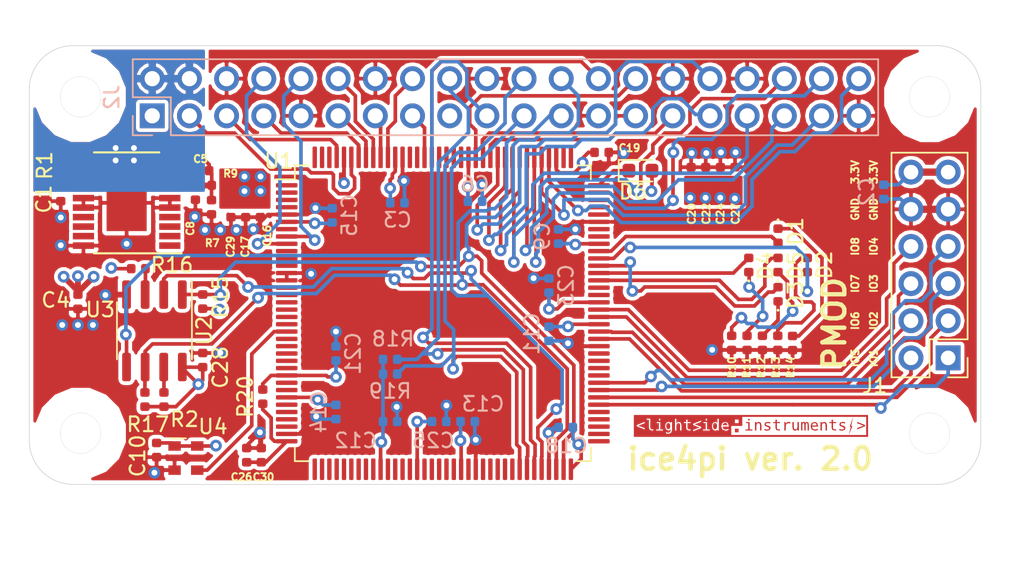
<source format=kicad_pcb>
(kicad_pcb (version 20171130) (host pcbnew 5.0.2+dfsg1-1)
  (layers (0 F.Cu signal) (1 In1.Cu power) (2 In2.Cu power) (31 B.Cu signal) (34 B.Paste user) (35 F.Paste user) (36 B.SilkS user) (37 F.SilkS user) (38 B.Mask user) (39 F.Mask user) (44 Edge.Cuts user))
  (net 0 "")
  (net 1 GND)
  (net 2 12MHz)
  (net 3 iCE_CDONE)
  (net 4 iCE_CREST)
  (net 5 iCE_MOSI)
  (net 6 iCE_MISO)
  (net 7 iCE_SCK)
  (net 8 iCE_SS_B)
  (net 9 "Net-(R1-Pad2)")
  (net 10 "Net-(R2-Pad2)")
  (net 11 +3V3)
  (net 12 +5V)
  (net 13 "Net-(C5-Pad2)")
  (net 14 "Net-(C5-Pad1)")
  (net 15 +1V2)
  (net 16 "Net-(C26-Pad1)")
  (net 17 LED4)
  (net 18 "Net-(D1-Pad1)")
  (net 19 "Net-(D2-Pad1)")
  (net 20 LED3)
  (net 21 "Net-(D3-Pad1)")
  (net 22 LED2)
  (net 23 LED1)
  (net 24 "Net-(D4-Pad1)")
  (net 25 "Net-(D5-Pad1)")
  (net 26 LED0)
  (net 27 PIO1_02)
  (net 28 PIO1_03)
  (net 29 PIO1_04)
  (net 30 PIO1_05)
  (net 31 PIO1_06)
  (net 32 PIO1_07)
  (net 33 PIO1_08)
  (net 34 PIO1_09)
  (net 35 "Net-(R16-Pad2)")
  (net 36 PIO0_09)
  (net 37 PIO0_08)
  (net 38 PIO0_07)
  (net 39 PIO0_06)
  (net 40 PIO0_05)
  (net 41 PIO0_04)
  (net 42 PIO0_03)
  (net 43 PIO0_02)
  (net 44 "Net-(D6-Pad1)")
  (net 45 RS232_Tx_TTL)
  (net 46 RS232_Rx_TTL)
  (net 47 PIO0_10)
  (net 48 PIO0_12)
  (net 49 PIO0_11)
  (net 50 PIO0_13)
  (net 51 PIO0_14)
  (net 52 PIO0_15)
  (net 53 PIO0_16)
  (net 54 PIO0_21)
  (net 55 PIO0_20)
  (net 56 PIO0_19)
  (net 57 PIO0_18)
  (net 58 PIO0_17)
  (module ice4pi:lsi-logo-16mm-fcu (layer F.Cu) (at 99.3 75.55)
    (fp_text reference svg2mod hide)
    (fp_text value G*** hide)
    (fp_poly (pts (xy -8.000028 -1.297796) (xy -0.593374 -1.16783) (xy 7.869933 -1.16783) (xy 7.869933 0.072146) (xy -1.346687 0.072146) (xy -1.346687 -0.547842) (xy -0.593374 -0.547842) (xy -0.593374 -1.16783) (xy -8.000028 -1.297796) (xy -7.127472 -1.045099) (xy -6.878908 -1.045099) (xy -6.878908 -0.445135) (xy -6.855524 -0.3485) (xy -6.785503 -0.315944) (xy -6.673882 -0.315944) (xy -6.673882 -0.235329) (xy -6.794805 -0.235329) (xy -6.927742 -0.290106) (xy -6.97438 -0.445135) (xy -6.97438 -0.970685) (xy -7.127472 -0.970685) (xy -7.127472 -1.045099) (xy -8.000028 -1.297796) (xy -6.28928 -1.039414) (xy -6.193808 -1.039414) (xy -6.193808 -0.919008) (xy -6.28928 -0.919008) (xy -6.28928 -1.039414) (xy -8.000028 -1.297796) (xy -5.191027 -1.039414) (xy -5.095554 -1.039414) (xy -5.095554 -0.727289) (xy -5.026566 -0.80222) (xy -4.923213 -0.828058) (xy -4.790922 -0.769663) (xy -4.746738 -0.593963) (xy -4.746738 -0.235329) (xy -4.842727 -0.235329) (xy -4.842727 -0.593963) (xy -4.870245 -0.708685) (xy -4.956416 -0.745375) (xy -5.059768 -0.697833) (xy -5.095554 -0.562441) (xy -5.095554 -0.235329) (xy -5.191027 -0.235329) (xy -5.191027 -1.039414) (xy -8.000028 -1.297796) (xy -3.092059 -1.039414) (xy -2.996587 -1.039414) (xy -2.996587 -0.919008) (xy -3.092059 -0.919008) (xy -3.092059 -1.039414) (xy -8.000028 -1.297796) (xy -2.289137 -1.039414) (xy -2.193664 -1.039414) (xy -2.193664 -0.235329) (xy -2.289137 -0.235329) (xy -2.289137 -0.308193) (xy -2.352957 -0.242564) (xy -2.444424 -0.220343) (xy -2.610435 -0.301475) (xy -2.670638 -0.526267) (xy -2.609918 -0.747442) (xy -2.444424 -0.828058) (xy -2.351923 -0.80532) (xy -2.289137 -0.740208) (xy -2.289137 -1.039414) (xy -8.000028 -1.297796) (xy -0.844522 -0.985283) (xy -0.844522 -0.735299) (xy -1.09554 -0.735299) (xy -1.09554 -0.985283) (xy -0.844522 -0.985283) (xy -8.000028 -1.297796) (xy -4.334102 -0.978436) (xy -4.334102 -0.814105) (xy -4.11719 -0.814105) (xy -4.11719 -0.740208) (xy -4.334102 -0.740208) (xy -4.334102 -0.426015) (xy -4.309685 -0.336615) (xy -4.224677 -0.311293) (xy -4.11719 -0.311293) (xy -4.11719 -0.235329) (xy -4.233979 -0.235329) (xy -4.38552 -0.278221) (xy -4.429574 -0.426015) (xy -4.429574 -0.740208) (xy -4.584862 -0.740208) (xy -4.584862 -0.814105) (xy -4.429574 -0.814105) (xy -4.429574 -0.978436) (xy -4.334102 -0.978436) (xy -8.000028 -1.297796) (xy -3.402764 -0.914745) (xy -3.402764 -0.820694) (xy -3.84253 -0.655846) (xy -3.795246 -0.637243) (xy -3.402764 -0.491515) (xy -3.402764 -0.48273) (xy -3.402764 -0.396947) (xy -3.951438 -0.18094) (xy -3.951438 -0.275507) (xy -3.51038 -0.439322) (xy -3.513351 -0.440484) (xy -3.951438 -0.604686) (xy -3.951438 -0.612955) (xy -3.951438 -0.698737) (xy -3.402764 -0.914745) (xy -8.000028 -1.297796) (xy -7.255758 -0.825991) (xy -7.255758 -0.73194) (xy -7.696817 -0.566575) (xy -7.255758 -0.402761) (xy -7.255758 -0.308193) (xy -7.804304 -0.5242) (xy -7.804304 -0.609983) (xy -7.255758 -0.825991) (xy -8.000028 -1.297796) (xy -8.000028 0.202241) (xy -5.634281 -0.007953) (xy -5.716834 -0.015187) (xy -5.803005 -0.036375) (xy -5.803005 -0.130426) (xy -5.710633 -0.095286) (xy -5.634281 -0.083917) (xy -5.521627 -0.125775) (xy -5.486357 -0.258583) (xy -5.486357 -0.262718) (xy -5.486357 -0.327313) (xy -5.548627 -0.254966) (xy -5.644616 -0.231195) (xy -5.807139 -0.312327) (xy -5.867859 -0.529368) (xy -5.807139 -0.746926) (xy -5.644616 -0.828058) (xy -5.549661 -0.805837) (xy -5.486357 -0.737107) (xy -5.486357 -0.812038) (xy -5.390885 -0.812038) (xy -5.390885 -0.272536) (xy -5.452638 -0.075132) (xy -5.634281 -0.007953) (xy -8.000028 0.202241) (xy -1.743175 -0.220343) (xy -1.954919 -0.300958) (xy -2.031271 -0.5242) (xy -1.956469 -0.745375) (xy -1.757128 -0.828058) (xy -1.582332 -0.753127) (xy -1.517866 -0.548488) (xy -1.517866 -0.501979) (xy -1.931536 -0.501979) (xy -1.931536 -0.498879) (xy -1.882314 -0.352635) (xy -1.742141 -0.300958) (xy -1.646669 -0.315428) (xy -1.540216 -0.359352) (xy -1.540216 -0.264785) (xy -1.645636 -0.231712) (xy -1.743175 -0.220343) (xy -8.000028 0.202241) (xy -6.004284 -0.235329) (xy -6.478674 -0.235329) (xy -6.478674 -0.309226) (xy -6.28928 -0.309226) (xy -6.28928 -0.740208) (xy -6.438237 -0.740208) (xy -6.438237 -0.814105) (xy -6.193808 -0.814105) (xy -6.193808 -0.309226) (xy -6.004284 -0.309226) (xy -6.004284 -0.235329) (xy -8.000028 0.202241) (xy -2.807193 -0.235329) (xy -3.281582 -0.235329) (xy -3.281582 -0.309226) (xy -3.092059 -0.309226) (xy -3.092059 -0.740208) (xy -3.241016 -0.740208) (xy -3.241016 -0.814105) (xy -2.996587 -0.814105) (xy -2.996587 -0.309226) (xy -2.807193 -0.309226) (xy -2.807193 -0.235329) (xy -8.000028 0.202241) (xy 8.000028 0.202241) (xy 8.000028 -1.297796) (xy -8.000028 -1.297796)) (layer F.Cu) (width 0))
    (fp_poly (pts (xy -0.186035 -1.039414) (xy -0.186035 -0.919008) (xy -0.090563 -0.919008) (xy -0.090563 -1.039414) (xy -0.186035 -1.039414)) (layer F.Cu) (width 0))
    (fp_poly (pts (xy 1.673671 -0.978436) (xy 1.673671 -0.814105) (xy 1.518383 -0.814105) (xy 1.518383 -0.740208) (xy 1.673671 -0.740208) (xy 1.673671 -0.426015) (xy 1.717725 -0.278221) (xy 1.869266 -0.235329) (xy 1.986054 -0.235329) (xy 1.986054 -0.311293) (xy 1.878697 -0.311293) (xy 1.79356 -0.336615) (xy 1.769143 -0.426015) (xy 1.769143 -0.740208) (xy 1.986054 -0.740208) (xy 1.986054 -0.814105) (xy 1.769143 -0.814105) (xy 1.769143 -0.978436) (xy 1.673671 -0.978436)) (layer F.Cu) (width 0))
    (fp_poly (pts (xy 5.510258 -0.978436) (xy 5.510258 -0.814105) (xy 5.3551 -0.814105) (xy 5.3551 -0.740208) (xy 5.510258 -0.740208) (xy 5.510258 -0.426015) (xy 5.554313 -0.278221) (xy 5.705853 -0.235329) (xy 5.822642 -0.235329) (xy 5.822642 -0.311293) (xy 5.715284 -0.311293) (xy 5.630147 -0.336615) (xy 5.60573 -0.426015) (xy 5.60573 -0.740208) (xy 5.822642 -0.740208) (xy 5.822642 -0.814105) (xy 5.60573 -0.814105) (xy 5.60573 -0.978436) (xy 5.510258 -0.978436)) (layer F.Cu) (width 0))
    (fp_poly (pts (xy 0.540536 -0.828058) (xy 0.437312 -0.80222) (xy 0.368324 -0.727289) (xy 0.368324 -0.814105) (xy 0.272723 -0.814105) (xy 0.272723 -0.235329) (xy 0.368324 -0.235329) (xy 0.368324 -0.562441) (xy 0.40411 -0.697833) (xy 0.507333 -0.745375) (xy 0.593504 -0.708685) (xy 0.621021 -0.593963) (xy 0.621021 -0.235329) (xy 0.717011 -0.235329) (xy 0.717011 -0.593963) (xy 0.672956 -0.769663) (xy 0.540536 -0.828058)) (layer F.Cu) (width 0))
    (fp_poly (pts (xy 1.141662 -0.828058) (xy 0.980173 -0.782582) (xy 0.923587 -0.654425) (xy 0.961569 -0.550555) (xy 1.081975 -0.496812) (xy 1.117761 -0.489577) (xy 1.121896 -0.488543) (xy 1.249019 -0.397076) (xy 1.214267 -0.325246) (xy 1.116211 -0.299924) (xy 1.02384 -0.31336) (xy 0.92152 -0.354701) (xy 0.92152 -0.256516) (xy 1.02384 -0.229644) (xy 1.114144 -0.220343) (xy 1.284418 -0.268402) (xy 1.345654 -0.40276) (xy 1.308706 -0.507664) (xy 1.201348 -0.561407) (xy 1.162849 -0.568642) (xy 1.043994 -0.605849) (xy 1.020222 -0.663726) (xy 1.051874 -0.727288) (xy 1.148896 -0.748476) (xy 1.233517 -0.73659) (xy 1.31607 -0.700933) (xy 1.31607 -0.793951) (xy 1.23145 -0.819272) (xy 1.141662 -0.828057) (xy 1.141662 -0.828058)) (layer F.Cu) (width 0))
    (fp_poly (pts (xy 2.56483 -0.828058) (xy 2.447008 -0.794985) (xy 2.373757 -0.700934) (xy 2.373757 -0.814105) (xy 2.277768 -0.814105) (xy 2.277768 -0.235329) (xy 2.373757 -0.235329) (xy 2.373757 -0.523167) (xy 2.421041 -0.684397) (xy 2.557467 -0.740208) (xy 2.627101 -0.729356) (xy 2.689371 -0.694733) (xy 2.689371 -0.791884) (xy 2.630718 -0.819273) (xy 2.56483 -0.828058)) (layer F.Cu) (width 0))
    (fp_poly (pts (xy 3.613216 -0.828058) (xy 3.554563 -0.811521) (xy 3.51206 -0.764496) (xy 3.51206 -0.814105) (xy 3.425373 -0.814105) (xy 3.425373 -0.235329) (xy 3.51206 -0.235329) (xy 3.51206 -0.566575) (xy 3.526529 -0.716437) (xy 3.579498 -0.748476) (xy 3.632466 -0.719537) (xy 3.647452 -0.566575) (xy 3.647452 -0.235329) (xy 3.734656 -0.235329) (xy 3.734656 -0.566575) (xy 3.749772 -0.716437) (xy 3.806744 -0.748476) (xy 3.856612 -0.718504) (xy 3.870694 -0.566575) (xy 3.870694 -0.235329) (xy 3.957898 -0.235329) (xy 3.957898 -0.570709) (xy 3.92883 -0.773797) (xy 3.830128 -0.828058) (xy 3.764241 -0.809971) (xy 3.71967 -0.755194) (xy 3.678587 -0.809971) (xy 3.613216 -0.828058)) (layer F.Cu) (width 0))
    (fp_poly (pts (xy 4.346117 -0.828058) (xy 4.341857 -0.747442) (xy 4.449861 -0.703517) (xy 4.489781 -0.576393) (xy 4.17533 -0.575877) (xy 4.228298 -0.701968) (xy 4.341857 -0.747443) (xy 4.341857 -0.747442) (xy 4.346117 -0.828058) (xy 4.146776 -0.745375) (xy 4.071974 -0.5242) (xy 4.148326 -0.300958) (xy 4.36007 -0.220343) (xy 4.457609 -0.231712) (xy 4.563029 -0.264785) (xy 4.563029 -0.359352) (xy 4.456575 -0.315428) (xy 4.361103 -0.300958) (xy 4.220931 -0.352635) (xy 4.171709 -0.498879) (xy 4.171709 -0.501979) (xy 4.585379 -0.501979) (xy 4.585379 -0.548488) (xy 4.521042 -0.753127) (xy 4.346117 -0.828057) (xy 4.346117 -0.828058)) (layer F.Cu) (width 0))
    (fp_poly (pts (xy 5.016619 -0.828058) (xy 4.913395 -0.80222) (xy 4.844278 -0.727289) (xy 4.844278 -0.814105) (xy 4.748806 -0.814105) (xy 4.748806 -0.235329) (xy 4.844278 -0.235329) (xy 4.844278 -0.562441) (xy 4.880193 -0.697833) (xy 4.983417 -0.745375) (xy 5.069587 -0.708685) (xy 5.097105 -0.593963) (xy 5.097105 -0.235329) (xy 5.193094 -0.235329) (xy 5.193094 -0.593963) (xy 5.14904 -0.769663) (xy 5.016619 -0.828058)) (layer F.Cu) (width 0))
    (fp_poly (pts (xy 6.257112 -0.828058) (xy 6.095752 -0.782582) (xy 6.039166 -0.654425) (xy 6.077019 -0.550555) (xy 6.197425 -0.496812) (xy 6.233212 -0.489577) (xy 6.237346 -0.488543) (xy 6.364599 -0.397076) (xy 6.329717 -0.325246) (xy 6.231661 -0.299924) (xy 6.13929 -0.31336) (xy 6.037099 -0.354701) (xy 6.037099 -0.256516) (xy 6.13929 -0.229644) (xy 6.229594 -0.220343) (xy 6.399868 -0.268402) (xy 6.461104 -0.40276) (xy 6.424285 -0.507664) (xy 6.316798 -0.561407) (xy 6.278428 -0.568642) (xy 6.159573 -0.605849) (xy 6.135672 -0.663726) (xy 6.167324 -0.727288) (xy 6.264346 -0.748476) (xy 6.348967 -0.73659) (xy 6.431519 -0.700933) (xy 6.431519 -0.793951) (xy 6.3469 -0.819272) (xy 6.257112 -0.828057) (xy 6.257112 -0.828058)) (layer F.Cu) (width 0))
    (fp_poly (pts (xy 7.250979 -0.825991) (xy 7.250979 -0.73194) (xy 7.692166 -0.566575) (xy 7.250979 -0.402761) (xy 7.250979 -0.308193) (xy 7.799653 -0.5242) (xy 7.799653 -0.609983) (xy 7.250979 -0.825991)) (layer F.Cu) (width 0))
    (fp_poly (pts (xy -0.334992 -0.814105) (xy -0.334992 -0.740208) (xy -0.186035 -0.740208) (xy -0.186035 -0.309226) (xy -0.375429 -0.309226) (xy -0.375429 -0.235329) (xy 0.098961 -0.235329) (xy 0.098961 -0.309226) (xy -0.090563 -0.309226) (xy -0.090563 -0.814105) (xy -0.334992 -0.814105)) (layer F.Cu) (width 0))
    (fp_poly (pts (xy 2.830577 -0.813072) (xy 2.830577 -0.454437) (xy 2.874114 -0.278221) (xy 3.007052 -0.220343) (xy 3.109242 -0.246181) (xy 3.178746 -0.322145) (xy 3.178746 -0.235329) (xy 3.274865 -0.235329) (xy 3.274865 -0.813072) (xy 3.178746 -0.813072) (xy 3.178746 -0.48596) (xy 3.142961 -0.350051) (xy 3.039737 -0.303025) (xy 2.953567 -0.339715) (xy 2.926049 -0.454437) (xy 2.926049 -0.813072) (xy 2.830577 -0.813072)) (layer F.Cu) (width 0))
    (fp_poly (pts (xy -1.09554 -0.360257) (xy -1.09554 -0.110272) (xy -0.844522 -0.110272) (xy -0.844522 -0.360257) (xy -1.09554 -0.360257)) (layer F.Cu) (width 0))
    (fp_poly (pts (xy 6.963744 -1.142542) (xy 6.929034 -1.037612) (xy 6.822897 -0.71568) (xy 6.795735 -0.633187) (xy 6.747043 -0.484796) (xy 6.746218 -0.481877) (xy 6.784449 -0.481047) (xy 6.822476 -0.47938) (xy 6.706279 -0.052518) (xy 6.685052 0.025953) (xy 6.671472 0.075953) (xy 6.671772 0.077203) (xy 6.685757 0.045698) (xy 6.715838 -0.024927) (xy 6.748435 -0.101385) (xy 6.780628 -0.176839) (xy 6.8259 -0.282973) (xy 6.871071 -0.388912) (xy 6.903464 -0.464866) (xy 6.927509 -0.521204) (xy 6.935356 -0.539499) (xy 6.891191 -0.539499) (xy 6.847026 -0.539916) (xy 6.849651 -0.553294) (xy 6.862124 -0.615266) (xy 6.881239 -0.709832) (xy 6.899344 -0.799372) (xy 6.926506 -0.933677) (xy 6.953669 -1.067983) (xy 6.968659 -1.142328) (xy 6.974394 -1.172792) (xy 6.963729 -1.142203) (xy 6.963744 -1.142542)) (layer F.Cu) (width 0.000106))
    (fp_poly (pts (xy -5.647988 -0.754037) (xy -5.754829 -0.698226) (xy -5.791649 -0.535962) (xy -5.754829 -0.372665) (xy -5.646955 -0.316854) (xy -5.546186 -0.373182) (xy -5.510917 -0.535962) (xy -5.546186 -0.698226) (xy -5.647988 -0.754037)) (layer F.Cu) (width 0))
    (fp_poly (pts (xy -2.454902 -0.758688) (xy -2.559288 -0.70236) (xy -2.594557 -0.535446) (xy -2.559288 -0.368531) (xy -2.454902 -0.312203) (xy -2.350128 -0.369047) (xy -2.313696 -0.535446) (xy -2.350128 -0.701844) (xy -2.454902 -0.758688)) (layer F.Cu) (width 0))
    (fp_poly (pts (xy -1.756488 -0.765085) (xy -1.870047 -0.71961) (xy -1.923015 -0.59352) (xy -1.608564 -0.594035) (xy -1.648484 -0.72116) (xy -1.756488 -0.765084) (xy -1.756488 -0.765085)) (layer F.Cu) (width 0))
  )
  (module ice4pi:PinSocket_2x20_P2.54mm_Vertical_1_04mm (layer B.Cu) (at 58.4 53.8 270)
    (fp_text reference J2 (at -1.27 2.77 270) (layer B.SilkS) (effects (justify mirror)))
    (fp_text value Raspberry_Pi_2_3)
    (pad 1 thru_hole rect (at 0 0 270) (size 1.7 1.7) (drill 1.04) (layers *.Cu *.Mask) (net 11 +3V3))
    (pad 2 thru_hole oval (at -2.54 0 270) (size 1.7 1.7) (drill 1.04) (layers *.Cu *.Mask) (net 12 +5V))
    (pad 3 thru_hole oval (at 0 -2.54 270) (size 1.7 1.7) (drill 1.04) (layers *.Cu *.Mask) (net 55 PIO0_20))
    (pad 4 thru_hole oval (at -2.54 -2.54 270) (size 1.7 1.7) (drill 1.04) (layers *.Cu *.Mask) (net 12 +5V))
    (pad 5 thru_hole oval (at 0 -5.08 270) (size 1.7 1.7) (drill 1.04) (layers *.Cu *.Mask) (net 54 PIO0_21))
    (pad 6 thru_hole oval (at -2.54 -5.08 270) (size 1.7 1.7) (drill 1.04) (layers *.Cu *.Mask) (net 1 GND))
    (pad 7 thru_hole oval (at 0 -7.62 270) (size 1.7 1.7) (drill 1.04) (layers *.Cu *.Mask) (net 56 PIO0_19))
    (pad 8 thru_hole oval (at -2.54 -7.62 270) (size 1.7 1.7) (drill 1.04) (layers *.Cu *.Mask) (net 46 RS232_Rx_TTL))
    (pad 9 thru_hole oval (at 0 -10.16 270) (size 1.7 1.7) (drill 1.04) (layers *.Cu *.Mask) (net 1 GND))
    (pad 10 thru_hole oval (at -2.54 -10.16 270) (size 1.7 1.7) (drill 1.04) (layers *.Cu *.Mask) (net 45 RS232_Tx_TTL))
    (pad 11 thru_hole oval (at 0 -12.7 270) (size 1.7 1.7) (drill 1.04) (layers *.Cu *.Mask) (net 57 PIO0_18))
    (pad 12 thru_hole oval (at -2.54 -12.7 270) (size 1.7 1.7) (drill 1.04) (layers *.Cu *.Mask) (net 58 PIO0_17))
    (pad 13 thru_hole oval (at 0 -15.24 270) (size 1.7 1.7) (drill 1.04) (layers *.Cu *.Mask) (net 53 PIO0_16))
    (pad 14 thru_hole oval (at -2.54 -15.24 270) (size 1.7 1.7) (drill 1.04) (layers *.Cu *.Mask) (net 1 GND))
    (pad 15 thru_hole oval (at 0 -17.78 270) (size 1.7 1.7) (drill 1.04) (layers *.Cu *.Mask) (net 51 PIO0_14))
    (pad 16 thru_hole oval (at -2.54 -17.78 270) (size 1.7 1.7) (drill 1.04) (layers *.Cu *.Mask) (net 52 PIO0_15))
    (pad 17 thru_hole oval (at 0 -20.32 270) (size 1.7 1.7) (drill 1.04) (layers *.Cu *.Mask) (net 11 +3V3))
    (pad 18 thru_hole oval (at -2.54 -20.32 270) (size 1.7 1.7) (drill 1.04) (layers *.Cu *.Mask) (net 4 iCE_CREST))
    (pad 19 thru_hole oval (at 0 -22.86 270) (size 1.7 1.7) (drill 1.04) (layers *.Cu *.Mask) (net 5 iCE_MOSI))
    (pad 20 thru_hole oval (at -2.54 -22.86 270) (size 1.7 1.7) (drill 1.04) (layers *.Cu *.Mask) (net 1 GND))
    (pad 21 thru_hole oval (at 0 -25.4 270) (size 1.7 1.7) (drill 1.04) (layers *.Cu *.Mask) (net 6 iCE_MISO))
    (pad 22 thru_hole oval (at -2.54 -25.4 270) (size 1.7 1.7) (drill 1.04) (layers *.Cu *.Mask) (net 3 iCE_CDONE))
    (pad 23 thru_hole oval (at 0 -27.94 270) (size 1.7 1.7) (drill 1.04) (layers *.Cu *.Mask) (net 7 iCE_SCK))
    (pad 24 thru_hole oval (at -2.54 -27.94 270) (size 1.7 1.7) (drill 1.04) (layers *.Cu *.Mask) (net 8 iCE_SS_B))
    (pad 25 thru_hole oval (at 0 -30.48 270) (size 1.7 1.7) (drill 1.04) (layers *.Cu *.Mask) (net 1 GND))
    (pad 26 thru_hole oval (at -2.54 -30.48 270) (size 1.7 1.7) (drill 1.04) (layers *.Cu *.Mask) (net 50 PIO0_13))
    (pad 27 thru_hole oval (at 0 -33.02 270) (size 1.7 1.7) (drill 1.04) (layers *.Cu *.Mask) (net 49 PIO0_11))
    (pad 28 thru_hole oval (at -2.54 -33.02 270) (size 1.7 1.7) (drill 1.04) (layers *.Cu *.Mask) (net 48 PIO0_12))
    (pad 29 thru_hole oval (at 0 -35.56 270) (size 1.7 1.7) (drill 1.04) (layers *.Cu *.Mask) (net 47 PIO0_10))
    (pad 30 thru_hole oval (at -2.54 -35.56 270) (size 1.7 1.7) (drill 1.04) (layers *.Cu *.Mask) (net 1 GND))
    (pad 31 thru_hole oval (at 0 -38.1 270) (size 1.7 1.7) (drill 1.04) (layers *.Cu *.Mask) (net 37 PIO0_08))
    (pad 32 thru_hole oval (at -2.54 -38.1 270) (size 1.7 1.7) (drill 1.04) (layers *.Cu *.Mask) (net 36 PIO0_09))
    (pad 33 thru_hole oval (at 0 -40.64 270) (size 1.7 1.7) (drill 1.04) (layers *.Cu *.Mask) (net 38 PIO0_07))
    (pad 34 thru_hole oval (at -2.54 -40.64 270) (size 1.7 1.7) (drill 1.04) (layers *.Cu *.Mask) (net 1 GND))
    (pad 35 thru_hole oval (at 0 -43.18 270) (size 1.7 1.7) (drill 1.04) (layers *.Cu *.Mask) (net 40 PIO0_05))
    (pad 36 thru_hole oval (at -2.54 -43.18 270) (size 1.7 1.7) (drill 1.04) (layers *.Cu *.Mask) (net 39 PIO0_06))
    (pad 37 thru_hole oval (at 0 -45.72 270) (size 1.7 1.7) (drill 1.04) (layers *.Cu *.Mask) (net 42 PIO0_03))
    (pad 38 thru_hole oval (at -2.54 -45.72 270) (size 1.7 1.7) (drill 1.04) (layers *.Cu *.Mask) (net 41 PIO0_04))
    (pad 39 thru_hole oval (at 0 -48.26 270) (size 1.7 1.7) (drill 1.04) (layers *.Cu *.Mask) (net 1 GND))
    (pad 40 thru_hole oval (at -2.54 -48.26 270) (size 1.7 1.7) (drill 1.04) (layers *.Cu *.Mask) (net 43 PIO0_02))
  )
  (module ice4pi:PinSocket_2x06_P2.54mm_Vertical_1to6_7to12 (layer F.Cu) (at 112.77 70.35 180)
    (fp_text reference J1 (at 5.02 -1.9 180) (layer F.SilkS))
    (fp_text value "Pmod 2x6")
    (pad 12 thru_hole oval (at 2.54 12.7 180) (size 1.7 1.7) (drill 1) (layers *.Cu *.Mask) (net 11 +3V3))
    (pad 6 thru_hole oval (at 0 12.7 180) (size 1.7 1.7) (drill 1) (layers *.Cu *.Mask) (net 11 +3V3))
    (pad 11 thru_hole oval (at 2.54 10.16 180) (size 1.7 1.7) (drill 1) (layers *.Cu *.Mask) (net 1 GND))
    (pad 5 thru_hole oval (at 0 10.16 180) (size 1.7 1.7) (drill 1) (layers *.Cu *.Mask) (net 1 GND))
    (pad 10 thru_hole oval (at 2.54 7.62 180) (size 1.7 1.7) (drill 1) (layers *.Cu *.Mask) (net 34 PIO1_09))
    (pad 4 thru_hole oval (at 0 7.62 180) (size 1.7 1.7) (drill 1) (layers *.Cu *.Mask) (net 30 PIO1_05))
    (pad 9 thru_hole oval (at 2.54 5.08 180) (size 1.7 1.7) (drill 1) (layers *.Cu *.Mask) (net 33 PIO1_08))
    (pad 3 thru_hole oval (at 0 5.08 180) (size 1.7 1.7) (drill 1) (layers *.Cu *.Mask) (net 29 PIO1_04))
    (pad 8 thru_hole oval (at 2.54 2.54 180) (size 1.7 1.7) (drill 1) (layers *.Cu *.Mask) (net 32 PIO1_07))
    (pad 2 thru_hole oval (at 0 2.54 180) (size 1.7 1.7) (drill 1) (layers *.Cu *.Mask) (net 28 PIO1_03))
    (pad 7 thru_hole oval (at 2.54 0 180) (size 1.7 1.7) (drill 1) (layers *.Cu *.Mask) (net 31 PIO1_06))
    (pad 1 thru_hole rect (at 0 0 180) (size 1.7 1.7) (drill 1) (layers *.Cu *.Mask) (net 27 PIO1_02))
  )
  (module Package_QFP:TQFP-144_20x20mm_P0.5mm (layer F.Cu) (at 78.25 67.3)
    (fp_text reference U1 (at -11.2 -10.4) (layer F.SilkS))
    (fp_text value ICE40HX1K-TQ144)
    (pad 144 smd roundrect (at -8.75 -10.6625) (size 0.3 1.475) (layers F.Cu F.Paste F.Mask))
    (pad 143 smd roundrect (at -8.25 -10.6625) (size 0.3 1.475) (layers F.Cu F.Paste F.Mask))
    (pad 142 smd roundrect (at -7.75 -10.6625) (size 0.3 1.475) (layers F.Cu F.Paste F.Mask))
    (pad 141 smd roundrect (at -7.25 -10.6625) (size 0.3 1.475) (layers F.Cu F.Paste F.Mask) (net 54 PIO0_21))
    (pad 140 smd roundrect (at -6.75 -10.6625) (size 0.3 1.475) (layers F.Cu F.Paste F.Mask) (net 1 GND))
    (pad 139 smd roundrect (at -6.25 -10.6625) (size 0.3 1.475) (layers F.Cu F.Paste F.Mask) (net 55 PIO0_20))
    (pad 138 smd roundrect (at -5.75 -10.6625) (size 0.3 1.475) (layers F.Cu F.Paste F.Mask) (net 56 PIO0_19))
    (pad 137 smd roundrect (at -5.25 -10.6625) (size 0.3 1.475) (layers F.Cu F.Paste F.Mask) (net 57 PIO0_18))
    (pad 136 smd roundrect (at -4.75 -10.6625) (size 0.3 1.475) (layers F.Cu F.Paste F.Mask) (net 58 PIO0_17))
    (pad 135 smd roundrect (at -4.25 -10.6625) (size 0.3 1.475) (layers F.Cu F.Paste F.Mask) (net 53 PIO0_16))
    (pad 134 smd roundrect (at -3.75 -10.6625) (size 0.3 1.475) (layers F.Cu F.Paste F.Mask) (net 52 PIO0_15))
    (pad 133 smd roundrect (at -3.25 -10.6625) (size 0.3 1.475) (layers F.Cu F.Paste F.Mask) (net 11 +3V3))
    (pad 132 smd roundrect (at -2.75 -10.6625) (size 0.3 1.475) (layers F.Cu F.Paste F.Mask) (net 1 GND))
    (pad 131 smd roundrect (at -2.25 -10.6625) (size 0.3 1.475) (layers F.Cu F.Paste F.Mask))
    (pad 130 smd roundrect (at -1.75 -10.6625) (size 0.3 1.475) (layers F.Cu F.Paste F.Mask))
    (pad 129 smd roundrect (at -1.25 -10.6625) (size 0.3 1.475) (layers F.Cu F.Paste F.Mask) (net 51 PIO0_14))
    (pad 128 smd roundrect (at -0.75 -10.6625) (size 0.3 1.475) (layers F.Cu F.Paste F.Mask) (net 50 PIO0_13))
    (pad 127 smd roundrect (at -0.25 -10.6625) (size 0.3 1.475) (layers F.Cu F.Paste F.Mask))
    (pad 126 smd roundrect (at 0.25 -10.6625) (size 0.3 1.475) (layers F.Cu F.Paste F.Mask))
    (pad 125 smd roundrect (at 0.75 -10.6625) (size 0.3 1.475) (layers F.Cu F.Paste F.Mask))
    (pad 124 smd roundrect (at 1.25 -10.6625) (size 0.3 1.475) (layers F.Cu F.Paste F.Mask))
    (pad 123 smd roundrect (at 1.75 -10.6625) (size 0.3 1.475) (layers F.Cu F.Paste F.Mask) (net 11 +3V3))
    (pad 122 smd roundrect (at 2.25 -10.6625) (size 0.3 1.475) (layers F.Cu F.Paste F.Mask) (net 48 PIO0_12))
    (pad 121 smd roundrect (at 2.75 -10.6625) (size 0.3 1.475) (layers F.Cu F.Paste F.Mask) (net 49 PIO0_11))
    (pad 120 smd roundrect (at 3.25 -10.6625) (size 0.3 1.475) (layers F.Cu F.Paste F.Mask) (net 47 PIO0_10))
    (pad 119 smd roundrect (at 3.75 -10.6625) (size 0.3 1.475) (layers F.Cu F.Paste F.Mask) (net 36 PIO0_09))
    (pad 118 smd roundrect (at 4.25 -10.6625) (size 0.3 1.475) (layers F.Cu F.Paste F.Mask) (net 37 PIO0_08))
    (pad 117 smd roundrect (at 4.75 -10.6625) (size 0.3 1.475) (layers F.Cu F.Paste F.Mask) (net 38 PIO0_07))
    (pad 116 smd roundrect (at 5.25 -10.6625) (size 0.3 1.475) (layers F.Cu F.Paste F.Mask) (net 39 PIO0_06))
    (pad 115 smd roundrect (at 5.75 -10.6625) (size 0.3 1.475) (layers F.Cu F.Paste F.Mask) (net 40 PIO0_05))
    (pad 114 smd roundrect (at 6.25 -10.6625) (size 0.3 1.475) (layers F.Cu F.Paste F.Mask) (net 41 PIO0_04))
    (pad 113 smd roundrect (at 6.75 -10.6625) (size 0.3 1.475) (layers F.Cu F.Paste F.Mask) (net 42 PIO0_03))
    (pad 112 smd roundrect (at 7.25 -10.6625) (size 0.3 1.475) (layers F.Cu F.Paste F.Mask) (net 43 PIO0_02))
    (pad 111 smd roundrect (at 7.75 -10.6625) (size 0.3 1.475) (layers F.Cu F.Paste F.Mask) (net 15 +1V2))
    (pad 110 smd roundrect (at 8.25 -10.6625) (size 0.3 1.475) (layers F.Cu F.Paste F.Mask))
    (pad 109 smd roundrect (at 8.75 -10.6625) (size 0.3 1.475) (layers F.Cu F.Paste F.Mask))
    (pad 108 smd roundrect (at 10.6625 -8.75) (size 1.475 0.3) (layers F.Cu F.Paste F.Mask) (net 44 "Net-(D6-Pad1)"))
    (pad 107 smd roundrect (at 10.6625 -8.25) (size 1.475 0.3) (layers F.Cu F.Paste F.Mask))
    (pad 106 smd roundrect (at 10.6625 -7.75) (size 1.475 0.3) (layers F.Cu F.Paste F.Mask))
    (pad 105 smd roundrect (at 10.6625 -7.25) (size 1.475 0.3) (layers F.Cu F.Paste F.Mask))
    (pad 104 smd roundrect (at 10.6625 -6.75) (size 1.475 0.3) (layers F.Cu F.Paste F.Mask))
    (pad 103 smd roundrect (at 10.6625 -6.25) (size 1.475 0.3) (layers F.Cu F.Paste F.Mask) (net 1 GND))
    (pad 102 smd roundrect (at 10.6625 -5.75) (size 1.475 0.3) (layers F.Cu F.Paste F.Mask))
    (pad 101 smd roundrect (at 10.6625 -5.25) (size 1.475 0.3) (layers F.Cu F.Paste F.Mask))
    (pad 100 smd roundrect (at 10.6625 -4.75) (size 1.475 0.3) (layers F.Cu F.Paste F.Mask) (net 11 +3V3))
    (pad 99 smd roundrect (at 10.6625 -4.25) (size 1.475 0.3) (layers F.Cu F.Paste F.Mask) (net 26 LED0))
    (pad 98 smd roundrect (at 10.6625 -3.75) (size 1.475 0.3) (layers F.Cu F.Paste F.Mask) (net 23 LED1))
    (pad 97 smd roundrect (at 10.6625 -3.25) (size 1.475 0.3) (layers F.Cu F.Paste F.Mask) (net 22 LED2))
    (pad 96 smd roundrect (at 10.6625 -2.75) (size 1.475 0.3) (layers F.Cu F.Paste F.Mask) (net 20 LED3))
    (pad 95 smd roundrect (at 10.6625 -2.25) (size 1.475 0.3) (layers F.Cu F.Paste F.Mask) (net 17 LED4))
    (pad 94 smd roundrect (at 10.6625 -1.75) (size 1.475 0.3) (layers F.Cu F.Paste F.Mask))
    (pad 93 smd roundrect (at 10.6625 -1.25) (size 1.475 0.3) (layers F.Cu F.Paste F.Mask))
    (pad 92 smd roundrect (at 10.6625 -0.75) (size 1.475 0.3) (layers F.Cu F.Paste F.Mask) (net 15 +1V2))
    (pad 91 smd roundrect (at 10.6625 -0.25) (size 1.475 0.3) (layers F.Cu F.Paste F.Mask) (net 34 PIO1_09))
    (pad 90 smd roundrect (at 10.6625 0.25) (size 1.475 0.3) (layers F.Cu F.Paste F.Mask) (net 33 PIO1_08))
    (pad 89 smd roundrect (at 10.6625 0.75) (size 1.475 0.3) (layers F.Cu F.Paste F.Mask) (net 11 +3V3))
    (pad 88 smd roundrect (at 10.6625 1.25) (size 1.475 0.3) (layers F.Cu F.Paste F.Mask) (net 32 PIO1_07))
    (pad 87 smd roundrect (at 10.6625 1.75) (size 1.475 0.3) (layers F.Cu F.Paste F.Mask) (net 31 PIO1_06))
    (pad 86 smd roundrect (at 10.6625 2.25) (size 1.475 0.3) (layers F.Cu F.Paste F.Mask) (net 1 GND))
    (pad 85 smd roundrect (at 10.6625 2.75) (size 1.475 0.3) (layers F.Cu F.Paste F.Mask))
    (pad 84 smd roundrect (at 10.6625 3.25) (size 1.475 0.3) (layers F.Cu F.Paste F.Mask))
    (pad 83 smd roundrect (at 10.6625 3.75) (size 1.475 0.3) (layers F.Cu F.Paste F.Mask))
    (pad 82 smd roundrect (at 10.6625 4.25) (size 1.475 0.3) (layers F.Cu F.Paste F.Mask))
    (pad 81 smd roundrect (at 10.6625 4.75) (size 1.475 0.3) (layers F.Cu F.Paste F.Mask) (net 30 PIO1_05))
    (pad 80 smd roundrect (at 10.6625 5.25) (size 1.475 0.3) (layers F.Cu F.Paste F.Mask) (net 29 PIO1_04))
    (pad 79 smd roundrect (at 10.6625 5.75) (size 1.475 0.3) (layers F.Cu F.Paste F.Mask) (net 28 PIO1_03))
    (pad 78 smd roundrect (at 10.6625 6.25) (size 1.475 0.3) (layers F.Cu F.Paste F.Mask) (net 27 PIO1_02))
    (pad 77 smd roundrect (at 10.6625 6.75) (size 1.475 0.3) (layers F.Cu F.Paste F.Mask))
    (pad 76 smd roundrect (at 10.6625 7.25) (size 1.475 0.3) (layers F.Cu F.Paste F.Mask))
    (pad 75 smd roundrect (at 10.6625 7.75) (size 1.475 0.3) (layers F.Cu F.Paste F.Mask))
    (pad 74 smd roundrect (at 10.6625 8.25) (size 1.475 0.3) (layers F.Cu F.Paste F.Mask))
    (pad 73 smd roundrect (at 10.6625 8.75) (size 1.475 0.3) (layers F.Cu F.Paste F.Mask))
    (pad 72 smd roundrect (at 8.75 10.6625) (size 0.3 1.475) (layers F.Cu F.Paste F.Mask) (net 11 +3V3))
    (pad 71 smd roundrect (at 8.25 10.6625) (size 0.3 1.475) (layers F.Cu F.Paste F.Mask) (net 8 iCE_SS_B))
    (pad 70 smd roundrect (at 7.75 10.6625) (size 0.3 1.475) (layers F.Cu F.Paste F.Mask) (net 7 iCE_SCK))
    (pad 69 smd roundrect (at 7.25 10.6625) (size 0.3 1.475) (layers F.Cu F.Paste F.Mask) (net 1 GND))
    (pad 68 smd roundrect (at 6.75 10.6625) (size 0.3 1.475) (layers F.Cu F.Paste F.Mask) (net 6 iCE_MISO))
    (pad 67 smd roundrect (at 6.25 10.6625) (size 0.3 1.475) (layers F.Cu F.Paste F.Mask) (net 5 iCE_MOSI))
    (pad 66 smd roundrect (at 5.75 10.6625) (size 0.3 1.475) (layers F.Cu F.Paste F.Mask) (net 4 iCE_CREST))
    (pad 65 smd roundrect (at 5.25 10.6625) (size 0.3 1.475) (layers F.Cu F.Paste F.Mask) (net 3 iCE_CDONE))
    (pad 64 smd roundrect (at 4.75 10.6625) (size 0.3 1.475) (layers F.Cu F.Paste F.Mask))
    (pad 63 smd roundrect (at 4.25 10.6625) (size 0.3 1.475) (layers F.Cu F.Paste F.Mask))
    (pad 62 smd roundrect (at 3.75 10.6625) (size 0.3 1.475) (layers F.Cu F.Paste F.Mask))
    (pad 61 smd roundrect (at 3.25 10.6625) (size 0.3 1.475) (layers F.Cu F.Paste F.Mask))
    (pad 60 smd roundrect (at 2.75 10.6625) (size 0.3 1.475) (layers F.Cu F.Paste F.Mask))
    (pad 59 smd roundrect (at 2.25 10.6625) (size 0.3 1.475) (layers F.Cu F.Paste F.Mask) (net 1 GND))
    (pad 58 smd roundrect (at 1.75 10.6625) (size 0.3 1.475) (layers F.Cu F.Paste F.Mask))
    (pad 57 smd roundrect (at 1.25 10.6625) (size 0.3 1.475) (layers F.Cu F.Paste F.Mask) (net 11 +3V3))
    (pad 56 smd roundrect (at 0.75 10.6625) (size 0.3 1.475) (layers F.Cu F.Paste F.Mask))
    (pad 55 smd roundrect (at 0.25 10.6625) (size 0.3 1.475) (layers F.Cu F.Paste F.Mask))
    (pad 54 smd roundrect (at -0.25 10.6625) (size 0.3 1.475) (layers F.Cu F.Paste F.Mask))
    (pad 53 smd roundrect (at -0.75 10.6625) (size 0.3 1.475) (layers F.Cu F.Paste F.Mask))
    (pad 52 smd roundrect (at -1.25 10.6625) (size 0.3 1.475) (layers F.Cu F.Paste F.Mask))
    (pad 51 smd roundrect (at -1.75 10.6625) (size 0.3 1.475) (layers F.Cu F.Paste F.Mask) (net 15 +1V2))
    (pad 50 smd roundrect (at -2.25 10.6625) (size 0.3 1.475) (layers F.Cu F.Paste F.Mask))
    (pad 49 smd roundrect (at -2.75 10.6625) (size 0.3 1.475) (layers F.Cu F.Paste F.Mask))
    (pad 48 smd roundrect (at -3.25 10.6625) (size 0.3 1.475) (layers F.Cu F.Paste F.Mask))
    (pad 47 smd roundrect (at -3.75 10.6625) (size 0.3 1.475) (layers F.Cu F.Paste F.Mask))
    (pad 46 smd roundrect (at -4.25 10.6625) (size 0.3 1.475) (layers F.Cu F.Paste F.Mask) (net 11 +3V3))
    (pad 45 smd roundrect (at -4.75 10.6625) (size 0.3 1.475) (layers F.Cu F.Paste F.Mask))
    (pad 44 smd roundrect (at -5.25 10.6625) (size 0.3 1.475) (layers F.Cu F.Paste F.Mask))
    (pad 43 smd roundrect (at -5.75 10.6625) (size 0.3 1.475) (layers F.Cu F.Paste F.Mask))
    (pad 42 smd roundrect (at -6.25 10.6625) (size 0.3 1.475) (layers F.Cu F.Paste F.Mask))
    (pad 41 smd roundrect (at -6.75 10.6625) (size 0.3 1.475) (layers F.Cu F.Paste F.Mask))
    (pad 40 smd roundrect (at -7.25 10.6625) (size 0.3 1.475) (layers F.Cu F.Paste F.Mask))
    (pad 39 smd roundrect (at -7.75 10.6625) (size 0.3 1.475) (layers F.Cu F.Paste F.Mask))
    (pad 38 smd roundrect (at -8.25 10.6625) (size 0.3 1.475) (layers F.Cu F.Paste F.Mask))
    (pad 37 smd roundrect (at -8.75 10.6625) (size 0.3 1.475) (layers F.Cu F.Paste F.Mask))
    (pad 36 smd roundrect (at -10.6625 8.75) (size 1.475 0.3) (layers F.Cu F.Paste F.Mask) (net 16 "Net-(C26-Pad1)"))
    (pad 35 smd roundrect (at -10.6625 8.25) (size 1.475 0.3) (layers F.Cu F.Paste F.Mask) (net 1 GND))
    (pad 34 smd roundrect (at -10.6625 7.75) (size 1.475 0.3) (layers F.Cu F.Paste F.Mask))
    (pad 33 smd roundrect (at -10.6625 7.25) (size 1.475 0.3) (layers F.Cu F.Paste F.Mask))
    (pad 32 smd roundrect (at -10.6625 6.75) (size 1.475 0.3) (layers F.Cu F.Paste F.Mask))
    (pad 31 smd roundrect (at -10.6625 6.25) (size 1.475 0.3) (layers F.Cu F.Paste F.Mask))
    (pad 30 smd roundrect (at -10.6625 5.75) (size 1.475 0.3) (layers F.Cu F.Paste F.Mask) (net 11 +3V3))
    (pad 29 smd roundrect (at -10.6625 5.25) (size 1.475 0.3) (layers F.Cu F.Paste F.Mask))
    (pad 28 smd roundrect (at -10.6625 4.75) (size 1.475 0.3) (layers F.Cu F.Paste F.Mask))
    (pad 27 smd roundrect (at -10.6625 4.25) (size 1.475 0.3) (layers F.Cu F.Paste F.Mask) (net 15 +1V2))
    (pad 26 smd roundrect (at -10.6625 3.75) (size 1.475 0.3) (layers F.Cu F.Paste F.Mask))
    (pad 25 smd roundrect (at -10.6625 3.25) (size 1.475 0.3) (layers F.Cu F.Paste F.Mask))
    (pad 24 smd roundrect (at -10.6625 2.75) (size 1.475 0.3) (layers F.Cu F.Paste F.Mask))
    (pad 23 smd roundrect (at -10.6625 2.25) (size 1.475 0.3) (layers F.Cu F.Paste F.Mask))
    (pad 22 smd roundrect (at -10.6625 1.75) (size 1.475 0.3) (layers F.Cu F.Paste F.Mask))
    (pad 21 smd roundrect (at -10.6625 1.25) (size 1.475 0.3) (layers F.Cu F.Paste F.Mask) (net 2 12MHz))
    (pad 20 smd roundrect (at -10.6625 0.75) (size 1.475 0.3) (layers F.Cu F.Paste F.Mask))
    (pad 19 smd roundrect (at -10.6625 0.25) (size 1.475 0.3) (layers F.Cu F.Paste F.Mask))
    (pad 18 smd roundrect (at -10.6625 -0.25) (size 1.475 0.3) (layers F.Cu F.Paste F.Mask))
    (pad 17 smd roundrect (at -10.6625 -0.75) (size 1.475 0.3) (layers F.Cu F.Paste F.Mask))
    (pad 16 smd roundrect (at -10.6625 -1.25) (size 1.475 0.3) (layers F.Cu F.Paste F.Mask))
    (pad 15 smd roundrect (at -10.6625 -1.75) (size 1.475 0.3) (layers F.Cu F.Paste F.Mask))
    (pad 14 smd roundrect (at -10.6625 -2.25) (size 1.475 0.3) (layers F.Cu F.Paste F.Mask) (net 1 GND))
    (pad 13 smd roundrect (at -10.6625 -2.75) (size 1.475 0.3) (layers F.Cu F.Paste F.Mask) (net 1 GND))
    (pad 12 smd roundrect (at -10.6625 -3.25) (size 1.475 0.3) (layers F.Cu F.Paste F.Mask))
    (pad 11 smd roundrect (at -10.6625 -3.75) (size 1.475 0.3) (layers F.Cu F.Paste F.Mask))
    (pad 10 smd roundrect (at -10.6625 -4.25) (size 1.475 0.3) (layers F.Cu F.Paste F.Mask))
    (pad 9 smd roundrect (at -10.6625 -4.75) (size 1.475 0.3) (layers F.Cu F.Paste F.Mask) (net 46 RS232_Rx_TTL))
    (pad 8 smd roundrect (at -10.6625 -5.25) (size 1.475 0.3) (layers F.Cu F.Paste F.Mask) (net 45 RS232_Tx_TTL))
    (pad 7 smd roundrect (at -10.6625 -5.75) (size 1.475 0.3) (layers F.Cu F.Paste F.Mask))
    (pad 6 smd roundrect (at -10.6625 -6.25) (size 1.475 0.3) (layers F.Cu F.Paste F.Mask) (net 11 +3V3))
    (pad 5 smd roundrect (at -10.6625 -6.75) (size 1.475 0.3) (layers F.Cu F.Paste F.Mask) (net 1 GND))
    (pad 4 smd roundrect (at -10.6625 -7.25) (size 1.475 0.3) (layers F.Cu F.Paste F.Mask))
    (pad 3 smd roundrect (at -10.6625 -7.75) (size 1.475 0.3) (layers F.Cu F.Paste F.Mask))
    (pad 2 smd roundrect (at -10.6625 -8.25) (size 1.475 0.3) (layers F.Cu F.Paste F.Mask))
    (pad 1 smd roundrect (at -10.6625 -8.75) (size 1.475 0.3) (layers F.Cu F.Paste F.Mask))
  )
  (module Capacitor_SMD:C_0402_1005Metric (layer F.Cu) (at 89.1 56.3)
    (fp_text reference C19 (at 1.9 -0.3) (layer F.SilkS) (effects (font (size 0.5 0.5) (thickness 0.125))))
    (fp_text value 0.1uF)
    (pad 2 smd roundrect (at 0.485 0) (size 0.59 0.64) (layers F.Cu F.Paste F.Mask) (net 1 GND))
    (pad 1 smd roundrect (at -0.485 0) (size 0.59 0.64) (layers F.Cu F.Paste F.Mask) (net 15 +1V2))
  )
  (module Capacitor_SMD:C_0402_1005Metric (layer F.Cu) (at 65.85 77 90)
    (fp_text reference C30 (at -1.5 0.15 180) (layer F.SilkS) (effects (font (size 0.5 0.5) (thickness 0.125))))
    (fp_text value 10uF)
    (pad 2 smd roundrect (at 0.485 0 90) (size 0.59 0.64) (layers F.Cu F.Paste F.Mask) (net 1 GND))
    (pad 1 smd roundrect (at -0.485 0 90) (size 0.59 0.64) (layers F.Cu F.Paste F.Mask) (net 16 "Net-(C26-Pad1)"))
  )
  (module ice4pi:TSSOP-20_4.4x6.5mm_P0.65mm (layer F.Cu) (at 56.65 59.75 180)
    (fp_text reference U3 (at 1.8 -7.3 180) (layer F.SilkS))
    (fp_text value LT3030)
    (pad 21 smd rect (at 0 0 180) (size 2.74 3.86) (layers F.Cu F.Paste F.Mask) (net 1 GND))
    (pad 20 smd rect (at 2.95 -2.925 180) (size 1.45 0.45) (layers F.Cu F.Paste F.Mask) (net 1 GND))
    (pad 19 smd rect (at 2.95 -2.275 180) (size 1.45 0.45) (layers F.Cu F.Paste F.Mask))
    (pad 18 smd rect (at 2.95 -1.625 180) (size 1.45 0.45) (layers F.Cu F.Paste F.Mask))
    (pad 17 smd rect (at 2.95 -0.975 180) (size 1.45 0.45) (layers F.Cu F.Paste F.Mask))
    (pad 16 smd rect (at 2.95 -0.325 180) (size 1.45 0.45) (layers F.Cu F.Paste F.Mask) (net 1 GND))
    (pad 15 smd rect (at 2.95 0.325 180) (size 1.45 0.45) (layers F.Cu F.Paste F.Mask) (net 1 GND))
    (pad 14 smd rect (at 2.95 0.975 180) (size 1.45 0.45) (layers F.Cu F.Paste F.Mask) (net 12 +5V))
    (pad 13 smd rect (at 2.95 1.625 180) (size 1.45 0.45) (layers F.Cu F.Paste F.Mask) (net 12 +5V))
    (pad 12 smd rect (at 2.95 2.275 180) (size 1.45 0.45) (layers F.Cu F.Paste F.Mask) (net 9 "Net-(R1-Pad2)"))
    (pad 11 smd rect (at 2.95 2.925 180) (size 1.45 0.45) (layers F.Cu F.Paste F.Mask) (net 12 +5V))
    (pad 10 smd rect (at -2.95 2.925 180) (size 1.45 0.45) (layers F.Cu F.Paste F.Mask) (net 14 "Net-(C5-Pad1)"))
    (pad 9 smd rect (at -2.95 2.275 180) (size 1.45 0.45) (layers F.Cu F.Paste F.Mask) (net 13 "Net-(C5-Pad2)"))
    (pad 8 smd rect (at -2.95 1.625 180) (size 1.45 0.45) (layers F.Cu F.Paste F.Mask) (net 14 "Net-(C5-Pad1)"))
    (pad 7 smd rect (at -2.95 0.975 180) (size 1.45 0.45) (layers F.Cu F.Paste F.Mask) (net 14 "Net-(C5-Pad1)"))
    (pad 6 smd rect (at -2.95 0.325 180) (size 1.45 0.45) (layers F.Cu F.Paste F.Mask) (net 1 GND))
    (pad 5 smd rect (at -2.95 -0.325 180) (size 1.45 0.45) (layers F.Cu F.Paste F.Mask) (net 1 GND))
    (pad 4 smd rect (at -2.95 -0.975 180) (size 1.45 0.45) (layers F.Cu F.Paste F.Mask))
    (pad 3 smd rect (at -2.95 -1.625 180) (size 1.45 0.45) (layers F.Cu F.Paste F.Mask))
    (pad 2 smd rect (at -2.95 -2.275 180) (size 1.45 0.45) (layers F.Cu F.Paste F.Mask))
    (pad 1 smd rect (at -2.95 -2.925 180) (size 1.45 0.45) (layers F.Cu F.Paste F.Mask))
  )
  (module Package_SO:SOIC-8_3.9x4.9mm_P1.27mm (layer F.Cu) (at 58.55 68.5 270)
    (fp_text reference U2 (at 0 -3.4 270) (layer F.SilkS))
    (fp_text value W25Q32JVSSIQ)
    (pad 8 smd roundrect (at 2.475 -1.905 270) (size 1.95 0.6) (layers F.Cu F.Paste F.Mask) (net 11 +3V3))
    (pad 7 smd roundrect (at 2.475 -0.635 270) (size 1.95 0.6) (layers F.Cu F.Paste F.Mask) (net 10 "Net-(R2-Pad2)"))
    (pad 6 smd roundrect (at 2.475 0.635 270) (size 1.95 0.6) (layers F.Cu F.Paste F.Mask) (net 7 iCE_SCK))
    (pad 5 smd roundrect (at 2.475 1.905 270) (size 1.95 0.6) (layers F.Cu F.Paste F.Mask) (net 5 iCE_MOSI))
    (pad 4 smd roundrect (at -2.475 1.905 270) (size 1.95 0.6) (layers F.Cu F.Paste F.Mask) (net 1 GND))
    (pad 3 smd roundrect (at -2.475 0.635 270) (size 1.95 0.6) (layers F.Cu F.Paste F.Mask) (net 35 "Net-(R16-Pad2)"))
    (pad 2 smd roundrect (at -2.475 -0.635 270) (size 1.95 0.6) (layers F.Cu F.Paste F.Mask) (net 6 iCE_MISO))
    (pad 1 smd roundrect (at -2.475 -1.905 270) (size 1.95 0.6) (layers F.Cu F.Paste F.Mask) (net 8 iCE_SS_B))
  )
  (module Capacitor_SMD:C_0402_1005Metric (layer F.Cu) (at 52.15 59.15 270)
    (fp_text reference C1 (at 0.35 1.15 270) (layer F.SilkS))
    (fp_text value 10uF)
    (pad 2 smd roundrect (at 0.485 0 270) (size 0.59 0.64) (layers F.Cu F.Paste F.Mask) (net 1 GND))
    (pad 1 smd roundrect (at -0.485 0 270) (size 0.59 0.64) (layers F.Cu F.Paste F.Mask) (net 12 +5V))
  )
  (module Capacitor_SMD:C_0402_1005Metric (layer B.Cu) (at 108.37 59 270)
    (fp_text reference C2 (at 0 1.17 270) (layer B.SilkS) (effects (justify mirror)))
    (fp_text value 0.1uF)
    (pad 2 smd roundrect (at 0.485 0 270) (size 0.59 0.64) (layers B.Cu B.Paste B.Mask) (net 1 GND))
    (pad 1 smd roundrect (at -0.485 0 270) (size 0.59 0.64) (layers B.Cu B.Paste B.Mask) (net 11 +3V3))
  )
  (module Capacitor_SMD:C_0402_1005Metric (layer B.Cu) (at 75.15 59.75)
    (fp_text reference C3 (at 0 1.17) (layer B.SilkS) (effects (justify mirror)))
    (fp_text value 0.1uF)
    (pad 2 smd roundrect (at 0.485 0) (size 0.59 0.64) (layers B.Cu B.Paste B.Mask) (net 1 GND))
    (pad 1 smd roundrect (at -0.485 0) (size 0.59 0.64) (layers B.Cu B.Paste B.Mask) (net 11 +3V3))
  )
  (module Capacitor_SMD:C_0402_1005Metric (layer F.Cu) (at 53.323456 66.510966 270)
    (fp_text reference C4 (at -0.110966 1.523456) (layer F.SilkS))
    (fp_text value 10uF)
    (pad 2 smd roundrect (at 0.485 0 270) (size 0.59 0.64) (layers F.Cu F.Paste F.Mask) (net 1 GND))
    (pad 1 smd roundrect (at -0.485 0 270) (size 0.59 0.64) (layers F.Cu F.Paste F.Mask) (net 11 +3V3))
  )
  (module Capacitor_SMD:C_0402_1005Metric (layer F.Cu) (at 61.8 57.55 180)
    (fp_text reference C5 (at 0.1 0.8 180) (layer F.SilkS) (effects (font (size 0.5 0.5) (thickness 0.125))))
    (fp_text value 0.01uF)
    (pad 2 smd roundrect (at 0.485 0 180) (size 0.59 0.64) (layers F.Cu F.Paste F.Mask) (net 13 "Net-(C5-Pad2)"))
    (pad 1 smd roundrect (at -0.485 0 180) (size 0.59 0.64) (layers F.Cu F.Paste F.Mask) (net 14 "Net-(C5-Pad1)"))
  )
  (module Capacitor_SMD:C_0402_1005Metric (layer B.Cu) (at 80.45 59.65)
    (fp_text reference C6 (at 0 -1.2) (layer B.SilkS) (effects (justify mirror)))
    (fp_text value 0.01uF)
    (pad 2 smd roundrect (at 0.485 0) (size 0.59 0.64) (layers B.Cu B.Paste B.Mask) (net 1 GND))
    (pad 1 smd roundrect (at -0.485 0) (size 0.59 0.64) (layers B.Cu B.Paste B.Mask) (net 11 +3V3))
  )
  (module Capacitor_SMD:C_0402_1005Metric (layer F.Cu) (at 61.35 59.05 270)
    (fp_text reference C8 (at 2.45 0.35 270) (layer F.SilkS) (effects (font (size 0.5 0.5) (thickness 0.125))))
    (fp_text value 4.7uF)
    (pad 2 smd roundrect (at 0.485 0 270) (size 0.59 0.64) (layers F.Cu F.Paste F.Mask) (net 1 GND))
    (pad 1 smd roundrect (at -0.485 0 270) (size 0.59 0.64) (layers F.Cu F.Paste F.Mask) (net 14 "Net-(C5-Pad1)"))
  )
  (module Capacitor_SMD:C_0402_1005Metric (layer B.Cu) (at 86.15 62.05 90)
    (fp_text reference C9 (at 0 -1.1 90) (layer B.SilkS) (effects (justify mirror)))
    (fp_text value 0.1uF)
    (pad 2 smd roundrect (at 0.485 0 90) (size 0.59 0.64) (layers B.Cu B.Paste B.Mask) (net 1 GND))
    (pad 1 smd roundrect (at -0.485 0 90) (size 0.59 0.64) (layers B.Cu B.Paste B.Mask) (net 11 +3V3))
  )
  (module Capacitor_SMD:C_0402_1005Metric (layer F.Cu) (at 58.7 76.65 270)
    (fp_text reference C10 (at 0.4 1.3 270) (layer F.SilkS))
    (fp_text value 0.01uF)
    (pad 2 smd roundrect (at 0.485 0 270) (size 0.59 0.64) (layers F.Cu F.Paste F.Mask) (net 1 GND))
    (pad 1 smd roundrect (at -0.485 0 270) (size 0.59 0.64) (layers F.Cu F.Paste F.Mask) (net 11 +3V3))
  )
  (module Capacitor_SMD:C_0402_1005Metric (layer B.Cu) (at 85.5 68.7 270)
    (fp_text reference C11 (at 0 1.17 270) (layer B.SilkS) (effects (justify mirror)))
    (fp_text value 0.01uF)
    (pad 2 smd roundrect (at 0.485 0 270) (size 0.59 0.64) (layers B.Cu B.Paste B.Mask) (net 1 GND))
    (pad 1 smd roundrect (at -0.485 0 270) (size 0.59 0.64) (layers B.Cu B.Paste B.Mask) (net 11 +3V3))
  )
  (module Capacitor_SMD:C_0402_1005Metric (layer B.Cu) (at 74.65 74.7)
    (fp_text reference C12 (at -2.35 1.3) (layer B.SilkS) (effects (justify mirror)))
    (fp_text value 0.1uF)
    (pad 2 smd roundrect (at 0.485 0) (size 0.59 0.64) (layers B.Cu B.Paste B.Mask) (net 1 GND))
    (pad 1 smd roundrect (at -0.485 0) (size 0.59 0.64) (layers B.Cu B.Paste B.Mask) (net 11 +3V3))
  )
  (module Capacitor_SMD:C_0402_1005Metric (layer B.Cu) (at 79.95 74.7)
    (fp_text reference C13 (at 1.05 -1.2) (layer B.SilkS) (effects (justify mirror)))
    (fp_text value 0.01uF)
    (pad 2 smd roundrect (at 0.485 0) (size 0.59 0.64) (layers B.Cu B.Paste B.Mask) (net 1 GND))
    (pad 1 smd roundrect (at -0.485 0) (size 0.59 0.64) (layers B.Cu B.Paste B.Mask) (net 11 +3V3))
  )
  (module Capacitor_SMD:C_0402_1005Metric (layer B.Cu) (at 70.95 74.05 270)
    (fp_text reference C14 (at 0 1.17 270) (layer B.SilkS) (effects (justify mirror)))
    (fp_text value 0.1uF)
    (pad 2 smd roundrect (at 0.485 0 270) (size 0.59 0.64) (layers B.Cu B.Paste B.Mask) (net 1 GND))
    (pad 1 smd roundrect (at -0.485 0 270) (size 0.59 0.64) (layers B.Cu B.Paste B.Mask) (net 11 +3V3))
  )
  (module Capacitor_SMD:C_0402_1005Metric (layer B.Cu) (at 70.697006 60.60592 90)
    (fp_text reference C15 (at 0 1.17 90) (layer B.SilkS) (effects (justify mirror)))
    (fp_text value 0.01uF)
    (pad 2 smd roundrect (at 0.485 0 90) (size 0.59 0.64) (layers B.Cu B.Paste B.Mask) (net 1 GND))
    (pad 1 smd roundrect (at -0.485 0 90) (size 0.59 0.64) (layers B.Cu B.Paste B.Mask) (net 11 +3V3))
  )
  (module Capacitor_SMD:C_0402_1005Metric (layer F.Cu) (at 65.779546 60.244888 270)
    (fp_text reference C16 (at 1.755112 -0.470454 270) (layer F.SilkS) (effects (font (size 0.5 0.5) (thickness 0.125))))
    (fp_text value 10uF)
    (pad 2 smd roundrect (at 0.485 0 270) (size 0.59 0.64) (layers F.Cu F.Paste F.Mask) (net 1 GND))
    (pad 1 smd roundrect (at -0.485 0 270) (size 0.59 0.64) (layers F.Cu F.Paste F.Mask) (net 15 +1V2))
  )
  (module Capacitor_SMD:C_0402_1005Metric (layer F.Cu) (at 64.779546 60.244888 270)
    (fp_text reference C17 (at 2.505112 0.029546 270) (layer F.SilkS) (effects (font (size 0.5 0.5) (thickness 0.125))))
    (fp_text value "1 uF")
    (pad 2 smd roundrect (at 0.485 0 270) (size 0.59 0.64) (layers F.Cu F.Paste F.Mask) (net 1 GND))
    (pad 1 smd roundrect (at -0.485 0 270) (size 0.59 0.64) (layers F.Cu F.Paste F.Mask) (net 15 +1V2))
  )
  (module Capacitor_SMD:C_0402_1005Metric (layer B.Cu) (at 86.65 75.1 180)
    (fp_text reference C18 (at -0.05 -1.25 180) (layer B.SilkS) (effects (justify mirror)))
    (fp_text value 0.1uF)
    (pad 2 smd roundrect (at 0.485 0 180) (size 0.59 0.64) (layers B.Cu B.Paste B.Mask) (net 1 GND))
    (pad 1 smd roundrect (at -0.485 0 180) (size 0.59 0.64) (layers B.Cu B.Paste B.Mask) (net 11 +3V3))
  )
  (module Capacitor_SMD:C_0402_1005Metric (layer F.Cu) (at 95.210392 57.797011 90)
    (fp_text reference C20 (at -2.702989 0.039608 90) (layer F.SilkS) (effects (font (size 0.5 0.5) (thickness 0.125))))
    (fp_text value 10uF)
    (pad 2 smd roundrect (at 0.485 0 90) (size 0.59 0.64) (layers F.Cu F.Paste F.Mask) (net 1 GND))
    (pad 1 smd roundrect (at -0.485 0 90) (size 0.59 0.64) (layers F.Cu F.Paste F.Mask) (net 11 +3V3))
  )
  (module Capacitor_SMD:C_0402_1005Metric (layer B.Cu) (at 70.95 70.05 90)
    (fp_text reference C21 (at 0 1.17 90) (layer B.SilkS) (effects (justify mirror)))
    (fp_text value 0.1uF)
    (pad 2 smd roundrect (at 0.485 0 90) (size 0.59 0.64) (layers B.Cu B.Paste B.Mask) (net 1 GND))
    (pad 1 smd roundrect (at -0.485 0 90) (size 0.59 0.64) (layers B.Cu B.Paste B.Mask) (net 15 +1V2))
  )
  (module Capacitor_SMD:C_0402_1005Metric (layer F.Cu) (at 96.210392 57.797011 90)
    (fp_text reference C22 (at -2.702989 0.039608 90) (layer F.SilkS) (effects (font (size 0.5 0.5) (thickness 0.125))))
    (fp_text value "1 uF")
    (pad 2 smd roundrect (at 0.485 0 90) (size 0.59 0.64) (layers F.Cu F.Paste F.Mask) (net 1 GND))
    (pad 1 smd roundrect (at -0.485 0 90) (size 0.59 0.64) (layers F.Cu F.Paste F.Mask) (net 11 +3V3))
  )
  (module Capacitor_SMD:C_0402_1005Metric (layer B.Cu) (at 85.5 65.4 90)
    (fp_text reference C23 (at 0 1.17 90) (layer B.SilkS) (effects (justify mirror)))
    (fp_text value 0.1uF)
    (pad 2 smd roundrect (at 0.485 0 90) (size 0.59 0.64) (layers B.Cu B.Paste B.Mask) (net 1 GND))
    (pad 1 smd roundrect (at -0.485 0 90) (size 0.59 0.64) (layers B.Cu B.Paste B.Mask) (net 15 +1V2))
  )
  (module Capacitor_SMD:C_0402_1005Metric (layer F.Cu) (at 97.210392 57.797011 90)
    (fp_text reference C24 (at -2.702989 0 90) (layer F.SilkS) (effects (font (size 0.5 0.5) (thickness 0.125))))
    (fp_text value 0.1uF)
    (pad 2 smd roundrect (at 0.485 0 90) (size 0.59 0.64) (layers F.Cu F.Paste F.Mask) (net 1 GND))
    (pad 1 smd roundrect (at -0.485 0 90) (size 0.59 0.64) (layers F.Cu F.Paste F.Mask) (net 11 +3V3))
  )
  (module Capacitor_SMD:C_0402_1005Metric (layer B.Cu) (at 78 74.7)
    (fp_text reference C25 (at -0.4 1.3) (layer B.SilkS) (effects (justify mirror)))
    (fp_text value 0.1uF)
    (pad 2 smd roundrect (at 0.485 0) (size 0.59 0.64) (layers B.Cu B.Paste B.Mask) (net 1 GND))
    (pad 1 smd roundrect (at -0.485 0) (size 0.59 0.64) (layers B.Cu B.Paste B.Mask) (net 15 +1V2))
  )
  (module Capacitor_SMD:C_0402_1005Metric (layer F.Cu) (at 64.85 77 90)
    (fp_text reference C26 (at -1.5 -0.35 180) (layer F.SilkS) (effects (font (size 0.5 0.5) (thickness 0.125))))
    (fp_text value 0.1uF)
    (pad 2 smd roundrect (at 0.485 0 90) (size 0.59 0.64) (layers F.Cu F.Paste F.Mask) (net 1 GND))
    (pad 1 smd roundrect (at -0.485 0 90) (size 0.59 0.64) (layers F.Cu F.Paste F.Mask) (net 16 "Net-(C26-Pad1)"))
  )
  (module Capacitor_SMD:C_0402_1005Metric (layer F.Cu) (at 98.210392 57.797011 90)
    (fp_text reference C27 (at -2.702989 0.039608 90) (layer F.SilkS) (effects (font (size 0.5 0.5) (thickness 0.125))))
    (fp_text value 0.01uF)
    (pad 2 smd roundrect (at 0.485 0 90) (size 0.59 0.64) (layers F.Cu F.Paste F.Mask) (net 1 GND))
    (pad 1 smd roundrect (at -0.485 0 90) (size 0.59 0.64) (layers F.Cu F.Paste F.Mask) (net 11 +3V3))
  )
  (module Capacitor_SMD:C_0402_1005Metric (layer F.Cu) (at 61.85 70.5 90)
    (fp_text reference C28 (at -0.5 1.2 90) (layer F.SilkS))
    (fp_text value 0.1uF)
    (pad 2 smd roundrect (at 0.485 0 90) (size 0.59 0.64) (layers F.Cu F.Paste F.Mask) (net 1 GND))
    (pad 1 smd roundrect (at -0.485 0 90) (size 0.59 0.64) (layers F.Cu F.Paste F.Mask) (net 11 +3V3))
  )
  (module Capacitor_SMD:C_0402_1005Metric (layer F.Cu) (at 63.779546 60.244888 270)
    (fp_text reference C29 (at 2.505112 0.029546 270) (layer F.SilkS) (effects (font (size 0.5 0.5) (thickness 0.125))))
    (fp_text value 0.01uF)
    (pad 2 smd roundrect (at 0.485 0 270) (size 0.59 0.64) (layers F.Cu F.Paste F.Mask) (net 1 GND))
    (pad 1 smd roundrect (at -0.485 0 270) (size 0.59 0.64) (layers F.Cu F.Paste F.Mask) (net 15 +1V2))
  )
  (module LED_SMD:LED_0402_1005Metric (layer F.Cu) (at 101.15 62 270)
    (fp_text reference D1 (at -0.3 -1.2 270) (layer F.SilkS))
    (fp_text value LED)
    (pad 2 smd roundrect (at 0.485 0 270) (size 0.59 0.64) (layers F.Cu F.Paste F.Mask) (net 26 LED0))
    (pad 1 smd roundrect (at -0.485 0 270) (size 0.59 0.64) (layers F.Cu F.Paste F.Mask) (net 18 "Net-(D1-Pad1)"))
  )
  (module LED_SMD:LED_0402_1005Metric (layer F.Cu) (at 103.15 64 270)
    (fp_text reference D2 (at 0 -1.17 270) (layer F.SilkS))
    (fp_text value LED)
    (pad 2 smd roundrect (at 0.485 0 270) (size 0.59 0.64) (layers F.Cu F.Paste F.Mask) (net 23 LED1))
    (pad 1 smd roundrect (at -0.485 0 270) (size 0.59 0.64) (layers F.Cu F.Paste F.Mask) (net 19 "Net-(D2-Pad1)"))
  )
  (module LED_SMD:LED_0402_1005Metric (layer F.Cu) (at 101.15 66 90)
    (fp_text reference D3 (at -0.05 1.2 90) (layer F.SilkS))
    (fp_text value LED)
    (pad 2 smd roundrect (at 0.485 0 90) (size 0.59 0.64) (layers F.Cu F.Paste F.Mask) (net 22 LED2))
    (pad 1 smd roundrect (at -0.485 0 90) (size 0.59 0.64) (layers F.Cu F.Paste F.Mask) (net 21 "Net-(D3-Pad1)"))
  )
  (module LED_SMD:LED_0402_1005Metric (layer F.Cu) (at 99.15 64 90)
    (fp_text reference D4 (at -0.05 1.15 90) (layer F.SilkS))
    (fp_text value LED)
    (pad 2 smd roundrect (at 0.485 0 90) (size 0.59 0.64) (layers F.Cu F.Paste F.Mask) (net 20 LED3))
    (pad 1 smd roundrect (at -0.485 0 90) (size 0.59 0.64) (layers F.Cu F.Paste F.Mask) (net 24 "Net-(D4-Pad1)"))
  )
  (module LED_SMD:LED_0402_1005Metric (layer F.Cu) (at 101.15 64 90)
    (fp_text reference D5 (at -0.05 1.2 90) (layer F.SilkS))
    (fp_text value LED)
    (pad 2 smd roundrect (at 0.485 0 90) (size 0.59 0.64) (layers F.Cu F.Paste F.Mask) (net 17 LED4))
    (pad 1 smd roundrect (at -0.485 0 90) (size 0.59 0.64) (layers F.Cu F.Paste F.Mask) (net 25 "Net-(D5-Pad1)"))
  )
  (module Resistor_SMD:R_0402_1005Metric (layer F.Cu) (at 52.15 57.15 270)
    (fp_text reference R1 (at 0.05 1.1 270) (layer F.SilkS))
    (fp_text value 1M)
    (pad 2 smd roundrect (at 0.485 0 270) (size 0.59 0.64) (layers F.Cu F.Paste F.Mask) (net 9 "Net-(R1-Pad2)"))
    (pad 1 smd roundrect (at -0.485 0 270) (size 0.59 0.64) (layers F.Cu F.Paste F.Mask) (net 12 +5V))
  )
  (module Resistor_SMD:R_0402_1005Metric (layer F.Cu) (at 59.2 73.2 90)
    (fp_text reference R2 (at -1.35 1.4) (layer F.SilkS))
    (fp_text value 10K)
    (pad 2 smd roundrect (at 0.485 0 90) (size 0.59 0.64) (layers F.Cu F.Paste F.Mask) (net 10 "Net-(R2-Pad2)"))
    (pad 1 smd roundrect (at -0.485 0 90) (size 0.59 0.64) (layers F.Cu F.Paste F.Mask) (net 11 +3V3))
  )
  (module Resistor_SMD:R_0402_1005Metric (layer F.Cu) (at 62.45 60.05 270)
    (fp_text reference R7 (at 2.45 -0.05 180) (layer F.SilkS) (effects (font (size 0.5 0.5) (thickness 0.125))))
    (fp_text value 100)
    (pad 2 smd roundrect (at 0.485 0 270) (size 0.59 0.64) (layers F.Cu F.Paste F.Mask) (net 1 GND))
    (pad 1 smd roundrect (at -0.485 0 270) (size 0.59 0.64) (layers F.Cu F.Paste F.Mask) (net 14 "Net-(C5-Pad1)"))
  )
  (module Resistor_SMD:R_0402_1005Metric (layer F.Cu) (at 62.95 58.55 180)
    (fp_text reference R9 (at -0.8 0.8 180) (layer F.SilkS) (effects (font (size 0.5 0.5) (thickness 0.125))))
    (fp_text value 0.1)
    (pad 2 smd roundrect (at 0.485 0 180) (size 0.59 0.64) (layers F.Cu F.Paste F.Mask) (net 14 "Net-(C5-Pad1)"))
    (pad 1 smd roundrect (at -0.485 0 180) (size 0.59 0.64) (layers F.Cu F.Paste F.Mask) (net 15 +1V2))
  )
  (module Resistor_SMD:R_0402_1005Metric (layer F.Cu) (at 97.982852 69.321589 270)
    (fp_text reference R10 (at 1.678411 -0.017148 270) (layer F.SilkS) (effects (font (size 0.5 0.5) (thickness 0.125))))
    (fp_text value 1K)
    (pad 2 smd roundrect (at 0.485 0 270) (size 0.59 0.64) (layers F.Cu F.Paste F.Mask) (net 1 GND))
    (pad 1 smd roundrect (at -0.485 0 270) (size 0.59 0.64) (layers F.Cu F.Paste F.Mask) (net 25 "Net-(D5-Pad1)"))
  )
  (module Resistor_SMD:R_0402_1005Metric (layer F.Cu) (at 99.032852 69.321589 270)
    (fp_text reference R11 (at 1.678411 0.032852 270) (layer F.SilkS) (effects (font (size 0.5 0.5) (thickness 0.125))))
    (fp_text value 1K)
    (pad 2 smd roundrect (at 0.485 0 270) (size 0.59 0.64) (layers F.Cu F.Paste F.Mask) (net 1 GND))
    (pad 1 smd roundrect (at -0.485 0 270) (size 0.59 0.64) (layers F.Cu F.Paste F.Mask) (net 24 "Net-(D4-Pad1)"))
  )
  (module Resistor_SMD:R_0402_1005Metric (layer F.Cu) (at 100.082852 69.321589 270)
    (fp_text reference R12 (at 1.678411 0.082852 270) (layer F.SilkS) (effects (font (size 0.5 0.5) (thickness 0.125))))
    (fp_text value 1K)
    (pad 2 smd roundrect (at 0.485 0 270) (size 0.59 0.64) (layers F.Cu F.Paste F.Mask) (net 1 GND))
    (pad 1 smd roundrect (at -0.485 0 270) (size 0.59 0.64) (layers F.Cu F.Paste F.Mask) (net 21 "Net-(D3-Pad1)"))
  )
  (module Resistor_SMD:R_0402_1005Metric (layer F.Cu) (at 101.132852 69.321589 270)
    (fp_text reference R13 (at 1.678411 0.132852 270) (layer F.SilkS) (effects (font (size 0.5 0.5) (thickness 0.125))))
    (fp_text value 1K)
    (pad 2 smd roundrect (at 0.485 0 270) (size 0.59 0.64) (layers F.Cu F.Paste F.Mask) (net 1 GND))
    (pad 1 smd roundrect (at -0.485 0 270) (size 0.59 0.64) (layers F.Cu F.Paste F.Mask) (net 19 "Net-(D2-Pad1)"))
  )
  (module Resistor_SMD:R_0402_1005Metric (layer F.Cu) (at 102.14399 69.336959 270)
    (fp_text reference R14 (at 1.663041 0.14399 270) (layer F.SilkS) (effects (font (size 0.5 0.5) (thickness 0.125))))
    (fp_text value 1K)
    (pad 2 smd roundrect (at 0.485 0 270) (size 0.59 0.64) (layers F.Cu F.Paste F.Mask) (net 1 GND))
    (pad 1 smd roundrect (at -0.485 0 270) (size 0.59 0.64) (layers F.Cu F.Paste F.Mask) (net 18 "Net-(D1-Pad1)"))
  )
  (module Resistor_SMD:R_0402_1005Metric (layer F.Cu) (at 61.85 66.5 90)
    (fp_text reference R15 (at 0.3 1.2 90) (layer F.SilkS))
    (fp_text value 10K)
    (pad 2 smd roundrect (at 0.485 0 90) (size 0.59 0.64) (layers F.Cu F.Paste F.Mask) (net 8 iCE_SS_B))
    (pad 1 smd roundrect (at -0.485 0 90) (size 0.59 0.64) (layers F.Cu F.Paste F.Mask) (net 11 +3V3))
  )
  (module Resistor_SMD:R_0402_1005Metric (layer F.Cu) (at 57.45 64.25)
    (fp_text reference R16 (at 2.3 -0.25) (layer F.SilkS))
    (fp_text value 10K)
    (pad 2 smd roundrect (at 0.485 0) (size 0.59 0.64) (layers F.Cu F.Paste F.Mask) (net 35 "Net-(R16-Pad2)"))
    (pad 1 smd roundrect (at -0.485 0) (size 0.59 0.64) (layers F.Cu F.Paste F.Mask) (net 11 +3V3))
  )
  (module Resistor_SMD:R_0402_1005Metric (layer F.Cu) (at 57.9 73.2 90)
    (fp_text reference R17 (at -1.7 0.2 180) (layer F.SilkS))
    (fp_text value 10K)
    (pad 2 smd roundrect (at 0.485 0 90) (size 0.59 0.64) (layers F.Cu F.Paste F.Mask) (net 7 iCE_SCK))
    (pad 1 smd roundrect (at -0.485 0 90) (size 0.59 0.64) (layers F.Cu F.Paste F.Mask) (net 11 +3V3))
  )
  (module Resistor_SMD:R_0402_1005Metric (layer B.Cu) (at 74.65 70.45)
    (fp_text reference R18 (at 0.2 -1.4) (layer B.SilkS) (effects (justify mirror)))
    (fp_text value 10K)
    (pad 2 smd roundrect (at 0.485 0) (size 0.59 0.64) (layers B.Cu B.Paste B.Mask) (net 4 iCE_CREST))
    (pad 1 smd roundrect (at -0.485 0) (size 0.59 0.64) (layers B.Cu B.Paste B.Mask) (net 11 +3V3))
  )
  (module Resistor_SMD:R_0402_1005Metric (layer B.Cu) (at 74.65 71.45)
    (fp_text reference R19 (at 0 1.17) (layer B.SilkS) (effects (justify mirror)))
    (fp_text value 10K)
    (pad 2 smd roundrect (at 0.485 0) (size 0.59 0.64) (layers B.Cu B.Paste B.Mask) (net 3 iCE_CDONE))
    (pad 1 smd roundrect (at -0.485 0) (size 0.59 0.64) (layers B.Cu B.Paste B.Mask) (net 11 +3V3))
  )
  (module Resistor_SMD:R_0402_1005Metric (layer F.Cu) (at 65.95 73 270)
    (fp_text reference R20 (at 0 1.2 270) (layer F.SilkS))
    (fp_text value 100)
    (pad 2 smd roundrect (at 0.485 0 270) (size 0.59 0.64) (layers F.Cu F.Paste F.Mask) (net 16 "Net-(C26-Pad1)"))
    (pad 1 smd roundrect (at -0.485 0 270) (size 0.59 0.64) (layers F.Cu F.Paste F.Mask) (net 15 +1V2))
  )
  (module Oscillator:Oscillator_SMD_Abracon_ASDMB-4Pin_2.5x2.0mm (layer F.Cu) (at 60.7 77.2 270)
    (fp_text reference U4 (at -2.15 -1.85) (layer F.SilkS))
    (fp_text value DSC1001DI1-012.0000)
    (pad 1 smd rect (at -0.825 0.775 270) (size 0.65 0.85) (layers F.Cu F.Paste F.Mask) (net 11 +3V3))
    (pad 2 smd rect (at 0.825 0.775 270) (size 0.65 0.85) (layers F.Cu F.Paste F.Mask) (net 1 GND))
    (pad 3 smd rect (at 0.825 -0.775 270) (size 0.65 0.85) (layers F.Cu F.Paste F.Mask) (net 2 12MHz))
    (pad 4 smd rect (at -0.825 -0.775 270) (size 0.65 0.85) (layers F.Cu F.Paste F.Mask) (net 11 +3V3))
  )
  (module Diode_SMD:D_0603_1608Metric (layer F.Cu) (at 91.75 57.55)
    (fp_text reference D6 (at -0.5 1.45) (layer F.SilkS))
    (fp_text value CDBU0520)
    (pad 2 smd roundrect (at 0.7875 0) (size 0.875 0.95) (layers F.Cu F.Paste F.Mask) (net 11 +3V3))
    (pad 1 smd roundrect (at -0.7875 0) (size 0.875 0.95) (layers F.Cu F.Paste F.Mask) (net 44 "Net-(D6-Pad1)"))
  )
  (module ice4pi:mount_hole (layer F.Cu) (at 53.5 52.5)
    (fp_text reference "" (at 0 -4.0005) (layer F.SilkS))
    (fp_text value "")
    (pad "" np_thru_hole circle (at 0 0) (size 2.75 2.75) (drill 2.75) (layers *.Cu *.Mask) (clearance 1.725))
  )
  (module ice4pi:mount_hole (layer F.Cu) (at 53.5 75.5)
    (fp_text reference "" (at 0 -4.0005) (layer F.SilkS))
    (fp_text value "")
    (pad "" np_thru_hole circle (at 0 0) (size 2.75 2.75) (drill 2.75) (layers *.Cu *.Mask) (clearance 1.725))
  )
  (module ice4pi:mount_hole (layer F.Cu) (at 111.5 75.5)
    (fp_text reference "" (at 0 -4.0005) (layer F.SilkS))
    (fp_text value "")
    (pad "" np_thru_hole circle (at 0 0) (size 2.75 2.75) (drill 2.75) (layers *.Cu *.Mask) (clearance 1.725))
  )
  (module ice4pi:mount_hole (layer F.Cu) (at 111.5 52.5)
    (fp_text reference "" (at 0 -4.0005) (layer F.SilkS))
    (fp_text value "")
    (pad "" np_thru_hole circle (at 0 0) (size 2.75 2.75) (drill 2.75) (layers *.Cu *.Mask) (clearance 1.725))
  )
  (gr_text PMOD (at 105 68 90) (layer F.SilkS) (effects (font (size 1.5 1.5) (thickness 0.3))))
  (gr_text "IO1\n" (at 107.69 70.35 90) (layer F.SilkS) (effects (font (size 0.5 0.5) (thickness 0.125))))
  (gr_text "IO5\n" (at 106.42 70.35 90) (layer F.SilkS) (effects (font (size 0.5 0.5) (thickness 0.125))))
  (gr_text "IO2\n" (at 107.69 67.81 90) (layer F.SilkS) (effects (font (size 0.5 0.5) (thickness 0.125))))
  (gr_text "IO6\n" (at 106.42 67.81 90) (layer F.SilkS) (effects (font (size 0.5 0.5) (thickness 0.125))))
  (gr_text "IO3\n" (at 107.69 65.27 90) (layer F.SilkS) (effects (font (size 0.5 0.5) (thickness 0.125))))
  (gr_text "IO7\n" (at 106.42 65.27 90) (layer F.SilkS) (effects (font (size 0.5 0.5) (thickness 0.125))))
  (gr_text "IO4\n" (at 107.69 62.73 90) (layer F.SilkS) (effects (font (size 0.5 0.5) (thickness 0.125))))
  (gr_text "IO8\n" (at 106.42 62.73 90) (layer F.SilkS) (effects (font (size 0.5 0.5) (thickness 0.125))))
  (gr_text "GND\n" (at 107.69 60.19 90) (layer F.SilkS) (effects (font (size 0.5 0.5) (thickness 0.125))))
  (gr_text "GND\n" (at 106.42 60.19 90) (layer F.SilkS) (effects (font (size 0.5 0.5) (thickness 0.125))))
  (gr_text "3.3V\n" (at 106.42 57.65 90) (layer F.SilkS) (effects (font (size 0.5 0.5) (thickness 0.125))))
  (gr_text "3.3V\n" (at 107.69 57.65 90) (layer F.SilkS) (effects (font (size 0.5 0.5) (thickness 0.125))))
  (gr_text "ice4pi ver. 2.0" (at 99.25 77.25) (layer F.SilkS) (effects (font (size 1.5 1.5) (thickness 0.3))))
  (gr_circle (center 111.5 75.5) (end 111.47 76.87) (layer Edge.Cuts) (width 0.05))
  (gr_circle (center 111.5 52.5) (end 111.47 53.87) (layer Edge.Cuts) (width 0.05))
  (gr_circle (center 53.5 75.5) (end 53.47 76.87) (layer Edge.Cuts) (width 0.05))
  (gr_circle (center 53.5 52.5) (end 53.47 53.87) (layer Edge.Cuts) (width 0.05))
  (gr_arc (start 112 52) (end 115 52) (angle -90) (layer Edge.Cuts) (width 0.05))
  (gr_arc (start 112 76) (end 112 79) (angle -90) (layer Edge.Cuts) (width 0.05))
  (gr_arc (start 53 76) (end 50 76) (angle -90) (layer Edge.Cuts) (width 0.05))
  (gr_arc (start 53 52) (end 53 49) (angle -90) (layer Edge.Cuts) (width 0.05))
  (gr_line (start 50 76) (end 50 52) (layer Edge.Cuts) (width 0.05))
  (gr_line (start 112 79) (end 53 79) (layer Edge.Cuts) (width 0.05))
  (gr_line (start 115 52) (end 115 76) (layer Edge.Cuts) (width 0.05))
  (gr_line (start 53 49) (end 112 49) (layer Edge.Cuts) (width 0.05))
  (via (at 58.55 78.2) (size 0.8) (drill 0.4) (layers F.Cu B.Cu) (net 1))
  (segment (start 58.7 77.135) (end 58.7 78.05) (width 0.25) (layer F.Cu) (net 1))
  (segment (start 58.7 78.05) (end 58.55 78.2) (width 0.25) (layer F.Cu) (net 1))
  (segment (start 58.725 78.025) (end 58.55 78.2) (width 0.25) (layer F.Cu) (net 1))
  (segment (start 59.925 78.025) (end 58.725 78.025) (width 0.25) (layer F.Cu) (net 1))
  (via (at 56.65 62.55) (size 0.8) (drill 0.4) (layers F.Cu B.Cu) (net 1))
  (segment (start 61.24 59.425) (end 61.35 59.535) (width 0.25) (layer F.Cu) (net 1))
  (segment (start 62.35 60.535) (end 62.45 60.535) (width 0.25) (layer F.Cu) (net 1))
  (via (at 61.3 60.7) (size 0.8) (drill 0.4) (layers F.Cu B.Cu) (net 1))
  (segment (start 61.35 60.65) (end 61.3 60.7) (width 0.25) (layer F.Cu) (net 1))
  (via (at 53.323456 68.1) (size 0.8) (drill 0.4) (layers F.Cu B.Cu) (net 1))
  (via (at 55.2 66.05) (size 0.8) (drill 0.4) (layers F.Cu B.Cu) (net 1))
  (segment (start 56.645 66.025) (end 55.225 66.025) (width 0.4) (layer F.Cu) (net 1))
  (segment (start 55.225 66.025) (end 55.2 66.05) (width 0.4) (layer F.Cu) (net 1))
  (via (at 75.6 58.25) (size 0.8) (drill 0.4) (layers F.Cu B.Cu) (net 1))
  (segment (start 75.635 59.75) (end 75.635 58.285) (width 0.25) (layer B.Cu) (net 1))
  (segment (start 75.635 58.285) (end 75.6 58.25) (width 0.25) (layer B.Cu) (net 1))
  (segment (start 75.5 58.15) (end 75.5 56.6375) (width 0.25) (layer F.Cu) (net 1))
  (segment (start 75.6 58.25) (end 75.5 58.15) (width 0.25) (layer F.Cu) (net 1))
  (via (at 80.95 58.5) (size 0.8) (drill 0.4) (layers F.Cu B.Cu) (net 1))
  (segment (start 80.935 59.65) (end 80.935 58.515) (width 0.25) (layer B.Cu) (net 1))
  (segment (start 80.935 58.515) (end 80.95 58.5) (width 0.25) (layer B.Cu) (net 1))
  (segment (start 86.15 61.565) (end 87.285 61.565) (width 0.25) (layer B.Cu) (net 1))
  (via (at 87.3 61.55) (size 0.8) (drill 0.4) (layers F.Cu B.Cu) (net 1))
  (segment (start 86.685 61.565) (end 86.7 61.55) (width 0.25) (layer B.Cu) (net 1))
  (via (at 84.45 64.9) (size 0.8) (drill 0.4) (layers F.Cu B.Cu) (net 1))
  (segment (start 85.5 64.915) (end 84.465 64.915) (width 0.25) (layer B.Cu) (net 1))
  (segment (start 84.465 64.915) (end 84.45 64.9) (width 0.25) (layer B.Cu) (net 1))
  (via (at 86.8 69.35) (size 0.8) (drill 0.4) (layers F.Cu B.Cu) (net 1))
  (segment (start 85.5 69.185) (end 86.635 69.185) (width 0.25) (layer B.Cu) (net 1))
  (segment (start 86.635 69.185) (end 86.8 69.35) (width 0.25) (layer B.Cu) (net 1))
  (segment (start 87 69.55) (end 88.9125 69.55) (width 0.25) (layer F.Cu) (net 1))
  (segment (start 86.8 69.35) (end 87 69.55) (width 0.25) (layer F.Cu) (net 1))
  (via (at 70.95 68.55) (size 0.8) (drill 0.4) (layers F.Cu B.Cu) (net 1))
  (segment (start 70.95 69.565) (end 70.95 68.55) (width 0.25) (layer B.Cu) (net 1))
  (segment (start 67.5875 65.05) (end 67.5875 64.55) (width 0.25) (layer F.Cu) (net 1))
  (via (at 69.25 64.6) (size 0.8) (drill 0.4) (layers F.Cu B.Cu) (net 1))
  (segment (start 67.5875 64.55) (end 69.2 64.55) (width 0.25) (layer F.Cu) (net 1))
  (segment (start 69.2 64.55) (end 69.25 64.6) (width 0.25) (layer F.Cu) (net 1))
  (via (at 69.6 74.35) (size 0.8) (drill 0.4) (layers F.Cu B.Cu) (net 1))
  (segment (start 70.95 74.535) (end 69.785 74.535) (width 0.25) (layer B.Cu) (net 1))
  (segment (start 69.785 74.535) (end 69.6 74.35) (width 0.25) (layer B.Cu) (net 1))
  (segment (start 68.425 75.55) (end 67.5875 75.55) (width 0.25) (layer F.Cu) (net 1))
  (segment (start 69.200001 74.774999) (end 68.425 75.55) (width 0.25) (layer F.Cu) (net 1))
  (segment (start 69.200001 74.749999) (end 69.200001 74.774999) (width 0.25) (layer F.Cu) (net 1))
  (segment (start 69.6 74.35) (end 69.200001 74.749999) (width 0.25) (layer F.Cu) (net 1))
  (via (at 75.1 73.7) (size 0.8) (drill 0.4) (layers F.Cu B.Cu) (net 1))
  (segment (start 75.135 74.7) (end 75.135 73.735) (width 0.25) (layer B.Cu) (net 1))
  (segment (start 75.135 73.735) (end 75.1 73.7) (width 0.25) (layer B.Cu) (net 1))
  (segment (start 78.485 74.7) (end 78.485 73.615) (width 0.25) (layer B.Cu) (net 1))
  (via (at 78.5 73.6) (size 0.8) (drill 0.4) (layers F.Cu B.Cu) (net 1))
  (segment (start 78.485 73.615) (end 78.5 73.6) (width 0.25) (layer B.Cu) (net 1))
  (via (at 80.5 75.95) (size 0.8) (drill 0.4) (layers F.Cu B.Cu) (net 1))
  (segment (start 80.435 74.7) (end 80.435 75.885) (width 0.25) (layer B.Cu) (net 1))
  (segment (start 80.435 75.885) (end 80.5 75.95) (width 0.25) (layer B.Cu) (net 1))
  (segment (start 80.5 75.95) (end 80.5 77.9625) (width 0.25) (layer F.Cu) (net 1))
  (via (at 63.05 70) (size 0.8) (drill 0.4) (layers F.Cu B.Cu) (net 1))
  (segment (start 61.85 70.015) (end 63.035 70.015) (width 0.25) (layer F.Cu) (net 1))
  (segment (start 63.035 70.015) (end 63.05 70) (width 0.25) (layer F.Cu) (net 1))
  (via (at 69.547006 60.10592) (size 0.8) (drill 0.4) (layers F.Cu B.Cu) (net 1))
  (segment (start 70.697006 60.12092) (end 69.562006 60.12092) (width 0.25) (layer B.Cu) (net 1))
  (segment (start 69.562006 60.12092) (end 69.547006 60.10592) (width 0.25) (layer B.Cu) (net 1))
  (via (at 71.5 58.4) (size 0.8) (drill 0.4) (layers F.Cu B.Cu) (net 1))
  (segment (start 69.421078 60.10592) (end 69.547006 60.10592) (width 0.25) (layer F.Cu) (net 1))
  (segment (start 68.976998 60.55) (end 69.421078 60.10592) (width 0.25) (layer F.Cu) (net 1))
  (segment (start 67.5875 60.55) (end 68.976998 60.55) (width 0.25) (layer F.Cu) (net 1))
  (segment (start 86.165 75.1) (end 85.839016 75.1) (width 0.25) (layer B.Cu) (net 1))
  (via (at 85.468356 75.47066) (size 0.8) (drill 0.4) (layers F.Cu B.Cu) (net 1))
  (segment (start 85.839016 75.1) (end 85.468356 75.47066) (width 0.25) (layer B.Cu) (net 1))
  (segment (start 85.5 76.067989) (end 85.5 77.125) (width 0.25) (layer F.Cu) (net 1))
  (segment (start 85.5 77.125) (end 85.5 77.9625) (width 0.25) (layer F.Cu) (net 1))
  (segment (start 85.468356 76.036345) (end 85.5 76.067989) (width 0.25) (layer F.Cu) (net 1))
  (segment (start 85.468356 75.47066) (end 85.468356 76.036345) (width 0.25) (layer F.Cu) (net 1))
  (via (at 65.756961 75.439134) (size 0.8) (drill 0.4) (layers F.Cu B.Cu) (net 1))
  (segment (start 64.85 76.515) (end 64.85 76.346095) (width 0.25) (layer F.Cu) (net 1))
  (segment (start 64.85 76.346095) (end 65.756961 75.439134) (width 0.25) (layer F.Cu) (net 1))
  (segment (start 65.756961 76.421961) (end 65.85 76.515) (width 0.25) (layer F.Cu) (net 1))
  (segment (start 65.756961 75.439134) (end 65.756961 76.421961) (width 0.25) (layer F.Cu) (net 1))
  (via (at 90.6 56.35) (size 0.8) (drill 0.4) (layers F.Cu B.Cu) (net 1))
  (segment (start 65.779546 60.729888) (end 65.959434 60.55) (width 0.25) (layer F.Cu) (net 1))
  (via (at 62 61.6) (size 0.8) (drill 0.4) (layers F.Cu B.Cu) (net 1))
  (segment (start 63.779546 60.729888) (end 63.779546 60.870454) (width 0.25) (layer F.Cu) (net 1))
  (via (at 63.05 61.6) (size 0.8) (drill 0.4) (layers F.Cu B.Cu) (net 1))
  (via (at 64.15 61.6) (size 0.8) (drill 0.4) (layers F.Cu B.Cu) (net 1))
  (segment (start 64.779546 60.729888) (end 64.779546 60.970454) (width 0.25) (layer F.Cu) (net 1))
  (via (at 65.3 61.55) (size 0.8) (drill 0.4) (layers F.Cu B.Cu) (net 1))
  (segment (start 63.584658 60.535) (end 63.779546 60.729888) (width 0.25) (layer F.Cu) (net 1))
  (segment (start 62 61.6) (end 62 61.4) (width 0.25) (layer F.Cu) (net 1))
  (segment (start 62.285 60.7) (end 62.45 60.535) (width 0.25) (layer F.Cu) (net 1))
  (via (at 52.15 60.75) (size 0.8) (drill 0.4) (layers F.Cu B.Cu) (net 1))
  (via (at 52.15 62.65) (size 0.8) (drill 0.4) (layers F.Cu B.Cu) (net 1))
  (segment (start 109.525 59.485) (end 110.23 60.19) (width 0.25) (layer B.Cu) (net 1))
  (segment (start 108.37 59.485) (end 109.525 59.485) (width 0.25) (layer B.Cu) (net 1))
  (segment (start 101.148222 69.821959) (end 101.132852 69.806589) (width 0.25) (layer F.Cu) (net 1))
  (segment (start 102.14399 69.821959) (end 101.148222 69.821959) (width 0.25) (layer F.Cu) (net 1))
  (segment (start 101.132852 69.806589) (end 100.082852 69.806589) (width 0.25) (layer F.Cu) (net 1))
  (segment (start 100.082852 69.806589) (end 99.032852 69.806589) (width 0.25) (layer F.Cu) (net 1))
  (segment (start 99.032852 69.806589) (end 97.982852 69.806589) (width 0.25) (layer F.Cu) (net 1))
  (via (at 96.65 69.8) (size 0.8) (drill 0.4) (layers F.Cu B.Cu) (net 1))
  (segment (start 97.982852 69.806589) (end 96.656589 69.806589) (width 0.25) (layer F.Cu) (net 1))
  (segment (start 96.656589 69.806589) (end 96.65 69.8) (width 0.25) (layer F.Cu) (net 1))
  (via (at 95.25 56.35) (size 0.8) (drill 0.4) (layers F.Cu B.Cu) (net 1))
  (segment (start 95.210392 56.389608) (end 95.25 56.35) (width 0.25) (layer F.Cu) (net 1))
  (via (at 96.25 56.35) (size 0.8) (drill 0.4) (layers F.Cu B.Cu) (net 1))
  (segment (start 96.210392 56.389608) (end 96.25 56.35) (width 0.25) (layer F.Cu) (net 1))
  (via (at 97.25 56.3) (size 0.8) (drill 0.4) (layers F.Cu B.Cu) (net 1))
  (segment (start 97.210392 56.339608) (end 97.25 56.3) (width 0.25) (layer F.Cu) (net 1))
  (via (at 98.25 56.3) (size 0.8) (drill 0.4) (layers F.Cu B.Cu) (net 1))
  (segment (start 98.210392 56.339608) (end 98.25 56.3) (width 0.25) (layer F.Cu) (net 1))
  (segment (start 98.210392 57.312011) (end 98.210392 57.260392) (width 0.25) (layer F.Cu) (net 1))
  (segment (start 97.210392 57.312011) (end 97.237989 57.312011) (width 0.25) (layer F.Cu) (net 1))
  (segment (start 97.210392 57.312011) (end 97.210392 57.310392) (width 0.25) (layer F.Cu) (net 1))
  (segment (start 96.210392 57.312011) (end 96.237989 57.312011) (width 0.25) (layer F.Cu) (net 1))
  (segment (start 96.210392 57.312011) (end 96.210392 57.310392) (width 0.25) (layer F.Cu) (net 1))
  (segment (start 95.210392 57.312011) (end 95.287989 57.312011) (width 0.25) (layer F.Cu) (net 1))
  (via (at 52.25 68.1) (size 0.8) (drill 0.4) (layers F.Cu B.Cu) (net 1))
  (segment (start 53.323456 66.995966) (end 53.323456 67.026544) (width 0.25) (layer F.Cu) (net 1))
  (via (at 54.35 68.1) (size 0.8) (drill 0.4) (layers F.Cu B.Cu) (net 1))
  (segment (start 53.323456 66.995966) (end 53.323456 67.023456) (width 0.25) (layer F.Cu) (net 1))
  (segment (start 89.585 56.3) (end 90.6 56.3) (width 0.25) (layer F.Cu) (net 1))
  (segment (start 87.8 61.05) (end 87.3 61.55) (width 0.25) (layer F.Cu) (net 1))
  (segment (start 88.9125 61.05) (end 87.8 61.05) (width 0.25) (layer F.Cu) (net 1))
  (segment (start 71.5 58.4) (end 71.5 56.6375) (width 0.25) (layer F.Cu) (net 1))
  (segment (start 110.23 60.19) (end 112.77 60.19) (width 0.5) (layer F.Cu) (net 1))
  (segment (start 66.3 60.55) (end 65.3 61.55) (width 0.25) (layer F.Cu) (net 1))
  (segment (start 67.5875 60.55) (end 66.3 60.55) (width 0.25) (layer F.Cu) (net 1))
  (segment (start 62.15 78.025) (end 65.2 74.975) (width 0.25) (layer F.Cu) (net 2))
  (segment (start 61.475 78.025) (end 62.15 78.025) (width 0.25) (layer F.Cu) (net 2))
  (segment (start 66.75 68.55) (end 67.5875 68.55) (width 0.25) (layer F.Cu) (net 2))
  (segment (start 66.734318 68.55) (end 66.75 68.55) (width 0.25) (layer F.Cu) (net 2))
  (segment (start 65.2 70.084318) (end 66.734318 68.55) (width 0.25) (layer F.Cu) (net 2))
  (segment (start 65.2 74.975) (end 65.2 70.084318) (width 0.25) (layer F.Cu) (net 2))
  (segment (start 83.8 51.26) (end 83.79 51.26) (width 0.25) (layer F.Cu) (net 3))
  (segment (start 80.499002 56.3) (end 82.5 54.299002) (width 0.25) (layer B.Cu) (net 3))
  (segment (start 79.3 56.3) (end 80.499002 56.3) (width 0.25) (layer B.Cu) (net 3))
  (segment (start 78.40002 57.19998) (end 79.3 56.3) (width 0.25) (layer B.Cu) (net 3))
  (segment (start 75.135 71.45) (end 75.68499 70.90001) (width 0.25) (layer B.Cu) (net 3))
  (segment (start 78.993214 70.054787) (end 78.993214 68.420394) (width 0.25) (layer B.Cu) (net 3))
  (segment (start 75.68499 70.90001) (end 78.147991 70.90001) (width 0.25) (layer B.Cu) (net 3))
  (segment (start 78.147991 70.90001) (end 78.993214 70.054787) (width 0.25) (layer B.Cu) (net 3))
  (segment (start 78.993214 68.420394) (end 78.40002 67.8272) (width 0.25) (layer B.Cu) (net 3))
  (segment (start 78.40002 67.8272) (end 78.40002 57.19998) (width 0.25) (layer B.Cu) (net 3))
  (segment (start 83.5 76.484536) (end 83.3 76.284536) (width 0.25) (layer F.Cu) (net 3))
  (segment (start 83.5 77.9625) (end 83.5 76.484536) (width 0.25) (layer F.Cu) (net 3))
  (segment (start 83.3 76.284536) (end 83.3 71.33641) (width 0.25) (layer F.Cu) (net 3))
  (via (at 78.95 71.1) (size 0.8) (drill 0.4) (layers F.Cu B.Cu) (net 3))
  (segment (start 78.993214 70.054787) (end 78.993214 71.056786) (width 0.25) (layer B.Cu) (net 3))
  (segment (start 78.993214 71.056786) (end 78.95 71.1) (width 0.25) (layer B.Cu) (net 3))
  (segment (start 83.3 71.33641) (end 82.213609 70.250019) (width 0.25) (layer F.Cu) (net 3))
  (segment (start 82.213609 70.250019) (end 79.2 70.250019) (width 0.25) (layer F.Cu) (net 3))
  (segment (start 78.95 70.500019) (end 78.95 71.1) (width 0.25) (layer F.Cu) (net 3))
  (segment (start 79.2 70.250019) (end 78.95 70.500019) (width 0.25) (layer F.Cu) (net 3))
  (segment (start 82.5 52.56) (end 83.8 51.26) (width 0.25) (layer B.Cu) (net 3))
  (segment (start 82.5 54.299002) (end 82.5 52.56) (width 0.25) (layer B.Cu) (net 3))
  (segment (start 78.72 51.26) (end 78.69 51.26) (width 0.25) (layer F.Cu) (net 4))
  (segment (start 75.135 70.45) (end 76.473002 70.45) (width 0.25) (layer B.Cu) (net 4))
  (segment (start 83.75 71.15) (end 82.400009 69.800009) (width 0.25) (layer F.Cu) (net 4))
  (via (at 77.9 70.074999) (size 0.8) (drill 0.4) (layers F.Cu B.Cu) (net 4))
  (segment (start 82.400009 69.800009) (end 78.17499 69.800009) (width 0.25) (layer F.Cu) (net 4))
  (segment (start 78.17499 69.800009) (end 77.9 70.074999) (width 0.25) (layer F.Cu) (net 4))
  (segment (start 76.951997 70.074999) (end 76.9 70.023002) (width 0.25) (layer B.Cu) (net 4))
  (segment (start 77.9 70.074999) (end 76.951997 70.074999) (width 0.25) (layer B.Cu) (net 4))
  (segment (start 76.473002 70.45) (end 76.9 70.023002) (width 0.25) (layer B.Cu) (net 4))
  (segment (start 84 77.125) (end 84.04999 77.07501) (width 0.25) (layer F.Cu) (net 4))
  (segment (start 84 77.9625) (end 84 77.125) (width 0.25) (layer F.Cu) (net 4))
  (segment (start 84.04999 77.07501) (end 84.04999 76.398116) (width 0.25) (layer F.Cu) (net 4))
  (segment (start 83.75 76.098126) (end 84.04999 76.398116) (width 0.25) (layer F.Cu) (net 4))
  (segment (start 83.75 71.15) (end 83.75 76.098126) (width 0.25) (layer F.Cu) (net 4))
  (segment (start 77.95001 68.972992) (end 76.9 70.023002) (width 0.25) (layer B.Cu) (net 4))
  (segment (start 77.95001 56.99999) (end 77.95001 68.972992) (width 0.25) (layer B.Cu) (net 4))
  (segment (start 80 54.95) (end 77.95001 56.99999) (width 0.25) (layer B.Cu) (net 4))
  (segment (start 80 53.340998) (end 80 54.95) (width 0.25) (layer B.Cu) (net 4))
  (segment (start 78.72 52.060998) (end 80 53.340998) (width 0.25) (layer B.Cu) (net 4))
  (segment (start 78.72 51.26) (end 78.72 52.060998) (width 0.25) (layer B.Cu) (net 4))
  (segment (start 81.26 53.8) (end 81.15 53.8) (width 0.25) (layer F.Cu) (net 5))
  (via (at 56.6 68.75) (size 0.8) (drill 0.4) (layers F.Cu B.Cu) (net 5))
  (segment (start 56.645 70.975) (end 56.645 68.795) (width 0.25) (layer F.Cu) (net 5))
  (segment (start 56.645 68.795) (end 56.6 68.75) (width 0.25) (layer F.Cu) (net 5))
  (segment (start 56.6 65.55) (end 58.8 63.35) (width 0.25) (layer B.Cu) (net 5))
  (segment (start 56.6 68.75) (end 56.6 65.55) (width 0.25) (layer B.Cu) (net 5))
  (segment (start 58.8 63.35) (end 77.5 63.35) (width 0.25) (layer B.Cu) (net 5))
  (segment (start 77.5 63.35) (end 77.5 68.2) (width 0.25) (layer B.Cu) (net 5))
  (via (at 76.9 68.95) (size 0.8) (drill 0.4) (layers F.Cu B.Cu) (net 5))
  (segment (start 77.5 68.2) (end 77.5 68.35) (width 0.25) (layer B.Cu) (net 5))
  (segment (start 77.5 68.35) (end 76.9 68.95) (width 0.25) (layer B.Cu) (net 5))
  (segment (start 82.599999 69.349999) (end 77.299999 69.349999) (width 0.25) (layer F.Cu) (net 5))
  (segment (start 84.5 77.125) (end 84.54999 77.07501) (width 0.25) (layer F.Cu) (net 5))
  (segment (start 77.299999 69.349999) (end 76.9 68.95) (width 0.25) (layer F.Cu) (net 5))
  (segment (start 84.25 75.961716) (end 84.25 71) (width 0.25) (layer F.Cu) (net 5))
  (segment (start 84.25 71) (end 82.599999 69.349999) (width 0.25) (layer F.Cu) (net 5))
  (segment (start 84.54999 77.07501) (end 84.54999 76.261706) (width 0.25) (layer F.Cu) (net 5))
  (segment (start 84.5 77.9625) (end 84.5 77.125) (width 0.25) (layer F.Cu) (net 5))
  (segment (start 84.54999 76.261706) (end 84.25 75.961716) (width 0.25) (layer F.Cu) (net 5))
  (segment (start 79.895001 52.435001) (end 79.895001 50.695001) (width 0.25) (layer B.Cu) (net 5))
  (segment (start 81.26 53.8) (end 79.895001 52.435001) (width 0.25) (layer B.Cu) (net 5))
  (segment (start 79.895001 50.695001) (end 79.894003 50.695001) (width 0.25) (layer B.Cu) (net 5))
  (segment (start 79.284001 50.084999) (end 78.115001 50.084999) (width 0.25) (layer B.Cu) (net 5))
  (segment (start 79.894003 50.695001) (end 79.284001 50.084999) (width 0.25) (layer B.Cu) (net 5))
  (segment (start 78.115001 50.084999) (end 77.5 50.7) (width 0.25) (layer B.Cu) (net 5))
  (segment (start 77.5 50.7) (end 77.5 53.3) (width 0.25) (layer B.Cu) (net 5))
  (segment (start 77.5 53.15) (end 77.5 53.3) (width 0.25) (layer B.Cu) (net 5))
  (segment (start 77.5 53.3) (end 77.5 63.35) (width 0.25) (layer B.Cu) (net 5))
  (segment (start 64.17499 64.72499) (end 64.95 65.5) (width 0.25) (layer F.Cu) (net 6))
  (via (at 64.95 65.5) (size 0.8) (drill 0.4) (layers F.Cu B.Cu) (net 6))
  (segment (start 59.41001 64.72499) (end 64.17499 64.72499) (width 0.25) (layer F.Cu) (net 6))
  (segment (start 59.185 66.025) (end 59.185 64.95) (width 0.25) (layer F.Cu) (net 6))
  (segment (start 59.185 64.95) (end 59.41001 64.72499) (width 0.25) (layer F.Cu) (net 6))
  (segment (start 64.95 65.5) (end 69.423002 65.5) (width 0.25) (layer B.Cu) (net 6))
  (segment (start 69.423002 65.476998) (end 70.64998 64.25002) (width 0.25) (layer B.Cu) (net 6))
  (segment (start 69.423002 65.5) (end 69.423002 65.476998) (width 0.25) (layer B.Cu) (net 6))
  (via (at 75.843815 64.52501) (size 0.8) (drill 0.4) (layers F.Cu B.Cu) (net 6))
  (segment (start 70.64998 64.25002) (end 75.568825 64.25002) (width 0.25) (layer B.Cu) (net 6))
  (segment (start 75.568825 64.25002) (end 75.843815 64.52501) (width 0.25) (layer B.Cu) (net 6))
  (segment (start 80.019491 64.55001) (end 80.181876 64.387625) (width 0.25) (layer F.Cu) (net 6))
  (segment (start 77.372992 64.55001) (end 80.019491 64.55001) (width 0.25) (layer F.Cu) (net 6))
  (segment (start 76.997993 64.925009) (end 77.372992 64.55001) (width 0.25) (layer F.Cu) (net 6))
  (segment (start 75.843815 64.52501) (end 76.243814 64.925009) (width 0.25) (layer F.Cu) (net 6))
  (via (at 80.181876 64.387625) (size 0.8) (drill 0.4) (layers F.Cu B.Cu) (net 6))
  (segment (start 76.243814 64.925009) (end 76.997993 64.925009) (width 0.25) (layer F.Cu) (net 6))
  (via (at 86 73.85) (size 0.8) (drill 0.4) (layers F.Cu B.Cu) (net 6))
  (segment (start 80.181876 64.95331) (end 80.181876 64.387625) (width 0.25) (layer B.Cu) (net 6))
  (segment (start 86.399999 73.450001) (end 86.399999 71.171433) (width 0.25) (layer B.Cu) (net 6))
  (segment (start 86 73.85) (end 86.399999 73.450001) (width 0.25) (layer B.Cu) (net 6))
  (segment (start 81.271434 66.1) (end 81.3 66.071434) (width 0.25) (layer B.Cu) (net 6))
  (segment (start 78.850029 65.698001) (end 79.252028 66.1) (width 0.25) (layer B.Cu) (net 6))
  (segment (start 81.3 66.071434) (end 80.181876 64.95331) (width 0.25) (layer B.Cu) (net 6))
  (segment (start 83.8 53.8) (end 80.84999 56.75001) (width 0.25) (layer B.Cu) (net 6))
  (segment (start 86.399999 71.171433) (end 81.3 66.071434) (width 0.25) (layer B.Cu) (net 6))
  (segment (start 79.252028 66.1) (end 81.271434 66.1) (width 0.25) (layer B.Cu) (net 6))
  (segment (start 80.84999 56.75001) (end 79.4864 56.75001) (width 0.25) (layer B.Cu) (net 6))
  (segment (start 79.4864 56.75001) (end 78.85003 57.38638) (width 0.25) (layer B.Cu) (net 6))
  (segment (start 78.85003 57.38638) (end 78.850029 65.698001) (width 0.25) (layer B.Cu) (net 6))
  (segment (start 85.600001 74.249999) (end 86 73.85) (width 0.25) (layer F.Cu) (net 6))
  (segment (start 84.743355 75.106645) (end 85.600001 74.249999) (width 0.25) (layer F.Cu) (net 6))
  (segment (start 84.743355 75.818661) (end 84.743355 75.106645) (width 0.25) (layer F.Cu) (net 6))
  (segment (start 85.018346 76.093652) (end 84.743355 75.818661) (width 0.25) (layer F.Cu) (net 6))
  (segment (start 85.018346 77.106654) (end 85.018346 76.093652) (width 0.25) (layer F.Cu) (net 6))
  (segment (start 85 77.125) (end 85.018346 77.106654) (width 0.25) (layer F.Cu) (net 6))
  (segment (start 85 77.9625) (end 85 77.125) (width 0.25) (layer F.Cu) (net 6))
  (segment (start 57.9 70.99) (end 57.915 70.975) (width 0.25) (layer F.Cu) (net 7))
  (segment (start 57.9 72.715) (end 57.9 70.99) (width 0.25) (layer F.Cu) (net 7))
  (segment (start 86.34 53.8) (end 86.34 54.06) (width 0.25) (layer F.Cu) (net 7))
  (segment (start 86.34 53.8) (end 86.3 53.8) (width 0.25) (layer F.Cu) (net 7))
  (segment (start 81.8 60.15) (end 81.423232 60.15) (width 0.25) (layer B.Cu) (net 7))
  (segment (start 81.278222 60.29501) (end 80.49501 60.29501) (width 0.25) (layer B.Cu) (net 7))
  (segment (start 82.6 59.35) (end 81.8 60.15) (width 0.25) (layer B.Cu) (net 7))
  (segment (start 81.423232 60.15) (end 81.278222 60.29501) (width 0.25) (layer B.Cu) (net 7))
  (segment (start 62.467891 69.39499) (end 65.625726 66.237155) (width 0.25) (layer F.Cu) (net 7))
  (segment (start 58.42001 69.39499) (end 62.467891 69.39499) (width 0.25) (layer F.Cu) (net 7))
  (segment (start 57.915 70.975) (end 57.915 69.9) (width 0.25) (layer F.Cu) (net 7))
  (via (at 65.625726 66.237155) (size 0.8) (drill 0.4) (layers F.Cu B.Cu) (net 7))
  (segment (start 57.915 69.9) (end 58.42001 69.39499) (width 0.25) (layer F.Cu) (net 7))
  (segment (start 69.609402 65.95001) (end 70.859382 64.70003) (width 0.25) (layer B.Cu) (net 7))
  (segment (start 65.64999 65.95001) (end 69.609402 65.95001) (width 0.25) (layer B.Cu) (net 7))
  (segment (start 65.625726 66.237155) (end 65.625726 65.974274) (width 0.25) (layer B.Cu) (net 7))
  (segment (start 65.625726 65.974274) (end 65.64999 65.95001) (width 0.25) (layer B.Cu) (net 7))
  (segment (start 70.859382 64.70003) (end 72.9 64.70003) (width 0.25) (layer B.Cu) (net 7))
  (via (at 74.951878 64.977173) (size 0.8) (drill 0.4) (layers F.Cu B.Cu) (net 7))
  (segment (start 72.9 64.70003) (end 74.674735 64.70003) (width 0.25) (layer B.Cu) (net 7))
  (segment (start 74.674735 64.70003) (end 74.951878 64.977173) (width 0.25) (layer B.Cu) (net 7))
  (segment (start 80.49501 60.29501) (end 80.10499 60.29501) (width 0.25) (layer B.Cu) (net 7))
  (segment (start 80.10499 60.29501) (end 79.6 60.8) (width 0.25) (layer B.Cu) (net 7))
  (segment (start 79.547858 65.377172) (end 79.57503 65.35) (width 0.25) (layer F.Cu) (net 7))
  (segment (start 74.951878 64.977173) (end 75.351877 65.377172) (width 0.25) (layer F.Cu) (net 7))
  (via (at 79.57503 65.35) (size 0.8) (drill 0.4) (layers F.Cu B.Cu) (net 7))
  (segment (start 75.351877 65.377172) (end 79.547858 65.377172) (width 0.25) (layer F.Cu) (net 7))
  (segment (start 79.300039 64.509324) (end 79.300039 61.099961) (width 0.25) (layer B.Cu) (net 7))
  (segment (start 79.300039 61.099961) (end 79.6 60.8) (width 0.25) (layer B.Cu) (net 7))
  (segment (start 79.57503 64.784315) (end 79.300039 64.509324) (width 0.25) (layer B.Cu) (net 7))
  (segment (start 79.57503 65.35) (end 79.57503 64.784315) (width 0.25) (layer B.Cu) (net 7))
  (segment (start 81 65.35) (end 79.57503 65.35) (width 0.25) (layer F.Cu) (net 7))
  (segment (start 86.75 71.1) (end 81 65.35) (width 0.25) (layer F.Cu) (net 7))
  (segment (start 86.75 75.21359) (end 86.75 71.1) (width 0.25) (layer F.Cu) (net 7))
  (segment (start 86 77.9625) (end 86 75.96359) (width 0.25) (layer F.Cu) (net 7))
  (segment (start 86 75.96359) (end 86.75 75.21359) (width 0.25) (layer F.Cu) (net 7))
  (segment (start 84.339002 55) (end 83.23641 55) (width 0.25) (layer B.Cu) (net 7))
  (segment (start 86.34 53.8) (end 85.539002 53.8) (width 0.25) (layer B.Cu) (net 7))
  (segment (start 85.539002 53.8) (end 84.339002 55) (width 0.25) (layer B.Cu) (net 7))
  (segment (start 83.23641 55) (end 82.6 55.63641) (width 0.25) (layer B.Cu) (net 7))
  (segment (start 82.6 55.63641) (end 82.6 56.9) (width 0.25) (layer B.Cu) (net 7))
  (segment (start 82.6 56.739002) (end 82.6 56.9) (width 0.25) (layer B.Cu) (net 7))
  (segment (start 82.6 56.9) (end 82.6 59.35) (width 0.25) (layer B.Cu) (net 7))
  (segment (start 60.465 66.015) (end 60.455 66.025) (width 0.25) (layer F.Cu) (net 8))
  (segment (start 61.85 66.015) (end 60.465 66.015) (width 0.25) (layer F.Cu) (net 8))
  (via (at 63.05 66.05) (size 0.8) (drill 0.4) (layers F.Cu B.Cu) (net 8))
  (segment (start 61.85 66.015) (end 63.015 66.015) (width 0.25) (layer F.Cu) (net 8))
  (segment (start 63.015 66.015) (end 63.05 66.05) (width 0.25) (layer F.Cu) (net 8))
  (segment (start 63.05 66.05) (end 63.05 64.85) (width 0.25) (layer B.Cu) (net 8))
  (segment (start 63.05 64.85) (end 64.09999 63.80001) (width 0.25) (layer B.Cu) (net 8))
  (via (at 76.75 64.1) (size 0.8) (drill 0.4) (layers F.Cu B.Cu) (net 8))
  (segment (start 64.09999 63.80001) (end 76.45001 63.80001) (width 0.25) (layer B.Cu) (net 8))
  (segment (start 76.45001 63.80001) (end 76.75 64.1) (width 0.25) (layer B.Cu) (net 8))
  (via (at 80.025039 63.4) (size 0.8) (drill 0.4) (layers F.Cu B.Cu) (net 8))
  (segment (start 79.325039 64.1) (end 76.75 64.1) (width 0.25) (layer F.Cu) (net 8))
  (segment (start 80.025039 63.4) (end 79.325039 64.1) (width 0.25) (layer F.Cu) (net 8))
  (segment (start 80.590724 63.4) (end 80.025039 63.4) (width 0.25) (layer F.Cu) (net 8))
  (segment (start 86.5 77.9625) (end 86.5 76.1) (width 0.25) (layer F.Cu) (net 8))
  (segment (start 87.200009 70.850009) (end 80.906877 64.556877) (width 0.25) (layer F.Cu) (net 8))
  (segment (start 86.5 76.1) (end 87.200009 75.399991) (width 0.25) (layer F.Cu) (net 8))
  (segment (start 80.906877 64.556877) (end 80.906877 63.716153) (width 0.25) (layer F.Cu) (net 8))
  (segment (start 87.200009 75.399991) (end 87.200009 70.850009) (width 0.25) (layer F.Cu) (net 8))
  (segment (start 80.906877 63.716153) (end 80.590724 63.4) (width 0.25) (layer F.Cu) (net 8))
  (segment (start 80.025039 62.834315) (end 80.025039 63.4) (width 0.25) (layer B.Cu) (net 8))
  (segment (start 79.874999 62.684275) (end 80.025039 62.834315) (width 0.25) (layer B.Cu) (net 8))
  (segment (start 79.874999 61.251999) (end 79.874999 62.684275) (width 0.25) (layer B.Cu) (net 8))
  (segment (start 80.381978 60.74502) (end 79.874999 61.251999) (width 0.25) (layer B.Cu) (net 8))
  (segment (start 81.84139 60.74502) (end 80.381978 60.74502) (width 0.25) (layer B.Cu) (net 8))
  (segment (start 83.050009 59.536401) (end 81.84139 60.74502) (width 0.25) (layer B.Cu) (net 8))
  (segment (start 83.05001 55.82281) (end 83.050009 59.536401) (width 0.25) (layer B.Cu) (net 8))
  (segment (start 83.42281 55.45001) (end 83.05001 55.82281) (width 0.25) (layer B.Cu) (net 8))
  (segment (start 87.515001 52.435001) (end 87.515001 54.364001) (width 0.25) (layer B.Cu) (net 8))
  (segment (start 87.515001 54.364001) (end 86.904001 54.975001) (width 0.25) (layer B.Cu) (net 8))
  (segment (start 86.904001 54.975001) (end 85.000411 54.975001) (width 0.25) (layer B.Cu) (net 8))
  (segment (start 86.34 51.26) (end 87.515001 52.435001) (width 0.25) (layer B.Cu) (net 8))
  (segment (start 85.000411 54.975001) (end 84.525402 55.45001) (width 0.25) (layer B.Cu) (net 8))
  (segment (start 84.525402 55.45001) (end 83.42281 55.45001) (width 0.25) (layer B.Cu) (net 8))
  (segment (start 53.675 57.45) (end 53.7 57.475) (width 0.25) (layer F.Cu) (net 9))
  (segment (start 52.31 57.475) (end 52.15 57.635) (width 0.25) (layer F.Cu) (net 9))
  (segment (start 53.7 57.475) (end 52.31 57.475) (width 0.25) (layer F.Cu) (net 9))
  (segment (start 59.25 70.91) (end 59.185 70.975) (width 0.25) (layer F.Cu) (net 10))
  (segment (start 59.2 70.99) (end 59.185 70.975) (width 0.25) (layer F.Cu) (net 10))
  (segment (start 59.2 72.715) (end 59.2 70.99) (width 0.25) (layer F.Cu) (net 10))
  (segment (start 59.925 76.375) (end 61.475 76.375) (width 0.25) (layer F.Cu) (net 11))
  (segment (start 59.75 76.2) (end 59.925 76.375) (width 0.25) (layer F.Cu) (net 11))
  (segment (start 59.715 76.165) (end 59.925 76.375) (width 0.25) (layer F.Cu) (net 11))
  (segment (start 58.7 76.165) (end 59.715 76.165) (width 0.25) (layer F.Cu) (net 11))
  (via (at 62.75 76.35) (size 0.8) (drill 0.4) (layers F.Cu B.Cu) (net 11))
  (segment (start 61.475 76.375) (end 62.725 76.375) (width 0.25) (layer F.Cu) (net 11))
  (segment (start 62.725 76.375) (end 62.75 76.35) (width 0.25) (layer F.Cu) (net 11))
  (via (at 53.323456 64.760966) (size 0.8) (drill 0.4) (layers F.Cu B.Cu) (net 11))
  (via (at 74.65 58.75) (size 0.8) (drill 0.4) (layers F.Cu B.Cu) (net 11))
  (segment (start 74.665 59.75) (end 74.665 58.765) (width 0.25) (layer B.Cu) (net 11))
  (segment (start 74.665 58.765) (end 74.65 58.75) (width 0.25) (layer B.Cu) (net 11))
  (segment (start 74.65 58.184315) (end 74.8 58.034315) (width 0.25) (layer F.Cu) (net 11))
  (segment (start 74.65 58.75) (end 74.65 58.184315) (width 0.25) (layer F.Cu) (net 11))
  (segment (start 74.8 58.034315) (end 74.8 57.8) (width 0.25) (layer F.Cu) (net 11))
  (segment (start 75 57.6) (end 75 56.6375) (width 0.25) (layer F.Cu) (net 11))
  (segment (start 74.8 57.8) (end 75 57.6) (width 0.25) (layer F.Cu) (net 11))
  (segment (start 79.965 59.65) (end 79.965 58.665) (width 0.25) (layer B.Cu) (net 11))
  (via (at 79.95 58.65) (size 0.8) (drill 0.4) (layers F.Cu B.Cu) (net 11))
  (segment (start 79.965 58.665) (end 79.95 58.65) (width 0.25) (layer B.Cu) (net 11))
  (segment (start 80 58.6) (end 80 56.6375) (width 0.25) (layer F.Cu) (net 11))
  (segment (start 79.95 58.65) (end 80 58.6) (width 0.25) (layer F.Cu) (net 11))
  (via (at 86.8 68.2) (size 0.8) (drill 0.4) (layers F.Cu B.Cu) (net 11))
  (segment (start 85.5 68.215) (end 86.785 68.215) (width 0.25) (layer B.Cu) (net 11))
  (segment (start 86.785 68.215) (end 86.8 68.2) (width 0.25) (layer B.Cu) (net 11))
  (segment (start 86.95 68.05) (end 88.9125 68.05) (width 0.25) (layer F.Cu) (net 11))
  (segment (start 86.8 68.2) (end 86.95 68.05) (width 0.25) (layer F.Cu) (net 11))
  (via (at 87.5 76.25) (size 0.8) (drill 0.4) (layers F.Cu B.Cu) (net 11))
  (segment (start 87.135 75.1) (end 87.135 75.885) (width 0.25) (layer B.Cu) (net 11))
  (segment (start 87.135 75.885) (end 87.5 76.25) (width 0.25) (layer B.Cu) (net 11))
  (segment (start 87.15 77.8125) (end 87 77.9625) (width 0.25) (layer F.Cu) (net 11))
  (via (at 69.7 73.2) (size 0.8) (drill 0.4) (layers F.Cu B.Cu) (net 11))
  (segment (start 70.95 73.565) (end 70.065 73.565) (width 0.25) (layer B.Cu) (net 11))
  (segment (start 70.065 73.565) (end 69.7 73.2) (width 0.25) (layer B.Cu) (net 11))
  (segment (start 69.55 73.05) (end 67.5875 73.05) (width 0.25) (layer F.Cu) (net 11))
  (segment (start 69.7 73.2) (end 69.55 73.05) (width 0.25) (layer F.Cu) (net 11))
  (via (at 74.05 76.1) (size 0.8) (drill 0.4) (layers F.Cu B.Cu) (net 11))
  (segment (start 74.165 74.7) (end 74.165 75.985) (width 0.25) (layer B.Cu) (net 11))
  (segment (start 74.165 75.985) (end 74.05 76.1) (width 0.25) (layer B.Cu) (net 11))
  (segment (start 74 76.15) (end 74 77.9625) (width 0.25) (layer F.Cu) (net 11))
  (segment (start 74.05 76.1) (end 74 76.15) (width 0.25) (layer F.Cu) (net 11))
  (via (at 79.45 76) (size 0.8) (drill 0.4) (layers F.Cu B.Cu) (net 11))
  (segment (start 79.465 74.7) (end 79.465 75.985) (width 0.25) (layer B.Cu) (net 11))
  (segment (start 79.465 75.985) (end 79.45 76) (width 0.25) (layer B.Cu) (net 11))
  (segment (start 79.5 76.05) (end 79.5 77.9625) (width 0.25) (layer F.Cu) (net 11))
  (segment (start 79.45 76) (end 79.5 76.05) (width 0.25) (layer F.Cu) (net 11))
  (segment (start 60.465 70.985) (end 60.455 70.975) (width 0.25) (layer F.Cu) (net 11))
  (segment (start 61.85 70.985) (end 60.465 70.985) (width 0.25) (layer F.Cu) (net 11))
  (via (at 61.55 72.15) (size 0.8) (drill 0.4) (layers F.Cu B.Cu) (net 11))
  (segment (start 61.85 70.985) (end 61.85 71.85) (width 0.25) (layer F.Cu) (net 11))
  (segment (start 61.85 71.85) (end 61.55 72.15) (width 0.25) (layer F.Cu) (net 11))
  (segment (start 60.455 71.055) (end 61.55 72.15) (width 0.25) (layer F.Cu) (net 11))
  (segment (start 60.455 70.975) (end 60.455 71.055) (width 0.25) (layer F.Cu) (net 11))
  (via (at 63 67.05) (size 0.8) (drill 0.4) (layers F.Cu B.Cu) (net 11))
  (segment (start 61.85 66.985) (end 62.935 66.985) (width 0.25) (layer F.Cu) (net 11))
  (segment (start 62.935 66.985) (end 63 67.05) (width 0.25) (layer F.Cu) (net 11))
  (segment (start 57.9 73.685) (end 59.2 73.685) (width 0.25) (layer F.Cu) (net 11))
  (segment (start 60.015 73.685) (end 61.55 72.15) (width 0.25) (layer F.Cu) (net 11))
  (segment (start 59.2 73.685) (end 60.015 73.685) (width 0.25) (layer F.Cu) (net 11))
  (via (at 55.6 64.2) (size 0.8) (drill 0.4) (layers F.Cu B.Cu) (net 11))
  (segment (start 56.965 64.25) (end 55.65 64.25) (width 0.25) (layer F.Cu) (net 11))
  (segment (start 55.65 64.25) (end 55.6 64.2) (width 0.25) (layer F.Cu) (net 11))
  (via (at 92.5 58.95) (size 0.8) (drill 0.4) (layers F.Cu B.Cu) (net 11))
  (segment (start 92.5375 57.55) (end 92.5375 58.9125) (width 0.25) (layer F.Cu) (net 11))
  (segment (start 92.5375 58.9125) (end 92.5 58.95) (width 0.25) (layer F.Cu) (net 11))
  (segment (start 87.7 77.2625) (end 87.7 76.6) (width 0.25) (layer F.Cu) (net 11))
  (segment (start 87 77.9625) (end 87.7 77.2625) (width 0.25) (layer F.Cu) (net 11))
  (segment (start 87.5 76.4) (end 87.7 76.6) (width 0.25) (layer F.Cu) (net 11))
  (segment (start 87.5 76.25) (end 87.5 76.4) (width 0.25) (layer F.Cu) (net 11))
  (segment (start 74.165 74.7) (end 74.165 71.45) (width 0.25) (layer B.Cu) (net 11))
  (segment (start 74.165 70.45) (end 74.165 71.45) (width 0.25) (layer B.Cu) (net 11))
  (segment (start 86.165 62.535) (end 87.3 62.535) (width 0.25) (layer B.Cu) (net 11))
  (segment (start 86.685 62.535) (end 86.7 62.55) (width 0.25) (layer B.Cu) (net 11))
  (via (at 87.3 62.6) (size 0.8) (drill 0.4) (layers F.Cu B.Cu) (net 11))
  (segment (start 109.365 58.515) (end 110.23 57.65) (width 0.25) (layer B.Cu) (net 11))
  (segment (start 108.37 58.515) (end 109.365 58.515) (width 0.25) (layer B.Cu) (net 11))
  (via (at 95.15 59.4) (size 0.8) (drill 0.4) (layers F.Cu B.Cu) (net 11))
  (segment (start 95.210392 59.339608) (end 95.15 59.4) (width 0.25) (layer F.Cu) (net 11))
  (via (at 96.2 59.4) (size 0.8) (drill 0.4) (layers F.Cu B.Cu) (net 11))
  (segment (start 96.210392 59.389608) (end 96.2 59.4) (width 0.25) (layer F.Cu) (net 11))
  (via (at 98.2 59.45) (size 0.8) (drill 0.4) (layers F.Cu B.Cu) (net 11))
  (segment (start 98.210392 59.439608) (end 98.2 59.45) (width 0.25) (layer F.Cu) (net 11))
  (via (at 97.2 59.4) (size 0.8) (drill 0.4) (layers F.Cu B.Cu) (net 11))
  (segment (start 97.210392 59.389608) (end 97.2 59.4) (width 0.25) (layer F.Cu) (net 11))
  (segment (start 98.210392 58.282011) (end 98.210392 58.389608) (width 0.25) (layer F.Cu) (net 11))
  (segment (start 97.210392 58.282011) (end 97.210392 58.460392) (width 0.25) (layer F.Cu) (net 11))
  (segment (start 96.210392 58.282011) (end 96.210392 58.410392) (width 0.25) (layer F.Cu) (net 11))
  (segment (start 97.210392 58.282011) (end 97.210392 58.389608) (width 0.25) (layer F.Cu) (net 11))
  (segment (start 95.210392 58.282011) (end 95.210392 58.410392) (width 0.25) (layer F.Cu) (net 11))
  (segment (start 96.210392 58.282011) (end 96.210392 58.339608) (width 0.25) (layer F.Cu) (net 11))
  (segment (start 67.5875 61.05) (end 69.4 61.05) (width 0.25) (layer F.Cu) (net 11))
  (via (at 69.5 61.15) (size 0.8) (drill 0.4) (layers F.Cu B.Cu) (net 11))
  (segment (start 69.4 61.05) (end 69.5 61.15) (width 0.25) (layer F.Cu) (net 11))
  (segment (start 70.637926 61.15) (end 70.697006 61.09092) (width 0.25) (layer B.Cu) (net 11))
  (segment (start 69.5 61.15) (end 70.637926 61.15) (width 0.25) (layer B.Cu) (net 11))
  (via (at 52.35 64.8) (size 0.8) (drill 0.4) (layers F.Cu B.Cu) (net 11))
  (segment (start 53.323456 66.025966) (end 53.323456 65.773456) (width 0.25) (layer F.Cu) (net 11))
  (segment (start 53.323456 65.773456) (end 52.35 64.8) (width 0.4) (layer F.Cu) (net 11))
  (via (at 54.4 64.8) (size 0.8) (drill 0.4) (layers F.Cu B.Cu) (net 11))
  (segment (start 53.323456 66.025966) (end 53.323456 65.876544) (width 0.25) (layer F.Cu) (net 11))
  (segment (start 53.323456 65.876544) (end 54.4 64.8) (width 0.4) (layer F.Cu) (net 11))
  (segment (start 53.323456 66.025966) (end 53.323456 64.760966) (width 0.4) (layer F.Cu) (net 11))
  (segment (start 87.35 62.55) (end 88.9125 62.55) (width 0.25) (layer F.Cu) (net 11))
  (segment (start 87.3 62.6) (end 87.35 62.55) (width 0.25) (layer F.Cu) (net 11))
  (segment (start 110.23 57.65) (end 112.77 57.65) (width 0.5) (layer F.Cu) (net 11))
  (segment (start 54.2 56.825) (end 53.7 56.825) (width 0.25) (layer F.Cu) (net 12))
  (segment (start 53.7 56.825) (end 53.175 56.825) (width 0.25) (layer F.Cu) (net 12))
  (via (at 55.9 56.85) (size 0.8) (drill 0.4) (layers F.Cu B.Cu) (net 12))
  (segment (start 53.725 56.85) (end 53.7 56.825) (width 0.4) (layer F.Cu) (net 12))
  (via (at 57.15 56.85) (size 0.8) (drill 0.4) (layers F.Cu B.Cu) (net 12))
  (via (at 55.9 56) (size 0.8) (drill 0.4) (layers F.Cu B.Cu) (net 12))
  (via (at 57.15 56) (size 0.8) (drill 0.4) (layers F.Cu B.Cu) (net 12))
  (segment (start 57.15 56.85) (end 57.15 56) (width 0.4) (layer B.Cu) (net 12))
  (segment (start 55.9 56) (end 55.9 56.85) (width 0.4) (layer B.Cu) (net 12))
  (segment (start 53.59 58.665) (end 53.7 58.775) (width 0.25) (layer F.Cu) (net 12))
  (segment (start 52.15 58.665) (end 53.59 58.665) (width 0.5) (layer F.Cu) (net 12))
  (segment (start 59.675 57.55) (end 59.6 57.475) (width 0.25) (layer F.Cu) (net 13))
  (segment (start 61.315 57.55) (end 59.675 57.55) (width 0.25) (layer F.Cu) (net 13))
  (segment (start 62.45 59.565) (end 62.45 58.565) (width 0.25) (layer F.Cu) (net 14))
  (segment (start 62.465 57.73) (end 62.285 57.55) (width 0.25) (layer F.Cu) (net 14))
  (segment (start 62.465 58.55) (end 62.465 57.73) (width 0.25) (layer F.Cu) (net 14))
  (segment (start 61.98 56.825) (end 59.6 56.825) (width 0.25) (layer F.Cu) (net 14))
  (segment (start 62.285 57.55) (end 62.285 57.13) (width 0.25) (layer F.Cu) (net 14))
  (segment (start 62.285 57.13) (end 61.98 56.825) (width 0.25) (layer F.Cu) (net 14))
  (segment (start 61.14 58.775) (end 61.35 58.565) (width 0.4) (layer F.Cu) (net 14))
  (segment (start 59.6 58.775) (end 61.14 58.775) (width 0.4) (layer F.Cu) (net 14))
  (segment (start 60.1 58.125) (end 60.125 58.1) (width 0.4) (layer F.Cu) (net 14))
  (segment (start 59.6 58.125) (end 60.1 58.125) (width 0.4) (layer F.Cu) (net 14))
  (segment (start 61.35 58.565) (end 61.35 58.55) (width 0.4) (layer F.Cu) (net 14))
  (segment (start 62.45 58.565) (end 62.465 58.55) (width 0.4) (layer F.Cu) (net 14))
  (segment (start 61.35 58.565) (end 62.45 58.565) (width 0.4) (layer F.Cu) (net 14))
  (segment (start 61.35 58.5) (end 61.12001 58.27001) (width 0.4) (layer F.Cu) (net 14))
  (segment (start 61.35 58.565) (end 61.35 58.5) (width 0.4) (layer F.Cu) (net 14))
  (segment (start 59.6 58.125) (end 61.12001 58.27001) (width 0.4) (layer F.Cu) (net 14))
  (via (at 85.5 67) (size 0.8) (drill 0.4) (layers F.Cu B.Cu) (net 15))
  (segment (start 88.075 66.55) (end 88.9125 66.55) (width 0.25) (layer F.Cu) (net 15))
  (segment (start 86.515685 66.55) (end 88.075 66.55) (width 0.25) (layer F.Cu) (net 15))
  (segment (start 86.065685 67) (end 86.515685 66.55) (width 0.25) (layer F.Cu) (net 15))
  (segment (start 85.5 67) (end 86.065685 67) (width 0.25) (layer F.Cu) (net 15))
  (segment (start 70.95 70.535) (end 70.95 71.45) (width 0.25) (layer B.Cu) (net 15))
  (via (at 70.95 71.65) (size 0.8) (drill 0.4) (layers F.Cu B.Cu) (net 15))
  (segment (start 70.95 71.45) (end 70.95 71.65) (width 0.25) (layer B.Cu) (net 15))
  (segment (start 68.425 71.55) (end 67.5875 71.55) (width 0.25) (layer F.Cu) (net 15))
  (segment (start 70.284315 71.55) (end 68.425 71.55) (width 0.25) (layer F.Cu) (net 15))
  (segment (start 70.384315 71.65) (end 70.284315 71.55) (width 0.25) (layer F.Cu) (net 15))
  (segment (start 70.95 71.65) (end 70.384315 71.65) (width 0.25) (layer F.Cu) (net 15))
  (via (at 76.5 74.7) (size 0.8) (drill 0.4) (layers F.Cu B.Cu) (net 15))
  (segment (start 77.515 74.7) (end 76.5 74.7) (width 0.25) (layer B.Cu) (net 15))
  (segment (start 76.5 75.265685) (end 76.5 77.9625) (width 0.25) (layer F.Cu) (net 15))
  (segment (start 76.5 74.7) (end 76.5 75.265685) (width 0.25) (layer F.Cu) (net 15))
  (via (at 65.8 57.95) (size 0.8) (drill 0.4) (layers F.Cu B.Cu) (net 15))
  (via (at 65.8 58.95) (size 0.8) (drill 0.4) (layers F.Cu B.Cu) (net 15))
  (via (at 64.7 58.95) (size 0.8) (drill 0.4) (layers F.Cu B.Cu) (net 15))
  (via (at 64.7 57.95) (size 0.8) (drill 0.4) (layers F.Cu B.Cu) (net 15))
  (segment (start 66.75 71.55) (end 67.5875 71.55) (width 0.25) (layer F.Cu) (net 15))
  (segment (start 66.52 71.55) (end 66.75 71.55) (width 0.25) (layer F.Cu) (net 15))
  (segment (start 65.95 72.12) (end 66.52 71.55) (width 0.25) (layer F.Cu) (net 15))
  (segment (start 65.95 72.515) (end 65.95 72.12) (width 0.25) (layer F.Cu) (net 15))
  (segment (start 85.5 65.885) (end 85.5 67) (width 0.25) (layer B.Cu) (net 15))
  (via (at 87.8 57) (size 0.8) (drill 0.4) (layers F.Cu B.Cu) (net 15))
  (segment (start 65.8 58.95) (end 65.7 58.95) (width 0.25) (layer F.Cu) (net 15))
  (segment (start 64.7 58.95) (end 64.8 58.95) (width 0.25) (layer F.Cu) (net 15))
  (segment (start 64.779546 59.029546) (end 64.7 58.95) (width 0.25) (layer F.Cu) (net 15))
  (segment (start 64.779546 59.759888) (end 64.779546 59.029546) (width 0.25) (layer F.Cu) (net 15))
  (segment (start 63.779546 59.759888) (end 63.890112 59.759888) (width 0.25) (layer F.Cu) (net 15))
  (segment (start 65.779546 58.970454) (end 65.8 58.95) (width 0.25) (layer F.Cu) (net 15))
  (segment (start 65.779546 59.759888) (end 65.779546 58.970454) (width 0.25) (layer F.Cu) (net 15))
  (segment (start 65.779546 59.759888) (end 65.509888 59.759888) (width 0.25) (layer F.Cu) (net 15))
  (segment (start 64.779546 59.759888) (end 64.990112 59.759888) (width 0.25) (layer F.Cu) (net 15))
  (segment (start 64.7 59.680342) (end 64.779546 59.759888) (width 0.25) (layer F.Cu) (net 15))
  (segment (start 87.8 57.140702) (end 87.8 56.865685) (width 0.25) (layer F.Cu) (net 15))
  (segment (start 87.240692 57.70001) (end 87.8 57.140702) (width 0.25) (layer F.Cu) (net 15))
  (segment (start 86.22501 57.70001) (end 87.240692 57.70001) (width 0.25) (layer F.Cu) (net 15))
  (segment (start 86 57.475) (end 86.22501 57.70001) (width 0.25) (layer F.Cu) (net 15))
  (segment (start 86 56.6375) (end 86 57.475) (width 0.25) (layer F.Cu) (net 15))
  (segment (start 88.2 56.3) (end 88.615 56.3) (width 0.25) (layer F.Cu) (net 15))
  (segment (start 87.8 57) (end 87.8 56.7) (width 0.25) (layer F.Cu) (net 15))
  (segment (start 87.8 56.7) (end 88.2 56.3) (width 0.25) (layer F.Cu) (net 15))
  (segment (start 66.75 76.05) (end 67.5875 76.05) (width 0.25) (layer F.Cu) (net 16))
  (segment (start 66.52499 75.82499) (end 66.75 76.05) (width 0.25) (layer F.Cu) (net 16))
  (segment (start 66.52499 74.45499) (end 66.52499 75.82499) (width 0.25) (layer F.Cu) (net 16))
  (segment (start 65.95 73.88) (end 66.52499 74.45499) (width 0.25) (layer F.Cu) (net 16))
  (segment (start 65.95 73.485) (end 65.95 73.88) (width 0.25) (layer F.Cu) (net 16))
  (segment (start 64.85 77.485) (end 65.85 77.485) (width 0.25) (layer F.Cu) (net 16))
  (segment (start 66.1525 77.485) (end 65.85 77.485) (width 0.25) (layer F.Cu) (net 16))
  (segment (start 67.5875 76.05) (end 66.1525 77.485) (width 0.25) (layer F.Cu) (net 16))
  (segment (start 88.9125 65.05) (end 97.15 65.05) (width 0.25) (layer F.Cu) (net 17))
  (segment (start 97.15 65.05) (end 98.45 66.35) (width 0.25) (layer F.Cu) (net 17))
  (segment (start 98.45 66.35) (end 99.35 66.35) (width 0.25) (layer F.Cu) (net 17))
  (segment (start 99.35 66.35) (end 100.25 65.45) (width 0.25) (layer F.Cu) (net 17))
  (segment (start 100.73 63.515) (end 101.15 63.515) (width 0.25) (layer F.Cu) (net 17))
  (segment (start 100.25 63.995) (end 100.73 63.515) (width 0.25) (layer F.Cu) (net 17))
  (segment (start 100.25 65.45) (end 100.25 63.995) (width 0.25) (layer F.Cu) (net 17))
  (segment (start 102.56399 68.851959) (end 104.15 67.265949) (width 0.25) (layer F.Cu) (net 18))
  (segment (start 102.14399 68.851959) (end 102.56399 68.851959) (width 0.25) (layer F.Cu) (net 18))
  (segment (start 101.57 61.515) (end 101.15 61.515) (width 0.25) (layer F.Cu) (net 18))
  (segment (start 102.138232 61.515) (end 101.57 61.515) (width 0.25) (layer F.Cu) (net 18))
  (segment (start 104.15 63.526768) (end 102.138232 61.515) (width 0.25) (layer F.Cu) (net 18))
  (segment (start 104.15 67.265949) (end 104.15 63.526768) (width 0.25) (layer F.Cu) (net 18))
  (segment (start 102.35 63.895) (end 102.73 63.515) (width 0.25) (layer F.Cu) (net 19))
  (segment (start 102.35 66.073002) (end 102.35 63.895) (width 0.25) (layer F.Cu) (net 19))
  (segment (start 102.801999 66.525001) (end 102.35 66.073002) (width 0.25) (layer F.Cu) (net 19))
  (segment (start 103.425001 66.525001) (end 102.801999 66.525001) (width 0.25) (layer F.Cu) (net 19))
  (segment (start 101.132852 68.441589) (end 101.624441 67.95) (width 0.25) (layer F.Cu) (net 19))
  (segment (start 101.132852 68.836589) (end 101.132852 68.441589) (width 0.25) (layer F.Cu) (net 19))
  (segment (start 103.6 67.1) (end 103.6 66.7) (width 0.25) (layer F.Cu) (net 19))
  (segment (start 101.624441 67.95) (end 102.75 67.95) (width 0.25) (layer F.Cu) (net 19))
  (segment (start 102.73 63.515) (end 103.15 63.515) (width 0.25) (layer F.Cu) (net 19))
  (segment (start 102.75 67.95) (end 103.6 67.1) (width 0.25) (layer F.Cu) (net 19))
  (segment (start 103.6 66.7) (end 103.425001 66.525001) (width 0.25) (layer F.Cu) (net 19))
  (segment (start 98.7976 63.849168) (end 98.815832 63.849168) (width 0.25) (layer F.Cu) (net 20))
  (segment (start 98.815832 63.849168) (end 99.15 63.515) (width 0.25) (layer F.Cu) (net 20))
  (segment (start 98.096768 64.55) (end 98.7976 63.849168) (width 0.25) (layer F.Cu) (net 20))
  (segment (start 88.9125 64.55) (end 98.096768 64.55) (width 0.25) (layer F.Cu) (net 20))
  (segment (start 101.15 67.769441) (end 101.15 66.485) (width 0.25) (layer F.Cu) (net 21))
  (segment (start 100.082852 68.836589) (end 101.15 67.769441) (width 0.25) (layer F.Cu) (net 21))
  (via (at 91.05 63.800003) (size 0.8) (drill 0.4) (layers F.Cu B.Cu) (net 22))
  (segment (start 88.9125 64.05) (end 90.800003 64.05) (width 0.25) (layer F.Cu) (net 22))
  (segment (start 90.800003 64.05) (end 91.05 63.800003) (width 0.25) (layer F.Cu) (net 22))
  (via (at 91.2 65.775) (size 0.8) (drill 0.4) (layers F.Cu B.Cu) (net 22))
  (segment (start 91.05 63.800003) (end 91.05 65.625) (width 0.25) (layer B.Cu) (net 22))
  (segment (start 91.05 65.625) (end 91.2 65.775) (width 0.25) (layer B.Cu) (net 22))
  (segment (start 100.815832 65.849168) (end 100.487242 65.849168) (width 0.25) (layer F.Cu) (net 22))
  (segment (start 101.15 65.515) (end 100.815832 65.849168) (width 0.25) (layer F.Cu) (net 22))
  (segment (start 98.20001 66.80001) (end 96.90001 65.50001) (width 0.25) (layer F.Cu) (net 22))
  (segment (start 100.487242 65.849168) (end 99.5364 66.80001) (width 0.25) (layer F.Cu) (net 22))
  (segment (start 99.5364 66.80001) (end 98.20001 66.80001) (width 0.25) (layer F.Cu) (net 22))
  (segment (start 92.040675 65.50001) (end 96.90001 65.50001) (width 0.25) (layer F.Cu) (net 22))
  (segment (start 91.765685 65.775) (end 92.040675 65.50001) (width 0.25) (layer F.Cu) (net 22))
  (segment (start 91.2 65.775) (end 91.765685 65.775) (width 0.25) (layer F.Cu) (net 22))
  (segment (start 88.9125 63.55) (end 89.918225 63.55) (width 0.25) (layer F.Cu) (net 23))
  (segment (start 89.918225 63.55) (end 90.668225 62.8) (width 0.25) (layer F.Cu) (net 23))
  (via (at 91.05 62.8) (size 0.8) (drill 0.4) (layers F.Cu B.Cu) (net 23))
  (segment (start 90.668225 62.8) (end 91.05 62.8) (width 0.25) (layer F.Cu) (net 23))
  (via (at 103.15 65.8) (size 0.8) (drill 0.4) (layers F.Cu B.Cu) (net 23))
  (segment (start 103.15 65.8) (end 103.15 64.485) (width 0.25) (layer F.Cu) (net 23))
  (segment (start 103.15 63.6) (end 103.15 65.8) (width 0.25) (layer B.Cu) (net 23))
  (segment (start 91.05 62.8) (end 102.35 62.8) (width 0.25) (layer B.Cu) (net 23))
  (segment (start 102.35 62.8) (end 103.15 63.6) (width 0.25) (layer B.Cu) (net 23))
  (via (at 100.1 67.5) (size 0.8) (drill 0.4) (layers F.Cu B.Cu) (net 24))
  (segment (start 99.032852 68.836589) (end 99.032852 68.567148) (width 0.25) (layer F.Cu) (net 24))
  (segment (start 99.032852 68.567148) (end 100.1 67.5) (width 0.25) (layer F.Cu) (net 24))
  (via (at 99.174847 65.499847) (size 0.8) (drill 0.4) (layers F.Cu B.Cu) (net 24))
  (segment (start 100.1 67.5) (end 100.1 66.425) (width 0.25) (layer B.Cu) (net 24))
  (segment (start 100.1 66.425) (end 99.174847 65.499847) (width 0.25) (layer B.Cu) (net 24))
  (segment (start 99.174847 64.509847) (end 99.15 64.485) (width 0.25) (layer F.Cu) (net 24))
  (segment (start 99.174847 65.499847) (end 99.174847 64.509847) (width 0.25) (layer F.Cu) (net 24))
  (via (at 98.65 67.6) (size 0.8) (drill 0.4) (layers F.Cu B.Cu) (net 25))
  (segment (start 97.982852 68.836589) (end 97.982852 68.267148) (width 0.25) (layer F.Cu) (net 25))
  (segment (start 97.982852 68.267148) (end 98.65 67.6) (width 0.25) (layer F.Cu) (net 25))
  (segment (start 99.526997 67.999999) (end 99.776998 68.25) (width 0.25) (layer B.Cu) (net 25))
  (segment (start 98.65 67.6) (end 99.049999 67.999999) (width 0.25) (layer B.Cu) (net 25))
  (segment (start 99.049999 67.999999) (end 99.526997 67.999999) (width 0.25) (layer B.Cu) (net 25))
  (via (at 102.15 67.15) (size 0.8) (drill 0.4) (layers F.Cu B.Cu) (net 25))
  (segment (start 99.776998 68.25) (end 101.05 68.25) (width 0.25) (layer B.Cu) (net 25))
  (segment (start 101.05 68.25) (end 102.15 67.15) (width 0.25) (layer B.Cu) (net 25))
  (segment (start 101.484168 64.819168) (end 101.15 64.485) (width 0.25) (layer F.Cu) (net 25))
  (segment (start 101.79501 65.13001) (end 101.484168 64.819168) (width 0.25) (layer F.Cu) (net 25))
  (segment (start 102.15 66.584315) (end 101.79501 66.229325) (width 0.25) (layer F.Cu) (net 25))
  (segment (start 101.79501 66.229325) (end 101.79501 65.13001) (width 0.25) (layer F.Cu) (net 25))
  (segment (start 102.15 67.15) (end 102.15 66.584315) (width 0.25) (layer F.Cu) (net 25))
  (segment (start 100.815832 62.150832) (end 101.15 62.485) (width 0.25) (layer F.Cu) (net 26))
  (segment (start 88.9125 63.05) (end 89.75 63.05) (width 0.25) (layer F.Cu) (net 26))
  (segment (start 90.75001 62.05001) (end 100.696778 62.05001) (width 0.25) (layer F.Cu) (net 26))
  (segment (start 90.75 62.05) (end 90.75001 62.05001) (width 0.25) (layer F.Cu) (net 26))
  (segment (start 100.696778 62.05001) (end 100.7976 62.150832) (width 0.25) (layer F.Cu) (net 26))
  (segment (start 89.75 63.05) (end 90.75 62.05) (width 0.25) (layer F.Cu) (net 26))
  (segment (start 100.7976 62.150832) (end 100.815832 62.150832) (width 0.25) (layer F.Cu) (net 26))
  (segment (start 88.9125 73.55) (end 102.2 73.55) (width 0.25) (layer F.Cu) (net 27))
  (segment (start 102.2 73.55) (end 107.08 73.55) (width 0.25) (layer F.Cu) (net 27))
  (via (at 108.17006 73.775) (size 0.8) (drill 0.4) (layers F.Cu B.Cu) (net 27))
  (segment (start 107.08 73.55) (end 107.94506 73.55) (width 0.25) (layer F.Cu) (net 27))
  (segment (start 107.94506 73.55) (end 108.17006 73.775) (width 0.25) (layer F.Cu) (net 27))
  (segment (start 111.945001 72.274999) (end 112.77 71.45) (width 0.25) (layer B.Cu) (net 27))
  (segment (start 109.670061 72.274999) (end 111.945001 72.274999) (width 0.25) (layer B.Cu) (net 27))
  (segment (start 112.77 71.45) (end 112.77 70.35) (width 0.25) (layer B.Cu) (net 27))
  (segment (start 108.17006 73.775) (end 109.670061 72.274999) (width 0.25) (layer B.Cu) (net 27))
  (segment (start 109.269002 73.05) (end 111.594999 70.724003) (width 0.25) (layer F.Cu) (net 28))
  (segment (start 88.9125 73.05) (end 109.269002 73.05) (width 0.25) (layer F.Cu) (net 28))
  (segment (start 111.594999 70.724003) (end 111.594999 68.985001) (width 0.25) (layer F.Cu) (net 28))
  (segment (start 111.594999 68.985001) (end 111.920001 68.659999) (width 0.25) (layer F.Cu) (net 28))
  (segment (start 111.920001 68.659999) (end 112.77 67.81) (width 0.25) (layer F.Cu) (net 28))
  (via (at 93.2 72.3) (size 0.8) (drill 0.4) (layers F.Cu B.Cu) (net 29))
  (segment (start 88.9125 72.55) (end 92.95 72.55) (width 0.25) (layer F.Cu) (net 29))
  (segment (start 92.95 72.55) (end 93.2 72.3) (width 0.25) (layer F.Cu) (net 29))
  (segment (start 111.920001 66.119999) (end 112.77 65.27) (width 0.25) (layer B.Cu) (net 29))
  (segment (start 111.594999 66.445001) (end 111.920001 66.119999) (width 0.25) (layer B.Cu) (net 29))
  (segment (start 93.2 72.3) (end 107.67 72.3) (width 0.25) (layer B.Cu) (net 29))
  (segment (start 111.594999 68.184003) (end 111.594999 66.445001) (width 0.25) (layer B.Cu) (net 29))
  (segment (start 107.67 72.3) (end 109.02 70.95) (width 0.25) (layer B.Cu) (net 29))
  (segment (start 109.02 70.95) (end 109.02 69.83641) (width 0.25) (layer B.Cu) (net 29))
  (segment (start 109.871409 68.985001) (end 110.794001 68.985001) (width 0.25) (layer B.Cu) (net 29))
  (segment (start 109.02 69.83641) (end 109.871409 68.985001) (width 0.25) (layer B.Cu) (net 29))
  (segment (start 110.794001 68.985001) (end 111.594999 68.184003) (width 0.25) (layer B.Cu) (net 29))
  (via (at 92.467205 71.619548) (size 0.8) (drill 0.4) (layers F.Cu B.Cu) (net 30))
  (segment (start 88.9125 72.05) (end 92.036753 72.05) (width 0.25) (layer F.Cu) (net 30))
  (segment (start 92.036753 72.05) (end 92.467205 71.619548) (width 0.25) (layer F.Cu) (net 30))
  (segment (start 111.920001 63.579999) (end 112.77 62.73) (width 0.25) (layer B.Cu) (net 30))
  (segment (start 111.594999 63.905001) (end 111.920001 63.579999) (width 0.25) (layer B.Cu) (net 30))
  (segment (start 109.855997 66.445001) (end 110.958589 66.445001) (width 0.25) (layer B.Cu) (net 30))
  (segment (start 108.92 69.3) (end 108.92 67.380998) (width 0.25) (layer B.Cu) (net 30))
  (segment (start 108.56999 69.65001) (end 108.92 69.3) (width 0.25) (layer B.Cu) (net 30))
  (segment (start 92.467205 71.619548) (end 92.867204 71.219549) (width 0.25) (layer B.Cu) (net 30))
  (segment (start 92.867204 71.219549) (end 93.192551 71.219549) (width 0.25) (layer B.Cu) (net 30))
  (segment (start 93.192551 71.219549) (end 93.823002 71.85) (width 0.25) (layer B.Cu) (net 30))
  (segment (start 93.823002 71.85) (end 107.47 71.85) (width 0.25) (layer B.Cu) (net 30))
  (segment (start 110.958589 66.445001) (end 111.594999 65.808591) (width 0.25) (layer B.Cu) (net 30))
  (segment (start 108.92 67.380998) (end 109.855997 66.445001) (width 0.25) (layer B.Cu) (net 30))
  (segment (start 107.47 71.85) (end 108.56999 70.75001) (width 0.25) (layer B.Cu) (net 30))
  (segment (start 111.594999 65.808591) (end 111.594999 63.905001) (width 0.25) (layer B.Cu) (net 30))
  (segment (start 108.56999 70.75001) (end 108.56999 69.65001) (width 0.25) (layer B.Cu) (net 30))
  (segment (start 110.23 70.35) (end 110.23 71.452592) (width 0.25) (layer F.Cu) (net 31))
  (segment (start 110.23 71.452592) (end 110.217408 71.452592) (width 0.25) (layer F.Cu) (net 31))
  (segment (start 110.217408 71.452592) (end 109.07 72.6) (width 0.25) (layer F.Cu) (net 31))
  (segment (start 109.07 72.6) (end 94.55 72.6) (width 0.25) (layer F.Cu) (net 31))
  (segment (start 91 69.05) (end 88.9125 69.05) (width 0.25) (layer F.Cu) (net 31))
  (segment (start 94.55 72.6) (end 91 69.05) (width 0.25) (layer F.Cu) (net 31))
  (segment (start 89.79999 68.59999) (end 91.19999 68.59999) (width 0.25) (layer F.Cu) (net 32))
  (segment (start 88.9125 68.55) (end 89.75 68.55) (width 0.25) (layer F.Cu) (net 32))
  (segment (start 89.75 68.55) (end 89.79999 68.59999) (width 0.25) (layer F.Cu) (net 32))
  (segment (start 93.4 70.8) (end 93.4 70.81359) (width 0.25) (layer F.Cu) (net 32))
  (segment (start 91.19999 68.59999) (end 93.4 70.8) (width 0.25) (layer F.Cu) (net 32))
  (segment (start 93.4 70.81359) (end 94.73641 72.15) (width 0.25) (layer F.Cu) (net 32))
  (segment (start 105.89 72.15) (end 110.23 67.81) (width 0.25) (layer F.Cu) (net 32))
  (segment (start 94.73641 72.15) (end 105.89 72.15) (width 0.25) (layer F.Cu) (net 32))
  (segment (start 88.9125 67.55) (end 90.78641 67.55) (width 0.25) (layer F.Cu) (net 33))
  (segment (start 94.9364 71.69999) (end 105.62001 71.69999) (width 0.25) (layer F.Cu) (net 33))
  (segment (start 90.78641 67.55) (end 94.9364 71.69999) (width 0.25) (layer F.Cu) (net 33))
  (segment (start 109.380001 66.920997) (end 109.02 67.280998) (width 0.25) (layer F.Cu) (net 33))
  (segment (start 110.23 65.27) (end 109.380001 66.119999) (width 0.25) (layer F.Cu) (net 33))
  (segment (start 109.380001 66.119999) (end 109.380001 66.920997) (width 0.25) (layer F.Cu) (net 33))
  (segment (start 109.02 68.3) (end 105.62001 71.69999) (width 0.25) (layer F.Cu) (net 33))
  (segment (start 109.02 67.280998) (end 109.02 68.3) (width 0.25) (layer F.Cu) (net 33))
  (segment (start 88.9125 67.05) (end 90.92282 67.05) (width 0.25) (layer F.Cu) (net 34))
  (segment (start 90.92282 67.05) (end 95.07282 71.2) (width 0.25) (layer F.Cu) (net 34))
  (segment (start 95.07282 71.2) (end 105.47 71.2) (width 0.25) (layer F.Cu) (net 34))
  (segment (start 105.47 71.2) (end 108.56999 68.10001) (width 0.25) (layer F.Cu) (net 34))
  (segment (start 108.56999 66.2936) (end 108.56999 68.10001) (width 0.25) (layer F.Cu) (net 34))
  (segment (start 109.054999 63.905001) (end 109.054999 65.808591) (width 0.25) (layer F.Cu) (net 34))
  (segment (start 109.054999 65.808591) (end 108.56999 66.2936) (width 0.25) (layer F.Cu) (net 34))
  (segment (start 110.23 62.73) (end 109.054999 63.905001) (width 0.25) (layer F.Cu) (net 34))
  (segment (start 57.935 66.005) (end 57.915 66.025) (width 0.25) (layer F.Cu) (net 35))
  (segment (start 57.935 64.25) (end 57.935 66.005) (width 0.25) (layer F.Cu) (net 35))
  (via (at 80.6 61.6) (size 0.8) (drill 0.4) (layers F.Cu B.Cu) (net 36))
  (segment (start 82 57.475) (end 82 56.6375) (width 0.25) (layer F.Cu) (net 36))
  (segment (start 80.6 59.923002) (end 82 58.523002) (width 0.25) (layer F.Cu) (net 36))
  (segment (start 82 58.523002) (end 82 57.475) (width 0.25) (layer F.Cu) (net 36))
  (segment (start 80.6 61.6) (end 80.6 59.923002) (width 0.25) (layer F.Cu) (net 36))
  (segment (start 84.711803 55.900019) (end 85.186811 55.425011) (width 0.25) (layer B.Cu) (net 36))
  (segment (start 80.999999 61.200001) (end 82.02282 61.2) (width 0.25) (layer B.Cu) (net 36))
  (segment (start 83.500018 56.009212) (end 83.60921 55.90002) (width 0.25) (layer B.Cu) (net 36))
  (segment (start 80.6 61.6) (end 80.999999 61.200001) (width 0.25) (layer B.Cu) (net 36))
  (segment (start 82.02282 61.2) (end 83.500018 59.722802) (width 0.25) (layer B.Cu) (net 36))
  (segment (start 83.60921 55.90002) (end 84.711803 55.900019) (width 0.25) (layer B.Cu) (net 36))
  (segment (start 83.500018 59.722802) (end 83.500018 56.009212) (width 0.25) (layer B.Cu) (net 36))
  (segment (start 87.540411 54.975001) (end 89.444001 54.975001) (width 0.25) (layer B.Cu) (net 36))
  (segment (start 85.186811 55.425011) (end 87.090401 55.425011) (width 0.25) (layer B.Cu) (net 36))
  (segment (start 87.090401 55.425011) (end 87.540411 54.975001) (width 0.25) (layer B.Cu) (net 36))
  (segment (start 95.650001 50.410001) (end 96.5 51.26) (width 0.25) (layer B.Cu) (net 36))
  (segment (start 95.324999 50.084999) (end 95.650001 50.410001) (width 0.25) (layer B.Cu) (net 36))
  (segment (start 90.855999 50.084999) (end 95.324999 50.084999) (width 0.25) (layer B.Cu) (net 36))
  (segment (start 90.055001 50.885997) (end 90.855999 50.084999) (width 0.25) (layer B.Cu) (net 36))
  (segment (start 90.055001 54.364001) (end 90.055001 50.885997) (width 0.25) (layer B.Cu) (net 36))
  (segment (start 89.444001 54.975001) (end 90.055001 54.364001) (width 0.25) (layer B.Cu) (net 36))
  (via (at 81.4 62.3) (size 0.8) (drill 0.4) (layers F.Cu B.Cu) (net 37))
  (segment (start 82.5 56.6375) (end 82.5 58.659412) (width 0.25) (layer F.Cu) (net 37))
  (segment (start 82.45001 58.659412) (end 82.450009 58.709403) (width 0.25) (layer F.Cu) (net 37))
  (segment (start 82.5 58.659412) (end 82.45001 58.659412) (width 0.25) (layer F.Cu) (net 37))
  (segment (start 81.4 62.3) (end 81.4 59.759412) (width 0.25) (layer F.Cu) (net 37))
  (segment (start 82.450009 58.709403) (end 81.5 59.659412) (width 0.25) (layer F.Cu) (net 37))
  (segment (start 81.4 59.759412) (end 81.5 59.659412) (width 0.25) (layer F.Cu) (net 37))
  (segment (start 95.135001 53.235999) (end 95.135999 53.235999) (width 0.25) (layer B.Cu) (net 37))
  (segment (start 95.135001 53.235999) (end 95.135001 53.335001) (width 0.25) (layer B.Cu) (net 37))
  (segment (start 95.135001 53.335001) (end 95.5 53.7) (width 0.25) (layer B.Cu) (net 37))
  (segment (start 96.4 53.7) (end 96.5 53.8) (width 0.25) (layer B.Cu) (net 37))
  (segment (start 95.5 53.7) (end 96.4 53.7) (width 0.25) (layer B.Cu) (net 37))
  (segment (start 93.275001 52.624999) (end 94.524001 52.624999) (width 0.25) (layer B.Cu) (net 37))
  (segment (start 91.984001 54.975001) (end 92.595001 54.364001) (width 0.25) (layer B.Cu) (net 37))
  (segment (start 90.080411 54.975001) (end 91.984001 54.975001) (width 0.25) (layer B.Cu) (net 37))
  (segment (start 89.630401 55.425011) (end 90.080411 54.975001) (width 0.25) (layer B.Cu) (net 37))
  (segment (start 87.251822 55.9) (end 87.726811 55.425011) (width 0.25) (layer B.Cu) (net 37))
  (segment (start 92.595001 53.304999) (end 93.275001 52.624999) (width 0.25) (layer B.Cu) (net 37))
  (segment (start 85.34823 55.9) (end 87.251822 55.9) (width 0.25) (layer B.Cu) (net 37))
  (segment (start 81.959227 61.900001) (end 83.950028 59.909202) (width 0.25) (layer B.Cu) (net 37))
  (segment (start 81.4 62.3) (end 81.799999 61.900001) (width 0.25) (layer B.Cu) (net 37))
  (segment (start 83.950028 56.4) (end 84.84823 56.4) (width 0.25) (layer B.Cu) (net 37))
  (segment (start 87.726811 55.425011) (end 89.630401 55.425011) (width 0.25) (layer B.Cu) (net 37))
  (segment (start 81.799999 61.900001) (end 81.959227 61.900001) (width 0.25) (layer B.Cu) (net 37))
  (segment (start 94.524001 52.624999) (end 95.135001 53.235999) (width 0.25) (layer B.Cu) (net 37))
  (segment (start 83.950028 59.909202) (end 83.950028 56.4) (width 0.25) (layer B.Cu) (net 37))
  (segment (start 92.595001 54.364001) (end 92.595001 53.304999) (width 0.25) (layer B.Cu) (net 37))
  (segment (start 84.84823 56.4) (end 85.34823 55.9) (width 0.25) (layer B.Cu) (net 37))
  (via (at 82.2 63) (size 0.8) (drill 0.4) (layers F.Cu B.Cu) (net 38))
  (segment (start 82.2 63) (end 82.2 59.595822) (width 0.25) (layer F.Cu) (net 38))
  (segment (start 82.2 59.595822) (end 83 58.795822) (width 0.25) (layer F.Cu) (net 38))
  (segment (start 83 58.795822) (end 83 58.7) (width 0.25) (layer F.Cu) (net 38))
  (segment (start 83 56.6375) (end 83 58.7) (width 0.25) (layer F.Cu) (net 38))
  (segment (start 82.599999 61.895638) (end 84.400038 60.095602) (width 0.25) (layer B.Cu) (net 38))
  (segment (start 82.2 63) (end 82.599999 62.600001) (width 0.25) (layer B.Cu) (net 38))
  (segment (start 82.599999 62.600001) (end 82.599999 61.895638) (width 0.25) (layer B.Cu) (net 38))
  (segment (start 84.400038 60.095602) (end 84.400038 58.499962) (width 0.25) (layer B.Cu) (net 38))
  (segment (start 99.04 56.583002) (end 99.04 55.002081) (width 0.25) (layer B.Cu) (net 38))
  (segment (start 97.898001 57.725001) (end 99.04 56.583002) (width 0.25) (layer B.Cu) (net 38))
  (segment (start 99.04 55.002081) (end 99.04 53.8) (width 0.25) (layer B.Cu) (net 38))
  (segment (start 85.174999 57.725001) (end 97.898001 57.725001) (width 0.25) (layer B.Cu) (net 38))
  (segment (start 84.400038 58.499962) (end 85.174999 57.725001) (width 0.25) (layer B.Cu) (net 38))
  (segment (start 100.215001 52.624999) (end 95.935999 52.624999) (width 0.25) (layer F.Cu) (net 39))
  (segment (start 101.58 51.26) (end 100.215001 52.624999) (width 0.25) (layer F.Cu) (net 39))
  (segment (start 95.935999 52.624999) (end 95.135001 53.425997) (width 0.25) (layer F.Cu) (net 39))
  (segment (start 95.135001 53.425997) (end 95.135001 54.364001) (width 0.25) (layer F.Cu) (net 39))
  (segment (start 94.524001 54.975001) (end 93.421409 54.975001) (width 0.25) (layer F.Cu) (net 39))
  (segment (start 95.135001 54.364001) (end 94.524001 54.975001) (width 0.25) (layer F.Cu) (net 39))
  (segment (start 93.421409 54.975001) (end 92.7 55.69641) (width 0.25) (layer F.Cu) (net 39))
  (segment (start 92.6 55.784315) (end 92.6 56.35) (width 0.25) (layer F.Cu) (net 39))
  (segment (start 92.687905 55.69641) (end 92.6 55.784315) (width 0.25) (layer F.Cu) (net 39))
  (segment (start 92.7 55.69641) (end 92.687905 55.69641) (width 0.25) (layer F.Cu) (net 39))
  (via (at 83.1 63.8) (size 0.8) (drill 0.4) (layers F.Cu B.Cu) (net 39))
  (segment (start 83.1 59.332232) (end 83.1 63.8) (width 0.25) (layer F.Cu) (net 39))
  (segment (start 83.5 56.6375) (end 83.5 58.932232) (width 0.25) (layer F.Cu) (net 39))
  (segment (start 83.5 58.932232) (end 83.1 59.332232) (width 0.25) (layer F.Cu) (net 39))
  (via (at 91.487653 58.912347) (size 0.8) (drill 0.4) (layers F.Cu B.Cu) (net 39))
  (segment (start 91.77499 58.62501) (end 91.487653 58.912347) (width 0.25) (layer F.Cu) (net 39))
  (segment (start 91.77499 57.068516) (end 91.77499 58.62501) (width 0.25) (layer F.Cu) (net 39))
  (segment (start 92.6 56.35) (end 92.493506 56.35) (width 0.25) (layer F.Cu) (net 39))
  (segment (start 92.493506 56.35) (end 91.77499 57.068516) (width 0.25) (layer F.Cu) (net 39))
  (segment (start 84.9 60.232049) (end 83.1 62.032049) (width 0.25) (layer B.Cu) (net 39))
  (segment (start 84.9 58.63641) (end 84.9 60.232049) (width 0.25) (layer B.Cu) (net 39))
  (segment (start 83.1 62.032049) (end 83.1 63.8) (width 0.25) (layer B.Cu) (net 39))
  (segment (start 85.361399 58.175011) (end 84.9 58.63641) (width 0.25) (layer B.Cu) (net 39))
  (segment (start 91.487653 58.912347) (end 90.750317 58.175011) (width 0.25) (layer B.Cu) (net 39))
  (segment (start 90.750317 58.175011) (end 85.361399 58.175011) (width 0.25) (layer B.Cu) (net 39))
  (via (at 83.9 63) (size 0.8) (drill 0.4) (layers F.Cu B.Cu) (net 40))
  (segment (start 84 56.6375) (end 84 62.9) (width 0.25) (layer F.Cu) (net 40))
  (segment (start 84 62.9) (end 83.9 63) (width 0.25) (layer F.Cu) (net 40))
  (segment (start 100.730001 54.649999) (end 101.58 53.8) (width 0.25) (layer B.Cu) (net 40))
  (segment (start 83.9 63) (end 84.299999 62.600001) (width 0.25) (layer B.Cu) (net 40))
  (segment (start 98.084402 58.17501) (end 100.730001 55.529411) (width 0.25) (layer B.Cu) (net 40))
  (segment (start 94.347991 58.175011) (end 98.084402 58.17501) (width 0.25) (layer B.Cu) (net 40))
  (segment (start 100.730001 55.529411) (end 100.730001 54.649999) (width 0.25) (layer B.Cu) (net 40))
  (segment (start 84.299999 62.600001) (end 84.299999 61.46846) (width 0.25) (layer B.Cu) (net 40))
  (segment (start 84.299999 61.46846) (end 85.35001 60.418449) (width 0.25) (layer B.Cu) (net 40))
  (segment (start 85.35001 60.418449) (end 85.35001 58.82281) (width 0.25) (layer B.Cu) (net 40))
  (segment (start 85.35001 58.82281) (end 85.547799 58.625021) (width 0.25) (layer B.Cu) (net 40))
  (segment (start 90.94998 59.675001) (end 89.9 58.625021) (width 0.25) (layer B.Cu) (net 40))
  (segment (start 94.347991 58.175011) (end 92.848001 59.675001) (width 0.25) (layer B.Cu) (net 40))
  (segment (start 92.848001 59.675001) (end 90.94998 59.675001) (width 0.25) (layer B.Cu) (net 40))
  (segment (start 85.547799 58.625021) (end 89.9 58.625021) (width 0.25) (layer B.Cu) (net 40))
  (via (at 93.974154 59.574154) (size 0.8) (drill 0.4) (layers F.Cu B.Cu) (net 41))
  (via (at 94 56.3) (size 0.8) (drill 0.4) (layers F.Cu B.Cu) (net 41))
  (segment (start 93.974154 59.574154) (end 93.974154 56.325846) (width 0.25) (layer F.Cu) (net 41))
  (segment (start 93.974154 56.325846) (end 94 56.3) (width 0.25) (layer F.Cu) (net 41))
  (segment (start 102.944999 52.435001) (end 104.12 51.26) (width 0.25) (layer B.Cu) (net 41))
  (segment (start 97.675001 53.124999) (end 98.364999 52.435001) (width 0.25) (layer B.Cu) (net 41))
  (segment (start 94 55.734315) (end 94.334315 55.4) (width 0.25) (layer B.Cu) (net 41))
  (segment (start 98.364999 52.435001) (end 102.944999 52.435001) (width 0.25) (layer B.Cu) (net 41))
  (segment (start 96.613992 55.42501) (end 97.675001 54.364001) (width 0.25) (layer B.Cu) (net 41))
  (segment (start 94.334315 55.4) (end 96.588982 55.4) (width 0.25) (layer B.Cu) (net 41))
  (segment (start 94 56.3) (end 94 55.734315) (width 0.25) (layer B.Cu) (net 41))
  (segment (start 96.588982 55.4) (end 96.613992 55.42501) (width 0.25) (layer B.Cu) (net 41))
  (segment (start 97.675001 54.364001) (end 97.675001 53.124999) (width 0.25) (layer B.Cu) (net 41))
  (via (at 84.6 63.8) (size 0.8) (drill 0.4) (layers F.Cu B.Cu) (net 41))
  (segment (start 84.625001 63.774999) (end 84.6 63.8) (width 0.25) (layer F.Cu) (net 41))
  (segment (start 84.625001 62.651999) (end 84.625001 63.774999) (width 0.25) (layer F.Cu) (net 41))
  (segment (start 84.5 56.6375) (end 84.5 62.526998) (width 0.25) (layer F.Cu) (net 41))
  (segment (start 84.5 62.526998) (end 84.625001 62.651999) (width 0.25) (layer F.Cu) (net 41))
  (segment (start 84.6 63.234315) (end 84.750009 63.084306) (width 0.25) (layer B.Cu) (net 41))
  (segment (start 84.6 63.8) (end 84.6 63.234315) (width 0.25) (layer B.Cu) (net 41))
  (segment (start 93.423298 60.12501) (end 93.974154 59.574154) (width 0.25) (layer B.Cu) (net 41))
  (segment (start 89.675031 59.075031) (end 90.72501 60.12501) (width 0.25) (layer B.Cu) (net 41))
  (segment (start 84.750009 63.084306) (end 84.750009 61.788462) (width 0.25) (layer B.Cu) (net 41))
  (segment (start 90.72501 60.12501) (end 93.423298 60.12501) (width 0.25) (layer B.Cu) (net 41))
  (segment (start 89.675031 59.075031) (end 86.224969 59.075031) (width 0.25) (layer B.Cu) (net 41))
  (segment (start 85.80002 60.738451) (end 84.750009 61.788462) (width 0.25) (layer B.Cu) (net 41))
  (segment (start 85.80002 59.49998) (end 85.80002 60.738451) (width 0.25) (layer B.Cu) (net 41))
  (segment (start 86.224969 59.075031) (end 85.80002 59.49998) (width 0.25) (layer B.Cu) (net 41))
  (via (at 86.52502 60.575435) (size 0.8) (drill 0.4) (layers F.Cu B.Cu) (net 42))
  (segment (start 85 56.6375) (end 85 59.050415) (width 0.25) (layer F.Cu) (net 42))
  (segment (start 85 59.050415) (end 86.52502 60.575435) (width 0.25) (layer F.Cu) (net 42))
  (segment (start 86.52502 60.575435) (end 86.52502 59.550061) (width 0.25) (layer B.Cu) (net 42))
  (segment (start 86.52502 59.550061) (end 86.55004 59.525041) (width 0.25) (layer B.Cu) (net 42))
  (segment (start 89.488631 59.525041) (end 90.56359 60.6) (width 0.25) (layer B.Cu) (net 42))
  (segment (start 86.55004 59.525041) (end 89.488631 59.525041) (width 0.25) (layer B.Cu) (net 42))
  (segment (start 90.56359 60.6) (end 98.123002 60.6) (width 0.25) (layer B.Cu) (net 42))
  (segment (start 98.123002 60.6) (end 98.925001 59.798001) (width 0.25) (layer B.Cu) (net 42))
  (segment (start 101.095822 55.8) (end 98.9 57.995822) (width 0.25) (layer B.Cu) (net 42))
  (segment (start 104.12 53.8) (end 102.12 55.8) (width 0.25) (layer B.Cu) (net 42))
  (segment (start 102.12 55.8) (end 101.095822 55.8) (width 0.25) (layer B.Cu) (net 42))
  (segment (start 98.925001 58.020823) (end 98.9 57.995822) (width 0.25) (layer B.Cu) (net 42))
  (segment (start 98.925001 59.798001) (end 98.925001 58.020823) (width 0.25) (layer B.Cu) (net 42))
  (via (at 87.478878 60.27517) (size 0.8) (drill 0.4) (layers F.Cu B.Cu) (net 43))
  (segment (start 85.5 56.6375) (end 85.5 58.296292) (width 0.25) (layer F.Cu) (net 43))
  (segment (start 85.5 58.296292) (end 87.478878 60.27517) (width 0.25) (layer F.Cu) (net 43))
  (segment (start 88.044563 60.27517) (end 88.344682 59.975051) (width 0.25) (layer B.Cu) (net 43))
  (segment (start 87.478878 60.27517) (end 88.044563 60.27517) (width 0.25) (layer B.Cu) (net 43))
  (segment (start 89.302231 59.975051) (end 90.42718 61.1) (width 0.25) (layer B.Cu) (net 43))
  (segment (start 88.344682 59.975051) (end 89.302231 59.975051) (width 0.25) (layer B.Cu) (net 43))
  (segment (start 98.259412 61.1) (end 99.375011 59.984401) (width 0.25) (layer B.Cu) (net 43))
  (segment (start 90.42718 61.1) (end 98.259412 61.1) (width 0.25) (layer B.Cu) (net 43))
  (segment (start 99.375011 59.984401) (end 99.375011 58.157221) (width 0.25) (layer B.Cu) (net 43))
  (segment (start 101.282222 56.25001) (end 102.306401 56.250009) (width 0.25) (layer B.Cu) (net 43))
  (segment (start 99.375011 58.157221) (end 101.282222 56.25001) (width 0.25) (layer B.Cu) (net 43))
  (segment (start 105.484999 52.435001) (end 105.810001 52.109999) (width 0.25) (layer B.Cu) (net 43))
  (segment (start 105.484999 54.174003) (end 105.484999 52.435001) (width 0.25) (layer B.Cu) (net 43))
  (segment (start 105.810001 52.109999) (end 106.66 51.26) (width 0.25) (layer B.Cu) (net 43))
  (segment (start 104.684001 54.975001) (end 105.484999 54.174003) (width 0.25) (layer B.Cu) (net 43))
  (segment (start 103.581409 54.975001) (end 104.684001 54.975001) (width 0.25) (layer B.Cu) (net 43))
  (segment (start 102.306401 56.250009) (end 103.581409 54.975001) (width 0.25) (layer B.Cu) (net 43))
  (segment (start 89.9125 57.55) (end 88.9125 58.55) (width 0.25) (layer F.Cu) (net 44))
  (segment (start 90.9625 57.55) (end 89.9125 57.55) (width 0.25) (layer F.Cu) (net 44))
  (segment (start 68.56 61.36) (end 69.5 62.3) (width 0.25) (layer B.Cu) (net 45))
  (segment (start 67.384999 54.364001) (end 68.56 55.539002) (width 0.25) (layer B.Cu) (net 45))
  (segment (start 68.56 51.26) (end 67.384999 52.435001) (width 0.25) (layer B.Cu) (net 45))
  (via (at 69.5 62.3) (size 0.8) (drill 0.4) (layers F.Cu B.Cu) (net 45))
  (segment (start 68.56 55.539002) (end 68.56 61.36) (width 0.25) (layer B.Cu) (net 45))
  (segment (start 67.384999 52.435001) (end 67.384999 54.364001) (width 0.25) (layer B.Cu) (net 45))
  (segment (start 69.25 62.05) (end 67.5875 62.05) (width 0.25) (layer F.Cu) (net 45))
  (segment (start 69.5 62.3) (end 69.25 62.05) (width 0.25) (layer F.Cu) (net 45))
  (segment (start 64.844999 52.435001) (end 64.844999 55.044999) (width 0.25) (layer B.Cu) (net 46))
  (segment (start 66.02 51.26) (end 64.844999 52.435001) (width 0.25) (layer B.Cu) (net 46))
  (via (at 65.6 62.55) (size 0.8) (drill 0.4) (layers F.Cu B.Cu) (net 46))
  (segment (start 67.125001 61.024999) (end 65.6 62.55) (width 0.25) (layer B.Cu) (net 46))
  (segment (start 64.844999 55.044999) (end 67.125001 57.325001) (width 0.25) (layer B.Cu) (net 46))
  (segment (start 67.125001 57.325001) (end 67.125001 61.024999) (width 0.25) (layer B.Cu) (net 46))
  (segment (start 65.6 62.55) (end 67.5875 62.55) (width 0.25) (layer F.Cu) (net 46))
  (segment (start 81.874989 55.425011) (end 89.630402 55.42501) (width 0.25) (layer F.Cu) (net 47))
  (segment (start 81.5 56.6375) (end 81.5 55.8) (width 0.25) (layer F.Cu) (net 47))
  (segment (start 81.5 55.8) (end 81.874989 55.425011) (width 0.25) (layer F.Cu) (net 47))
  (segment (start 89.630402 55.42501) (end 90.055412 55) (width 0.25) (layer F.Cu) (net 47))
  (segment (start 92.76 55) (end 90.055412 55) (width 0.25) (layer F.Cu) (net 47))
  (segment (start 93.96 53.8) (end 92.76 55) (width 0.25) (layer F.Cu) (net 47))
  (segment (start 80.084999 54.364001) (end 80.084999 53.215001) (width 0.25) (layer F.Cu) (net 48))
  (segment (start 80.5 56.6375) (end 80.5 54.779002) (width 0.25) (layer F.Cu) (net 48))
  (segment (start 80.5 54.779002) (end 80.084999 54.364001) (width 0.25) (layer F.Cu) (net 48))
  (segment (start 90.570001 52.109999) (end 91.42 51.26) (width 0.25) (layer F.Cu) (net 48))
  (segment (start 90.244999 52.435001) (end 90.570001 52.109999) (width 0.25) (layer F.Cu) (net 48))
  (segment (start 80.864999 52.435001) (end 90.244999 52.435001) (width 0.25) (layer F.Cu) (net 48))
  (segment (start 80.084999 53.215001) (end 80.864999 52.435001) (width 0.25) (layer F.Cu) (net 48))
  (segment (start 81 55.8) (end 80.95001 55.75001) (width 0.25) (layer F.Cu) (net 49))
  (segment (start 81 56.6375) (end 81 55.8) (width 0.25) (layer F.Cu) (net 49))
  (segment (start 89.444001 54.975001) (end 90.055001 54.364001) (width 0.25) (layer F.Cu) (net 49))
  (segment (start 81.424999 54.975001) (end 89.444001 54.975001) (width 0.25) (layer F.Cu) (net 49))
  (segment (start 80.95001 55.75001) (end 80.95001 55.44999) (width 0.25) (layer F.Cu) (net 49))
  (segment (start 80.95001 55.44999) (end 81.424999 54.975001) (width 0.25) (layer F.Cu) (net 49))
  (segment (start 90.055001 53.962918) (end 90.055001 54.364001) (width 0.25) (layer F.Cu) (net 49))
  (segment (start 90.217919 53.8) (end 90.055001 53.962918) (width 0.25) (layer F.Cu) (net 49))
  (segment (start 91.42 53.8) (end 90.217919 53.8) (width 0.25) (layer F.Cu) (net 49))
  (segment (start 87.704999 50.084999) (end 88.030001 50.410001) (width 0.25) (layer F.Cu) (net 50))
  (segment (start 88.030001 50.410001) (end 88.88 51.26) (width 0.25) (layer F.Cu) (net 50))
  (segment (start 78.155999 50.084999) (end 87.704999 50.084999) (width 0.25) (layer F.Cu) (net 50))
  (segment (start 77.5 50.740998) (end 78.155999 50.084999) (width 0.25) (layer F.Cu) (net 50))
  (segment (start 77.5 56.6375) (end 77.5 50.740998) (width 0.25) (layer F.Cu) (net 50))
  (segment (start 77 54.62) (end 76.18 53.8) (width 0.25) (layer F.Cu) (net 51))
  (segment (start 77 56.6375) (end 77 54.62) (width 0.25) (layer F.Cu) (net 51))
  (segment (start 75.330001 52.109999) (end 76.18 51.26) (width 0.25) (layer F.Cu) (net 52))
  (segment (start 75.004999 52.435001) (end 75.330001 52.109999) (width 0.25) (layer F.Cu) (net 52))
  (segment (start 75.004999 54.174003) (end 75.004999 52.435001) (width 0.25) (layer F.Cu) (net 52))
  (segment (start 74.5 54.679002) (end 75.004999 54.174003) (width 0.25) (layer F.Cu) (net 52))
  (segment (start 74.5 56.6375) (end 74.5 54.679002) (width 0.25) (layer F.Cu) (net 52))
  (segment (start 74 54.16) (end 73.64 53.8) (width 0.25) (layer F.Cu) (net 53))
  (segment (start 74 56.6375) (end 74 54.16) (width 0.25) (layer F.Cu) (net 53))
  (segment (start 64.329999 54.649999) (end 63.48 53.8) (width 0.25) (layer F.Cu) (net 54))
  (segment (start 65.105011 55.425011) (end 64.329999 54.649999) (width 0.25) (layer F.Cu) (net 54))
  (segment (start 71 55.834298) (end 70.590713 55.425011) (width 0.25) (layer F.Cu) (net 54))
  (segment (start 70.590713 55.425011) (end 65.105011 55.425011) (width 0.25) (layer F.Cu) (net 54))
  (segment (start 71 56.6375) (end 71 55.834298) (width 0.25) (layer F.Cu) (net 54))
  (segment (start 70.774999 58.748001) (end 70.774999 57.825001) (width 0.25) (layer F.Cu) (net 55))
  (segment (start 72 57.826998) (end 72.225001 58.051999) (width 0.25) (layer F.Cu) (net 55))
  (segment (start 72 56.6375) (end 72 57.826998) (width 0.25) (layer F.Cu) (net 55))
  (segment (start 72.225001 58.051999) (end 72.225001 58.748001) (width 0.25) (layer F.Cu) (net 55))
  (segment (start 72.225001 58.748001) (end 71.848001 59.125001) (width 0.25) (layer F.Cu) (net 55))
  (segment (start 71.848001 59.125001) (end 71.151999 59.125001) (width 0.25) (layer F.Cu) (net 55))
  (segment (start 71.151999 59.125001) (end 70.774999 58.748001) (width 0.25) (layer F.Cu) (net 55))
  (segment (start 69.259308 57.70001) (end 69 57.440702) (width 0.25) (layer F.Cu) (net 55))
  (segment (start 70.774999 57.825001) (end 70.650008 57.70001) (width 0.25) (layer F.Cu) (net 55))
  (segment (start 70.650008 57.70001) (end 69.259308 57.70001) (width 0.25) (layer F.Cu) (net 55))
  (segment (start 61.789999 54.649999) (end 60.94 53.8) (width 0.25) (layer F.Cu) (net 55))
  (segment (start 62.115001 54.975001) (end 61.789999 54.649999) (width 0.25) (layer F.Cu) (net 55))
  (segment (start 64.018591 54.975001) (end 62.115001 54.975001) (width 0.25) (layer F.Cu) (net 55))
  (segment (start 66.484292 57.440702) (end 64.018591 54.975001) (width 0.25) (layer F.Cu) (net 55))
  (segment (start 69 57.440702) (end 66.484292 57.440702) (width 0.25) (layer F.Cu) (net 55))
  (segment (start 66.869999 54.649999) (end 66.02 53.8) (width 0.25) (layer F.Cu) (net 56))
  (segment (start 67.195001 54.975001) (end 66.869999 54.649999) (width 0.25) (layer F.Cu) (net 56))
  (segment (start 71.675001 54.975001) (end 67.195001 54.975001) (width 0.25) (layer F.Cu) (net 56))
  (segment (start 72.5 55.8) (end 71.675001 54.975001) (width 0.25) (layer F.Cu) (net 56))
  (segment (start 72.5 56.6375) (end 72.5 55.8) (width 0.25) (layer F.Cu) (net 56))
  (segment (start 73 55.8) (end 73 56.6375) (width 0.25) (layer F.Cu) (net 57))
  (segment (start 73 55.535412) (end 73 55.8) (width 0.25) (layer F.Cu) (net 57))
  (segment (start 71.264588 53.8) (end 73 55.535412) (width 0.25) (layer F.Cu) (net 57))
  (segment (start 71.1 53.8) (end 71.264588 53.8) (width 0.25) (layer F.Cu) (net 57))
  (segment (start 72.275001 52.435001) (end 71.949999 52.109999) (width 0.25) (layer F.Cu) (net 58))
  (segment (start 72.275001 54.174003) (end 72.275001 52.435001) (width 0.25) (layer F.Cu) (net 58))
  (segment (start 71.949999 52.109999) (end 71.1 51.26) (width 0.25) (layer F.Cu) (net 58))
  (segment (start 73.5 55.399002) (end 72.275001 54.174003) (width 0.25) (layer F.Cu) (net 58))
  (segment (start 73.5 56.6375) (end 73.5 55.399002) (width 0.25) (layer F.Cu) (net 58))
  (zone (net 1) (net_name GND) (layer F.Cu) (connect_pads (clearance 0.254)) (min_thickness 0.2) (fill yes (arc_segments 16) (thermal_gap 0.3) (thermal_bridge_width 0.254))
    (polygon (pts (xy 48 47) (xy 48 82) (xy 117 82) (xy 117 47)))
  )
  (zone (net 15) (net_name +1V2) (layer F.Cu) (priority 1) (connect_pads yes (clearance 0.2)) (min_thickness 0.2) (fill yes (arc_segments 16) (thermal_gap 0.3) (thermal_bridge_width 0.508))
    (polygon (pts (xy 62.98 57.4) (xy 66.48 57.4) (xy 66.48 60.15) (xy 62.98 60.15)))
  )
  (zone (net 11) (net_name +3V3) (layer F.Cu) (priority 1) (connect_pads yes (clearance 0.254)) (min_thickness 0.2) (fill yes (arc_segments 16) (thermal_gap 0.3) (thermal_bridge_width 0.508))
    (polygon (pts (xy 94.73 57.9) (xy 98.73 57.9) (xy 98.73 59.9) (xy 94.73 59.9)))
  )
  (zone (net 12) (net_name +5V) (layer F.Cu) (priority 1) (connect_pads (clearance 0.254)) (min_thickness 0.2) (fill yes (arc_segments 16) (thermal_gap 0.254) (thermal_bridge_width 0.508))
    (polygon (pts (xy 48.75 48.75) (xy 62 48.75) (xy 62 59) (xy 48.75 59)))
  )
  (zone (net 12) (net_name +5V) (layer B.Cu) (priority 1) (connect_pads (clearance 0.254)) (min_thickness 0.2) (fill yes (arc_segments 16) (thermal_gap 0.254) (thermal_bridge_width 0.508))
    (polygon (pts (xy 48.75 48.75) (xy 62 48.75) (xy 62 59) (xy 48.75 59)))
  )
)
</source>
